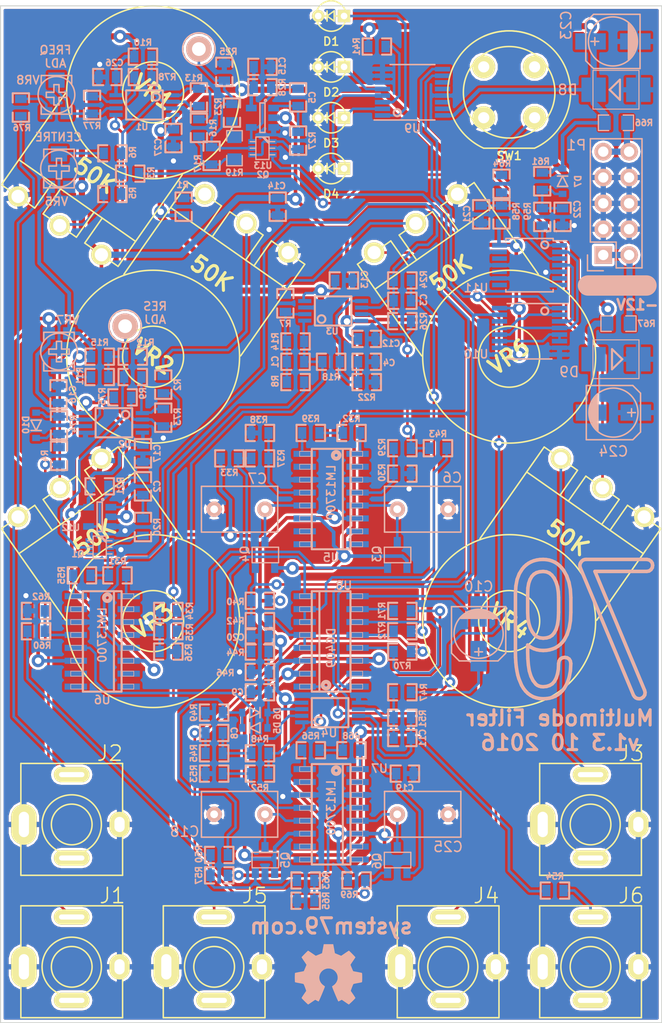
<source format=kicad_pcb>
(kicad_pcb (version 4) (host pcbnew 4.0.2-stable)
  (layers (0 F.Cu signal) (31 B.Cu signal) (34 B.Paste user) (35 F.Paste user) (36 B.SilkS user) (37 F.SilkS user) (38 B.Mask user) (39 F.Mask user) (44 Edge.Cuts user))
  (net 0 "")
  (net 1 "Net-(C1-Pad1)")
  (net 2 "Net-(C1-Pad2)")
  (net 3 "Net-(C2-Pad1)")
  (net 4 "Net-(C2-Pad2)")
  (net 5 "Net-(C3-Pad1)")
  (net 6 "Net-(C3-Pad2)")
  (net 7 "Net-(C4-Pad1)")
  (net 8 GND)
  (net 9 "Net-(C5-Pad1)")
  (net 10 "Net-(C5-Pad2)")
  (net 11 "Net-(C6-Pad1)")
  (net 12 "Net-(C7-Pad1)")
  (net 13 "Net-(C8-Pad1)")
  (net 14 "Net-(C8-Pad2)")
  (net 15 "Net-(C9-Pad1)")
  (net 16 "Net-(C10-Pad1)")
  (net 17 SWY2)
  (net 18 "Net-(C11-Pad1)")
  (net 19 "Net-(C11-Pad2)")
  (net 20 +12V)
  (net 21 -12V)
  (net 22 "Net-(C18-Pad1)")
  (net 23 "Net-(C21-Pad1)")
  (net 24 "Net-(C22-Pad1)")
  (net 25 "Net-(C25-Pad1)")
  (net 26 "Net-(D1-Pad2)")
  (net 27 "Net-(D2-Pad2)")
  (net 28 "Net-(D3-Pad2)")
  (net 29 "Net-(D4-Pad2)")
  (net 30 "Net-(D5-Pad2)")
  (net 31 "Net-(J1-Pad3)")
  (net 32 "Net-(J2-Pad3)")
  (net 33 "Net-(J3-Pad3)")
  (net 34 "Net-(J4-Pad3)")
  (net 35 "Net-(J5-Pad3)")
  (net 36 "Net-(J6-Pad3)")
  (net 37 "Net-(P1-Pad1)")
  (net 38 "Net-(P1-Pad10)")
  (net 39 "Net-(Q1-Pad1)")
  (net 40 RES_CTRL)
  (net 41 "Net-(Q1-Pad5)")
  (net 42 "Net-(Q2-Pad1)")
  (net 43 FREQ_CTRL)
  (net 44 "Net-(Q2-Pad5)")
  (net 45 "Net-(Q3-Pad1)")
  (net 46 "Net-(Q5-Pad1)")
  (net 47 "Net-(R10-Pad1)")
  (net 48 "Net-(R3-Pad2)")
  (net 49 "Net-(R5-Pad2)")
  (net 50 "Net-(R6-Pad2)")
  (net 51 "Net-(R7-Pad2)")
  (net 52 "Net-(R11-Pad2)")
  (net 53 "Net-(R13-Pad1)")
  (net 54 "Net-(R16-Pad1)")
  (net 55 "Net-(R19-Pad1)")
  (net 56 "Net-(R26-Pad1)")
  (net 57 "Net-(R29-Pad1)")
  (net 58 "Net-(R31-Pad1)")
  (net 59 "Net-(R32-Pad1)")
  (net 60 "Net-(R34-Pad1)")
  (net 61 "Net-(R37-Pad1)")
  (net 62 "Net-(R39-Pad1)")
  (net 63 "Net-(R41-Pad2)")
  (net 64 OUT2A)
  (net 65 SUM1)
  (net 66 SWX1)
  (net 67 "Net-(R48-Pad1)")
  (net 68 "Net-(R52-Pad1)")
  (net 69 "Net-(R55-Pad1)")
  (net 70 "Net-(R56-Pad1)")
  (net 71 "Net-(R59-Pad1)")
  (net 72 "Net-(R60-Pad1)")
  (net 73 "Net-(R63-Pad1)")
  (net 74 "Net-(R64-Pad2)")
  (net 75 "Net-(R68-Pad1)")
  (net 76 OUT4)
  (net 77 SUM2)
  (net 78 OUT2B)
  (net 79 "Net-(U10-Pad1)")
  (net 80 "Net-(U10-Pad15)")
  (net 81 "Net-(U10-Pad13)")
  (net 82 "Net-(U10-Pad3)")
  (net 83 "Net-(U10-Pad12)")
  (net 84 "Net-(D10-Pad2)")
  (net 85 "Net-(D10-Pad1)")
  (net 86 "Net-(R2-Pad1)")
  (net 87 "Net-(R2-Pad2)")
  (net 88 "Net-(R73-Pad1)")
  (net 89 "Net-(R76-Pad1)")
  (net 90 "Net-(R77-Pad1)")
  (net 91 "Net-(R77-Pad2)")
  (net 92 "Net-(U1-Pad5)")
  (net 93 "Net-(J1-Pad2)")
  (net 94 "Net-(J2-Pad2)")
  (net 95 "Net-(J3-Pad2)")
  (net 96 "Net-(J4-Pad2)")
  (net 97 "Net-(J5-Pad2)")
  (net 98 "Net-(J6-Pad2)")
  (net 99 "Net-(U5-Pad2)")
  (net 100 "Net-(U5-Pad15)")
  (net 101 "Net-(U6-Pad2)")
  (net 102 "Net-(U6-Pad15)")
  (net 103 "Net-(U7-Pad2)")
  (net 104 "Net-(U7-Pad15)")
  (net 105 "Net-(U9-Pad11)")
  (net 106 "Net-(U9-Pad12)")
  (net 107 "Net-(U9-Pad14)")
  (net 108 "Net-(U9-Pad15)")
  (net 109 "Net-(U10-Pad14)")
  (net 110 "Net-(U11-Pad6)")
  (net 111 "Net-(U11-Pad8)")
  (net 112 "Net-(U11-Pad10)")
  (net 113 "Net-(U11-Pad12)")
  (net 114 "Net-(R1-Pad1)")
  (module "SMD TRAN:sot323-6" (layer B.Cu) (at 37.75 26 270)
    (fp_text reference Q2 (at 2.6 -0.05 360) (layer B.SilkS) (effects (font (size 0.6096 0.6096) (thickness 0.1524)) (justify mirror)))
    (fp_text value BCM857BS hide)
    (pad 1 smd rect (at -0.65 -1 270) (size 0.5 0.8) (layers B.Cu B.Paste B.Mask) (net 42 "Net-(Q2-Pad1)") (clearance 0.14))
    (pad 5 smd rect (at 0 1 270) (size 0.5 0.8) (layers B.Cu B.Paste B.Mask) (net 44 "Net-(Q2-Pad5)") (clearance 0.14))
    (pad 3 smd rect (at 0.65 -1 270) (size 0.5 0.8) (layers B.Cu B.Paste B.Mask) (net 43 FREQ_CTRL) (clearance 0.14))
    (pad 2 smd rect (at 0 -1 270) (size 0.5 0.8) (layers B.Cu B.Paste B.Mask) (net 8 GND) (clearance 0.14))
    (pad 4 smd rect (at 0.65 1 270) (size 0.5 0.8) (layers B.Cu B.Paste B.Mask) (net 42 "Net-(Q2-Pad1)") (clearance 0.14))
    (pad 6 smd rect (at -0.65 1 270) (size 0.5 0.8) (layers B.Cu B.Paste B.Mask) (net 10 "Net-(C5-Pad2)") (clearance 0.14))
  )
  (module "SMD TRAN:sot323-6" (layer B.Cu) (at 21.75 65.25 270)
    (fp_text reference Q1 (at 0.65 2.15 360) (layer B.SilkS) (effects (font (size 0.6096 0.6096) (thickness 0.1524)) (justify mirror)))
    (fp_text value BCM857BS hide)
    (pad 1 smd rect (at -0.65 -1 270) (size 0.5 0.8) (layers B.Cu B.Paste B.Mask) (net 39 "Net-(Q1-Pad1)") (clearance 0.14))
    (pad 5 smd rect (at 0 1 270) (size 0.5 0.8) (layers B.Cu B.Paste B.Mask) (net 41 "Net-(Q1-Pad5)") (clearance 0.14))
    (pad 3 smd rect (at 0.65 -1 270) (size 0.5 0.8) (layers B.Cu B.Paste B.Mask) (net 40 RES_CTRL) (clearance 0.14))
    (pad 2 smd rect (at 0 -1 270) (size 0.5 0.8) (layers B.Cu B.Paste B.Mask) (net 8 GND) (clearance 0.14))
    (pad 4 smd rect (at 0.65 1 270) (size 0.5 0.8) (layers B.Cu B.Paste B.Mask) (net 39 "Net-(Q1-Pad1)") (clearance 0.14))
    (pad 6 smd rect (at -0.65 1 270) (size 0.5 0.8) (layers B.Cu B.Paste B.Mask) (net 4 "Net-(C2-Pad2)") (clearance 0.14))
  )
  (module MyModules:RV16A-41-JRL (layer F.Cu) (at 27 20.5 325)
    (fp_text reference VR1 (at 0 0 325) (layer F.SilkS) (effects (font (thickness 0.3048))))
    (fp_text value 50K (at 0 9.99998 325) (layer F.SilkS) (effects (font (thickness 0.3048))))
    (pad 2 thru_hole circle (at 0 16 325) (size 1.99898 1.99898) (drill 1.30048) (layers *.Cu *.Mask F.SilkS) (net 49 "Net-(R5-Pad2)"))
    (pad 3 thru_hole circle (at 5 16 325) (size 1.99898 1.99898) (drill 1.30048) (layers *.Cu *.Mask F.SilkS) (net 20 +12V))
    (pad 1 thru_hole circle (at -5 16 325) (size 1.99898 1.99898) (drill 1.30048) (layers *.Cu *.Mask F.SilkS) (net 8 GND))
  )
  (module MyModules:TC33X-2 (layer B.Cu) (at 17.5 20.75 180)
    (fp_text reference VR8 (at 2.8 1.45 180) (layer B.SilkS) (effects (font (size 0.8128 0.8128) (thickness 0.1524)) (justify mirror)))
    (fp_text value 100K hide)
    (pad 2 smd rect (at 0 1.45 180) (size 1.6 1.5) (layers B.Cu B.Paste B.Mask) (net 91 "Net-(R77-Pad2)"))
    (pad 1 smd rect (at -1 -1.8 180) (size 1.2 1.2) (layers B.Cu B.Paste B.Mask) (net 91 "Net-(R77-Pad2)"))
    (pad 3 smd rect (at 1 -1.8 180) (size 1.2 1.2) (layers B.Cu B.Paste B.Mask) (net 89 "Net-(R76-Pad1)"))
  )
  (module synth:KS-01Q-02-JRL (layer F.Cu) (at 62 20.5 180)
    (fp_text reference SW1 (at 0 -6.25 180) (layer F.SilkS) (effects (font (size 0.8128 0.8128) (thickness 0.1524))))
    (fp_text value KS-01Q hide)
    (pad 4 thru_hole circle (at 2.5 2.5 180) (size 2.25 2.25) (drill 1.1) (layers *.Cu *.Mask F.SilkS))
    (pad 3 thru_hole circle (at -2.5 2.5 180) (size 2.25 2.25) (drill 1.1) (layers *.Cu *.Mask F.SilkS))
    (pad 1 thru_hole circle (at -2.5 -2.5 180) (size 2.25 2.25) (drill 1.1) (layers *.Cu *.Mask F.SilkS) (net 74 "Net-(R64-Pad2)"))
    (pad 2 thru_hole circle (at 2.5 -2.5 180) (size 2.25 2.25) (drill 1.1) (layers *.Cu *.Mask F.SilkS) (net 8 GND))
  )
  (module "MyModules:TEST POINT" (layer B.Cu) (at 24.25 43.5)
    (fp_text reference TP1 hide)
    (fp_text value TEST_POINT hide)
    (pad 1 thru_hole circle (at 0 0) (size 2.5 2.5) (drill 1.35) (layers *.Cu *.Mask B.SilkS) (net 41 "Net-(Q1-Pad5)"))
  )
  (module "MyModules:TEST POINT" (layer B.Cu) (at 31.5 16.25)
    (fp_text reference TP2 hide)
    (fp_text value TEST_POINT hide)
    (pad 1 thru_hole circle (at 0 0) (size 2.5 2.5) (drill 1.35) (layers *.Cu *.Mask B.SilkS) (net 44 "Net-(Q2-Pad5)"))
  )
  (module Housings_SSOP:TSSOP-16_4.4x5mm_Pitch0.65mm (layer B.Cu) (at 52.5 20.5)
    (fp_text reference U9 (at 0 3.55) (layer B.SilkS) (effects (font (size 0.8128 0.8128) (thickness 0.1524)) (justify mirror)))
    (fp_text value CD4052 hide)
    (pad 1 smd rect (at -2.95 2.275) (size 1.5 0.45) (layers B.Cu B.Paste B.Mask) (net 26 "Net-(D1-Pad2)"))
    (pad 2 smd rect (at -2.95 1.625) (size 1.5 0.45) (layers B.Cu B.Paste B.Mask) (net 28 "Net-(D3-Pad2)"))
    (pad 3 smd rect (at -2.95 0.975) (size 1.5 0.45) (layers B.Cu B.Paste B.Mask) (net 63 "Net-(R41-Pad2)"))
    (pad 4 smd rect (at -2.95 0.325) (size 1.5 0.45) (layers B.Cu B.Paste B.Mask) (net 29 "Net-(D4-Pad2)"))
    (pad 5 smd rect (at -2.95 -0.325) (size 1.5 0.45) (layers B.Cu B.Paste B.Mask) (net 27 "Net-(D2-Pad2)"))
    (pad 6 smd rect (at -2.95 -0.975) (size 1.5 0.45) (layers B.Cu B.Paste B.Mask) (net 8 GND))
    (pad 7 smd rect (at -2.95 -1.625) (size 1.5 0.45) (layers B.Cu B.Paste B.Mask) (net 8 GND))
    (pad 8 smd rect (at -2.95 -2.275) (size 1.5 0.45) (layers B.Cu B.Paste B.Mask) (net 8 GND))
    (pad 9 smd rect (at 2.95 -2.275) (size 1.5 0.45) (layers B.Cu B.Paste B.Mask) (net 80 "Net-(U10-Pad15)"))
    (pad 10 smd rect (at 2.95 -1.625) (size 1.5 0.45) (layers B.Cu B.Paste B.Mask) (net 79 "Net-(U10-Pad1)"))
    (pad 11 smd rect (at 2.95 -0.975) (size 1.5 0.45) (layers B.Cu B.Paste B.Mask) (net 105 "Net-(U9-Pad11)"))
    (pad 12 smd rect (at 2.95 -0.325) (size 1.5 0.45) (layers B.Cu B.Paste B.Mask) (net 106 "Net-(U9-Pad12)"))
    (pad 13 smd rect (at 2.95 0.325) (size 1.5 0.45) (layers B.Cu B.Paste B.Mask) (net 8 GND))
    (pad 14 smd rect (at 2.95 0.975) (size 1.5 0.45) (layers B.Cu B.Paste B.Mask) (net 107 "Net-(U9-Pad14)"))
    (pad 15 smd rect (at 2.95 1.625) (size 1.5 0.45) (layers B.Cu B.Paste B.Mask) (net 108 "Net-(U9-Pad15)"))
    (pad 16 smd rect (at 2.95 2.275) (size 1.5 0.45) (layers B.Cu B.Paste B.Mask) (net 20 +12V))
  )
  (module Housings_SSOP:TSSOP-16_4.4x5mm_Pitch0.65mm (layer B.Cu) (at 64 44 180)
    (fp_text reference U10 (at 5.25 -2.25 180) (layer B.SilkS) (effects (font (size 0.8128 0.8128) (thickness 0.1524)) (justify mirror)))
    (fp_text value CD4027 hide)
    (pad 1 smd rect (at -2.95 2.275 180) (size 1.5 0.45) (layers B.Cu B.Paste B.Mask) (net 79 "Net-(U10-Pad1)"))
    (pad 2 smd rect (at -2.95 1.625 180) (size 1.5 0.45) (layers B.Cu B.Paste B.Mask) (net 81 "Net-(U10-Pad13)"))
    (pad 3 smd rect (at -2.95 0.975 180) (size 1.5 0.45) (layers B.Cu B.Paste B.Mask) (net 82 "Net-(U10-Pad3)"))
    (pad 4 smd rect (at -2.95 0.325 180) (size 1.5 0.45) (layers B.Cu B.Paste B.Mask) (net 83 "Net-(U10-Pad12)"))
    (pad 5 smd rect (at -2.95 -0.325 180) (size 1.5 0.45) (layers B.Cu B.Paste B.Mask) (net 20 +12V))
    (pad 6 smd rect (at -2.95 -0.975 180) (size 1.5 0.45) (layers B.Cu B.Paste B.Mask) (net 20 +12V))
    (pad 7 smd rect (at -2.95 -1.625 180) (size 1.5 0.45) (layers B.Cu B.Paste B.Mask) (net 8 GND))
    (pad 8 smd rect (at -2.95 -2.275 180) (size 1.5 0.45) (layers B.Cu B.Paste B.Mask) (net 8 GND))
    (pad 9 smd rect (at 2.95 -2.275 180) (size 1.5 0.45) (layers B.Cu B.Paste B.Mask) (net 8 GND))
    (pad 10 smd rect (at 2.95 -1.625 180) (size 1.5 0.45) (layers B.Cu B.Paste B.Mask) (net 20 +12V))
    (pad 11 smd rect (at 2.95 -0.975 180) (size 1.5 0.45) (layers B.Cu B.Paste B.Mask) (net 20 +12V))
    (pad 12 smd rect (at 2.95 -0.325 180) (size 1.5 0.45) (layers B.Cu B.Paste B.Mask) (net 83 "Net-(U10-Pad12)"))
    (pad 13 smd rect (at 2.95 0.325 180) (size 1.5 0.45) (layers B.Cu B.Paste B.Mask) (net 81 "Net-(U10-Pad13)"))
    (pad 14 smd rect (at 2.95 0.975 180) (size 1.5 0.45) (layers B.Cu B.Paste B.Mask) (net 109 "Net-(U10-Pad14)"))
    (pad 15 smd rect (at 2.95 1.625 180) (size 1.5 0.45) (layers B.Cu B.Paste B.Mask) (net 80 "Net-(U10-Pad15)"))
    (pad 16 smd rect (at 2.95 2.275 180) (size 1.5 0.45) (layers B.Cu B.Paste B.Mask) (net 20 +12V))
  )
  (module Housings_SSOP:TSSOP-14_4.4x5mm_Pitch0.65mm (layer B.Cu) (at 64 37.5 180)
    (fp_text reference U11 (at 5.25 -2.25 180) (layer B.SilkS) (effects (font (size 0.8128 0.8128) (thickness 0.1524)) (justify mirror)))
    (fp_text value CD40106 hide)
    (pad 1 smd rect (at -2.95 1.95 180) (size 1.45 0.45) (layers B.Cu B.Paste B.Mask) (net 71 "Net-(R59-Pad1)"))
    (pad 2 smd rect (at -2.95 1.3 180) (size 1.45 0.45) (layers B.Cu B.Paste B.Mask) (net 83 "Net-(U10-Pad12)"))
    (pad 3 smd rect (at -2.95 0.65 180) (size 1.45 0.45) (layers B.Cu B.Paste B.Mask) (net 23 "Net-(C21-Pad1)"))
    (pad 4 smd rect (at -2.95 0 180) (size 1.45 0.45) (layers B.Cu B.Paste B.Mask) (net 82 "Net-(U10-Pad3)"))
    (pad 5 smd rect (at -2.95 -0.65 180) (size 1.45 0.45) (layers B.Cu B.Paste B.Mask) (net 8 GND))
    (pad 6 smd rect (at -2.95 -1.3 180) (size 1.45 0.45) (layers B.Cu B.Paste B.Mask) (net 110 "Net-(U11-Pad6)"))
    (pad 7 smd rect (at -2.95 -1.95 180) (size 1.45 0.45) (layers B.Cu B.Paste B.Mask) (net 8 GND))
    (pad 8 smd rect (at 2.95 -1.95 180) (size 1.45 0.45) (layers B.Cu B.Paste B.Mask) (net 111 "Net-(U11-Pad8)"))
    (pad 9 smd rect (at 2.95 -1.3 180) (size 1.45 0.45) (layers B.Cu B.Paste B.Mask) (net 8 GND))
    (pad 10 smd rect (at 2.95 -0.65 180) (size 1.45 0.45) (layers B.Cu B.Paste B.Mask) (net 112 "Net-(U11-Pad10)"))
    (pad 11 smd rect (at 2.95 0 180) (size 1.45 0.45) (layers B.Cu B.Paste B.Mask) (net 8 GND))
    (pad 12 smd rect (at 2.95 0.65 180) (size 1.45 0.45) (layers B.Cu B.Paste B.Mask) (net 113 "Net-(U11-Pad12)"))
    (pad 13 smd rect (at 2.95 1.3 180) (size 1.45 0.45) (layers B.Cu B.Paste B.Mask) (net 8 GND))
    (pad 14 smd rect (at 2.95 1.95 180) (size 1.45 0.45) (layers B.Cu B.Paste B.Mask) (net 20 +12V))
  )
  (module MyModules:SO16-JRL (layer B.Cu) (at 44.5 60.5 270)
    (fp_text reference U5 (at 5.75 0 360) (layer B.SilkS) (effects (font (size 0.8128 0.8128) (thickness 0.1524)) (justify mirror)))
    (fp_text value LM13700 (at -0.635 0 270) (layer B.SilkS) (effects (font (size 0.8128 0.8128) (thickness 0.1524)) (justify mirror)))
    (pad 1 smd rect (at -4.445 -2.59842 270) (size 0.59944 2.19964) (layers B.Cu B.Paste B.Mask) (net 59 "Net-(R32-Pad1)"))
    (pad 2 smd rect (at -3.175 -2.59842 270) (size 0.59944 2.19964) (layers B.Cu B.Paste B.Mask) (net 99 "Net-(U5-Pad2)"))
    (pad 3 smd rect (at -1.905 -2.59842 270) (size 0.59944 2.19964) (layers B.Cu B.Paste B.Mask) (net 8 GND))
    (pad 4 smd rect (at -0.635 -2.59842 270) (size 0.59944 2.19964) (layers B.Cu B.Paste B.Mask) (net 57 "Net-(R29-Pad1)"))
    (pad 5 smd rect (at 0.635 -2.59842 270) (size 0.59944 2.19964) (layers B.Cu B.Paste B.Mask) (net 11 "Net-(C6-Pad1)"))
    (pad 6 smd rect (at 1.905 -2.59842 270) (size 0.59944 2.19964) (layers B.Cu B.Paste B.Mask) (net 21 -12V))
    (pad 7 smd rect (at 3.175 -2.59842 270) (size 0.59944 2.19964) (layers B.Cu B.Paste B.Mask))
    (pad 8 smd rect (at 4.445 -2.59842 270) (size 0.59944 2.19964) (layers B.Cu B.Paste B.Mask))
    (pad 9 smd rect (at 4.445 2.59842 270) (size 0.59944 2.19964) (layers B.Cu B.Paste B.Mask))
    (pad 10 smd rect (at 3.175 2.59842 270) (size 0.59944 2.19964) (layers B.Cu B.Paste B.Mask))
    (pad 11 smd rect (at 1.905 2.59842 270) (size 0.59944 2.19964) (layers B.Cu B.Paste B.Mask) (net 20 +12V))
    (pad 12 smd rect (at 0.635 2.59842 270) (size 0.59944 2.19964) (layers B.Cu B.Paste B.Mask) (net 12 "Net-(C7-Pad1)"))
    (pad 13 smd rect (at -0.635 2.59842 270) (size 0.59944 2.19964) (layers B.Cu B.Paste B.Mask) (net 61 "Net-(R37-Pad1)"))
    (pad 14 smd rect (at -1.905 2.59842 270) (size 0.59944 2.19964) (layers B.Cu B.Paste B.Mask) (net 8 GND))
    (pad 15 smd rect (at -3.175 2.59842 270) (size 0.59944 2.19964) (layers B.Cu B.Paste B.Mask) (net 100 "Net-(U5-Pad15)"))
    (pad 16 smd rect (at -4.445 2.59842 270) (size 0.59944 2.19964) (layers B.Cu B.Paste B.Mask) (net 62 "Net-(R39-Pad1)"))
  )
  (module MyModules:SO16-JRL (layer B.Cu) (at 22 74.5 270)
    (fp_text reference U6 (at 5.75 0 540) (layer B.SilkS) (effects (font (size 0.8128 0.8128) (thickness 0.1524)) (justify mirror)))
    (fp_text value LM13700 (at -0.635 0 270) (layer B.SilkS) (effects (font (size 0.8128 0.8128) (thickness 0.1524)) (justify mirror)))
    (pad 1 smd rect (at -4.445 -2.59842 270) (size 0.59944 2.19964) (layers B.Cu B.Paste B.Mask) (net 58 "Net-(R31-Pad1)"))
    (pad 2 smd rect (at -3.175 -2.59842 270) (size 0.59944 2.19964) (layers B.Cu B.Paste B.Mask) (net 101 "Net-(U6-Pad2)"))
    (pad 3 smd rect (at -1.905 -2.59842 270) (size 0.59944 2.19964) (layers B.Cu B.Paste B.Mask) (net 8 GND))
    (pad 4 smd rect (at -0.635 -2.59842 270) (size 0.59944 2.19964) (layers B.Cu B.Paste B.Mask) (net 60 "Net-(R34-Pad1)"))
    (pad 5 smd rect (at 0.635 -2.59842 270) (size 0.59944 2.19964) (layers B.Cu B.Paste B.Mask) (net 6 "Net-(C3-Pad2)"))
    (pad 6 smd rect (at 1.905 -2.59842 270) (size 0.59944 2.19964) (layers B.Cu B.Paste B.Mask) (net 21 -12V))
    (pad 7 smd rect (at 3.175 -2.59842 270) (size 0.59944 2.19964) (layers B.Cu B.Paste B.Mask))
    (pad 8 smd rect (at 4.445 -2.59842 270) (size 0.59944 2.19964) (layers B.Cu B.Paste B.Mask))
    (pad 9 smd rect (at 4.445 2.59842 270) (size 0.59944 2.19964) (layers B.Cu B.Paste B.Mask))
    (pad 10 smd rect (at 3.175 2.59842 270) (size 0.59944 2.19964) (layers B.Cu B.Paste B.Mask))
    (pad 11 smd rect (at 1.905 2.59842 270) (size 0.59944 2.19964) (layers B.Cu B.Paste B.Mask) (net 20 +12V))
    (pad 12 smd rect (at 0.635 2.59842 270) (size 0.59944 2.19964) (layers B.Cu B.Paste B.Mask) (net 14 "Net-(C8-Pad2)"))
    (pad 13 smd rect (at -0.635 2.59842 270) (size 0.59944 2.19964) (layers B.Cu B.Paste B.Mask) (net 72 "Net-(R60-Pad1)"))
    (pad 14 smd rect (at -1.905 2.59842 270) (size 0.59944 2.19964) (layers B.Cu B.Paste B.Mask) (net 8 GND))
    (pad 15 smd rect (at -3.175 2.59842 270) (size 0.59944 2.19964) (layers B.Cu B.Paste B.Mask) (net 102 "Net-(U6-Pad15)"))
    (pad 16 smd rect (at -4.445 2.59842 270) (size 0.59944 2.19964) (layers B.Cu B.Paste B.Mask) (net 69 "Net-(R55-Pad1)"))
  )
  (module MyModules:SO16-JRL (layer B.Cu) (at 44.5 91.5 270)
    (fp_text reference U7 (at -4.5 -4.75 360) (layer B.SilkS) (effects (font (size 0.8128 0.8128) (thickness 0.1524)) (justify mirror)))
    (fp_text value LM13700 (at -0.635 0 270) (layer B.SilkS) (effects (font (size 0.8128 0.8128) (thickness 0.1524)) (justify mirror)))
    (pad 1 smd rect (at -4.445 -2.59842 270) (size 0.59944 2.19964) (layers B.Cu B.Paste B.Mask) (net 75 "Net-(R68-Pad1)"))
    (pad 2 smd rect (at -3.175 -2.59842 270) (size 0.59944 2.19964) (layers B.Cu B.Paste B.Mask) (net 103 "Net-(U7-Pad2)"))
    (pad 3 smd rect (at -1.905 -2.59842 270) (size 0.59944 2.19964) (layers B.Cu B.Paste B.Mask) (net 8 GND))
    (pad 4 smd rect (at -0.635 -2.59842 270) (size 0.59944 2.19964) (layers B.Cu B.Paste B.Mask) (net 73 "Net-(R63-Pad1)"))
    (pad 5 smd rect (at 0.635 -2.59842 270) (size 0.59944 2.19964) (layers B.Cu B.Paste B.Mask) (net 25 "Net-(C25-Pad1)"))
    (pad 6 smd rect (at 1.905 -2.59842 270) (size 0.59944 2.19964) (layers B.Cu B.Paste B.Mask) (net 21 -12V))
    (pad 7 smd rect (at 3.175 -2.59842 270) (size 0.59944 2.19964) (layers B.Cu B.Paste B.Mask))
    (pad 8 smd rect (at 4.445 -2.59842 270) (size 0.59944 2.19964) (layers B.Cu B.Paste B.Mask))
    (pad 9 smd rect (at 4.445 2.59842 270) (size 0.59944 2.19964) (layers B.Cu B.Paste B.Mask))
    (pad 10 smd rect (at 3.175 2.59842 270) (size 0.59944 2.19964) (layers B.Cu B.Paste B.Mask))
    (pad 11 smd rect (at 1.905 2.59842 270) (size 0.59944 2.19964) (layers B.Cu B.Paste B.Mask) (net 20 +12V))
    (pad 12 smd rect (at 0.635 2.59842 270) (size 0.59944 2.19964) (layers B.Cu B.Paste B.Mask) (net 22 "Net-(C18-Pad1)"))
    (pad 13 smd rect (at -0.635 2.59842 270) (size 0.59944 2.19964) (layers B.Cu B.Paste B.Mask) (net 68 "Net-(R52-Pad1)"))
    (pad 14 smd rect (at -1.905 2.59842 270) (size 0.59944 2.19964) (layers B.Cu B.Paste B.Mask) (net 8 GND))
    (pad 15 smd rect (at -3.175 2.59842 270) (size 0.59944 2.19964) (layers B.Cu B.Paste B.Mask) (net 104 "Net-(U7-Pad15)"))
    (pad 16 smd rect (at -4.445 2.59842 270) (size 0.59944 2.19964) (layers B.Cu B.Paste B.Mask) (net 70 "Net-(R56-Pad1)"))
  )
  (module MyModules:SO16-JRL (layer B.Cu) (at 44.5 74.5 90)
    (fp_text reference U8 (at 5.5 1.25 360) (layer B.SilkS) (effects (font (size 0.8128 0.8128) (thickness 0.1524)) (justify mirror)))
    (fp_text value DG409 (at -0.635 0 90) (layer B.SilkS) (effects (font (size 0.8128 0.8128) (thickness 0.1524)) (justify mirror)))
    (pad 1 smd rect (at -4.445 -2.59842 90) (size 0.59944 2.19964) (layers B.Cu B.Paste B.Mask) (net 79 "Net-(U10-Pad1)"))
    (pad 2 smd rect (at -3.175 -2.59842 90) (size 0.59944 2.19964) (layers B.Cu B.Paste B.Mask) (net 20 +12V))
    (pad 3 smd rect (at -1.905 -2.59842 90) (size 0.59944 2.19964) (layers B.Cu B.Paste B.Mask) (net 21 -12V))
    (pad 4 smd rect (at -0.635 -2.59842 90) (size 0.59944 2.19964) (layers B.Cu B.Paste B.Mask) (net 64 OUT2A))
    (pad 5 smd rect (at 0.635 -2.59842 90) (size 0.59944 2.19964) (layers B.Cu B.Paste B.Mask) (net 64 OUT2A))
    (pad 6 smd rect (at 1.905 -2.59842 90) (size 0.59944 2.19964) (layers B.Cu B.Paste B.Mask) (net 65 SUM1))
    (pad 7 smd rect (at 3.175 -2.59842 90) (size 0.59944 2.19964) (layers B.Cu B.Paste B.Mask) (net 65 SUM1))
    (pad 8 smd rect (at 4.445 -2.59842 90) (size 0.59944 2.19964) (layers B.Cu B.Paste B.Mask) (net 66 SWX1))
    (pad 9 smd rect (at 4.445 2.59842 90) (size 0.59944 2.19964) (layers B.Cu B.Paste B.Mask) (net 17 SWY2))
    (pad 10 smd rect (at 3.175 2.59842 90) (size 0.59944 2.19964) (layers B.Cu B.Paste B.Mask) (net 77 SUM2))
    (pad 11 smd rect (at 1.905 2.59842 90) (size 0.59944 2.19964) (layers B.Cu B.Paste B.Mask) (net 76 OUT4))
    (pad 12 smd rect (at 0.635 2.59842 90) (size 0.59944 2.19964) (layers B.Cu B.Paste B.Mask) (net 78 OUT2B))
    (pad 13 smd rect (at -0.635 2.59842 90) (size 0.59944 2.19964) (layers B.Cu B.Paste B.Mask) (net 76 OUT4))
    (pad 14 smd rect (at -1.905 2.59842 90) (size 0.59944 2.19964) (layers B.Cu B.Paste B.Mask) (net 20 +12V))
    (pad 15 smd rect (at -3.175 2.59842 90) (size 0.59944 2.19964) (layers B.Cu B.Paste B.Mask) (net 8 GND))
    (pad 16 smd rect (at -4.445 2.59842 90) (size 0.59944 2.19964) (layers B.Cu B.Paste B.Mask) (net 80 "Net-(U10-Pad15)"))
  )
  (module MyModules:SM0805-HAND (layer B.Cu) (at 35 26 270)
    (fp_text reference R19 (at 2.4 0 360) (layer B.SilkS) (effects (font (size 0.6096 0.6096) (thickness 0.1524)) (justify mirror)))
    (fp_text value "10K NTC" hide)
    (pad 1 smd rect (at -1.0795 0 270) (size 1.143 1.397) (layers B.Cu B.Paste B.Mask) (net 55 "Net-(R19-Pad1)"))
    (pad 2 smd rect (at 1.0795 0 270) (size 1.143 1.397) (layers B.Cu B.Paste B.Mask) (net 54 "Net-(R16-Pad1)"))
  )
  (module MyModules:SM0805-HAND (layer B.Cu) (at 72.75 43.25)
    (fp_text reference R67 (at 2.75 0) (layer B.SilkS) (effects (font (size 0.6096 0.6096) (thickness 0.1524)) (justify mirror)))
    (fp_text value 10 hide)
    (pad 1 smd rect (at -1.0795 0) (size 1.143 1.397) (layers B.Cu B.Paste B.Mask) (net 21 -12V))
    (pad 2 smd rect (at 1.0795 0) (size 1.143 1.397) (layers B.Cu B.Paste B.Mask) (net 37 "Net-(P1-Pad1)"))
  )
  (module MyModules:SM0805-HAND (layer B.Cu) (at 72.5 23.5)
    (fp_text reference R66 (at 2.75 0) (layer B.SilkS) (effects (font (size 0.6096 0.6096) (thickness 0.1524)) (justify mirror)))
    (fp_text value 10 hide)
    (pad 1 smd rect (at -1.0795 0) (size 1.143 1.397) (layers B.Cu B.Paste B.Mask) (net 20 +12V))
    (pad 2 smd rect (at 1.0795 0) (size 1.143 1.397) (layers B.Cu B.Paste B.Mask) (net 38 "Net-(P1-Pad10)"))
  )
  (module MyModules:SMB-1C2A (layer B.Cu) (at 72.5 20.25)
    (fp_text reference D8 (at -4.75 0) (layer B.SilkS) (effects (justify mirror)))
    (fp_text value S1BB hide)
    (pad 2 smd rect (at 2.19964 0) (size 2.39776 2.39776) (layers B.Cu B.Paste B.Mask) (net 8 GND))
    (pad 1 smd rect (at -2.19964 0) (size 2.39776 2.39776) (layers B.Cu B.Paste B.Mask) (net 20 +12V))
  )
  (module MyModules:SMB-1C2A (layer B.Cu) (at 72.5 46.75 180)
    (fp_text reference D9 (at 4.6 -1.25 360) (layer B.SilkS) (effects (justify mirror)))
    (fp_text value S1BB hide)
    (pad 2 smd rect (at 2.19964 0 180) (size 2.39776 2.39776) (layers B.Cu B.Paste B.Mask) (net 21 -12V))
    (pad 1 smd rect (at -2.19964 0 180) (size 2.39776 2.39776) (layers B.Cu B.Paste B.Mask) (net 8 GND))
  )
  (module MyModules:3MM-LED-C1A2 (layer F.Cu) (at 44.5 28 180)
    (fp_text reference D4 (at 0 -2.5 180) (layer F.SilkS) (effects (font (size 0.8128 0.8128))))
    (fp_text value LED hide)
    (pad 2 thru_hole rect (at -1.27 0 180) (size 1.2 1.2) (drill 0.65) (layers *.Cu *.Mask F.SilkS) (net 29 "Net-(D4-Pad2)"))
    (pad 1 thru_hole circle (at 1.27 0 180) (size 1.2 1.2) (drill 0.65) (layers *.Cu *.Mask F.SilkS) (net 8 GND))
  )
  (module MyModules:3MM-LED-C1A2 (layer F.Cu) (at 44.5 23 180)
    (fp_text reference D3 (at 0 -2.5 180) (layer F.SilkS) (effects (font (size 0.8128 0.8128))))
    (fp_text value LED hide)
    (pad 2 thru_hole rect (at -1.27 0 180) (size 1.2 1.2) (drill 0.65) (layers *.Cu *.Mask F.SilkS) (net 28 "Net-(D3-Pad2)"))
    (pad 1 thru_hole circle (at 1.27 0 180) (size 1.2 1.2) (drill 0.65) (layers *.Cu *.Mask F.SilkS) (net 8 GND))
  )
  (module MyModules:3MM-LED-C1A2 (layer F.Cu) (at 44.5 18 180)
    (fp_text reference D2 (at 0 -2.5 180) (layer F.SilkS) (effects (font (size 0.8128 0.8128))))
    (fp_text value LED hide)
    (pad 2 thru_hole rect (at -1.27 0 180) (size 1.2 1.2) (drill 0.65) (layers *.Cu *.Mask F.SilkS) (net 27 "Net-(D2-Pad2)"))
    (pad 1 thru_hole circle (at 1.27 0 180) (size 1.2 1.2) (drill 0.65) (layers *.Cu *.Mask F.SilkS) (net 8 GND))
  )
  (module MyModules:3MM-LED-C1A2 (layer F.Cu) (at 44.5 13 180)
    (fp_text reference D1 (at 0 -2.5 180) (layer F.SilkS) (effects (font (size 0.8128 0.8128))))
    (fp_text value LED hide)
    (pad 2 thru_hole rect (at -1.27 0 180) (size 1.2 1.2) (drill 0.65) (layers *.Cu *.Mask F.SilkS) (net 26 "Net-(D1-Pad2)"))
    (pad 1 thru_hole circle (at 1.27 0 180) (size 1.2 1.2) (drill 0.65) (layers *.Cu *.Mask F.SilkS) (net 8 GND))
  )
  (module Capacitors_SMD:c_elec_5x5.3 (layer B.Cu) (at 59 73.75 270)
    (fp_text reference C10 (at -4.65 0 360) (layer B.SilkS) (effects (justify mirror)))
    (fp_text value 10μF hide)
    (pad 1 smd rect (at 2.19964 0 270) (size 2.99974 1.6002) (layers B.Cu B.Paste B.Mask) (net 16 "Net-(C10-Pad1)"))
    (pad 2 smd rect (at -2.19964 0 270) (size 2.99974 1.6002) (layers B.Cu B.Paste B.Mask) (net 17 SWY2))
  )
  (module Capacitors_SMD:c_elec_5x5.3 (layer B.Cu) (at 72.2 15.5 180)
    (fp_text reference C23 (at 4.6 1.6 270) (layer B.SilkS) (effects (justify mirror)))
    (fp_text value 10μF hide)
    (pad 1 smd rect (at 2.19964 0 180) (size 2.99974 1.6002) (layers B.Cu B.Paste B.Mask) (net 20 +12V))
    (pad 2 smd rect (at -2.19964 0 180) (size 2.99974 1.6002) (layers B.Cu B.Paste B.Mask) (net 8 GND))
  )
  (module Capacitors_SMD:c_elec_5x5.3 (layer B.Cu) (at 72.25 52)
    (fp_text reference C24 (at 0 3.81) (layer B.SilkS) (effects (justify mirror)))
    (fp_text value 10μF)
    (pad 1 smd rect (at 2.19964 0) (size 2.99974 1.6002) (layers B.Cu B.Paste B.Mask) (net 8 GND))
    (pad 2 smd rect (at -2.19964 0) (size 2.99974 1.6002) (layers B.Cu B.Paste B.Mask) (net 21 -12V))
  )
  (module MyModules:TSSOP8-JRL (layer B.Cu) (at 26.25 21.75 270)
    (fp_text reference U1 (at 2.15 0.35 360) (layer B.SilkS) (effects (font (size 0.6096 0.6096) (thickness 0.1524)) (justify mirror)))
    (fp_text value TL072- hide)
    (pad 1 smd rect (at -0.9554 -2.694 270) (size 0.4 1.30048) (layers B.Cu B.Paste B.Mask) (net 53 "Net-(R13-Pad1)"))
    (pad 2 smd rect (at -0.3204 -2.694 270) (size 0.4 1.30048) (layers B.Cu B.Paste B.Mask) (net 47 "Net-(R10-Pad1)"))
    (pad 3 smd rect (at 0.34 -2.694 270) (size 0.4 1.30048) (layers B.Cu B.Paste B.Mask) (net 8 GND))
    (pad 4 smd rect (at 0.975 -2.694 270) (size 0.4 1.30048) (layers B.Cu B.Paste B.Mask) (net 21 -12V))
    (pad 5 smd rect (at 0.975 2.894 270) (size 0.4 1.30048) (layers B.Cu B.Paste B.Mask) (net 92 "Net-(U1-Pad5)"))
    (pad 6 smd rect (at 0.3273 2.894 270) (size 0.4 1.30048) (layers B.Cu B.Paste B.Mask) (net 91 "Net-(R77-Pad2)"))
    (pad 7 smd rect (at -0.3204 2.894 270) (size 0.4 1.30048) (layers B.Cu B.Paste B.Mask) (net 90 "Net-(R77-Pad1)"))
    (pad 8 smd rect (at -0.9681 2.894 270) (size 0.4 1.30048) (layers B.Cu B.Paste B.Mask) (net 20 +12V))
  )
  (module MyModules:TSSOP8-JRL (layer B.Cu) (at 23.25 53 270)
    (fp_text reference U2 (at 2.1 -0.95 360) (layer B.SilkS) (effects (font (size 0.6096 0.6096) (thickness 0.1524)) (justify mirror)))
    (fp_text value TL072- hide)
    (pad 1 smd rect (at -0.9554 -2.694 270) (size 0.4 1.30048) (layers B.Cu B.Paste B.Mask) (net 88 "Net-(R73-Pad1)"))
    (pad 2 smd rect (at -0.3204 -2.694 270) (size 0.4 1.30048) (layers B.Cu B.Paste B.Mask) (net 86 "Net-(R2-Pad1)"))
    (pad 3 smd rect (at 0.34 -2.694 270) (size 0.4 1.30048) (layers B.Cu B.Paste B.Mask) (net 8 GND))
    (pad 4 smd rect (at 0.975 -2.694 270) (size 0.4 1.30048) (layers B.Cu B.Paste B.Mask) (net 21 -12V))
    (pad 5 smd rect (at 0.975 2.894 270) (size 0.4 1.30048) (layers B.Cu B.Paste B.Mask) (net 8 GND))
    (pad 6 smd rect (at 0.3273 2.894 270) (size 0.4 1.30048) (layers B.Cu B.Paste B.Mask) (net 85 "Net-(D10-Pad1)"))
    (pad 7 smd rect (at -0.3204 2.894 270) (size 0.4 1.30048) (layers B.Cu B.Paste B.Mask) (net 84 "Net-(D10-Pad2)"))
    (pad 8 smd rect (at -0.9681 2.894 270) (size 0.4 1.30048) (layers B.Cu B.Paste B.Mask) (net 20 +12V))
  )
  (module MyModules:TSSOP8-JRL (layer B.Cu) (at 44.6 42 90)
    (fp_text reference U3 (at -2 0 180) (layer B.SilkS) (effects (font (size 0.6096 0.6096) (thickness 0.1524)) (justify mirror)))
    (fp_text value TL072- hide)
    (pad 1 smd rect (at -0.9554 -2.694 90) (size 0.4 1.30048) (layers B.Cu B.Paste B.Mask) (net 1 "Net-(C1-Pad1)"))
    (pad 2 smd rect (at -0.3204 -2.694 90) (size 0.4 1.30048) (layers B.Cu B.Paste B.Mask) (net 2 "Net-(C1-Pad2)"))
    (pad 3 smd rect (at 0.34 -2.694 90) (size 0.4 1.30048) (layers B.Cu B.Paste B.Mask) (net 8 GND))
    (pad 4 smd rect (at 0.975 -2.694 90) (size 0.4 1.30048) (layers B.Cu B.Paste B.Mask) (net 21 -12V))
    (pad 5 smd rect (at 0.975 2.894 90) (size 0.4 1.30048) (layers B.Cu B.Paste B.Mask) (net 7 "Net-(C4-Pad1)"))
    (pad 6 smd rect (at 0.3273 2.894 90) (size 0.4 1.30048) (layers B.Cu B.Paste B.Mask) (net 6 "Net-(C3-Pad2)"))
    (pad 7 smd rect (at -0.3204 2.894 90) (size 0.4 1.30048) (layers B.Cu B.Paste B.Mask) (net 56 "Net-(R26-Pad1)"))
    (pad 8 smd rect (at -0.9681 2.894 90) (size 0.4 1.30048) (layers B.Cu B.Paste B.Mask) (net 20 +12V))
  )
  (module MyModules:TSSOP8-JRL (layer B.Cu) (at 44.3 81.5 90)
    (fp_text reference U4 (at -2 0 360) (layer B.SilkS) (effects (font (size 0.8 0.8)) (justify mirror)))
    (fp_text value TL072- hide)
    (pad 1 smd rect (at -0.9554 -2.694 90) (size 0.4 1.30048) (layers B.Cu B.Paste B.Mask) (net 67 "Net-(R48-Pad1)"))
    (pad 2 smd rect (at -0.3204 -2.694 90) (size 0.4 1.30048) (layers B.Cu B.Paste B.Mask) (net 14 "Net-(C8-Pad2)"))
    (pad 3 smd rect (at 0.34 -2.694 90) (size 0.4 1.30048) (layers B.Cu B.Paste B.Mask) (net 15 "Net-(C9-Pad1)"))
    (pad 4 smd rect (at 0.975 -2.694 90) (size 0.4 1.30048) (layers B.Cu B.Paste B.Mask) (net 21 -12V))
    (pad 5 smd rect (at 0.975 2.894 90) (size 0.4 1.30048) (layers B.Cu B.Paste B.Mask) (net 8 GND))
    (pad 6 smd rect (at 0.3273 2.894 90) (size 0.4 1.30048) (layers B.Cu B.Paste B.Mask) (net 19 "Net-(C11-Pad2)"))
    (pad 7 smd rect (at -0.3204 2.894 90) (size 0.4 1.30048) (layers B.Cu B.Paste B.Mask) (net 18 "Net-(C11-Pad1)"))
    (pad 8 smd rect (at -0.9681 2.894 90) (size 0.4 1.30048) (layers B.Cu B.Paste B.Mask) (net 20 +12V))
  )
  (module TO_SOT_Packages_SMD:SOT-23-5 (layer B.Cu) (at 21.75 62.25 180)
    (fp_text reference U12 (at 2.85 -1.05 180) (layer B.SilkS) (effects (font (size 0.6096 0.6096) (thickness 0.1524)) (justify mirror)))
    (fp_text value TS321 hide)
    (pad 1 smd rect (at -1.1 0.95 180) (size 1.06 0.65) (layers B.Cu B.Paste B.Mask) (net 3 "Net-(C2-Pad1)"))
    (pad 2 smd rect (at -1.1 0 180) (size 1.06 0.65) (layers B.Cu B.Paste B.Mask) (net 20 +12V))
    (pad 3 smd rect (at -1.1 -0.95 180) (size 1.06 0.65) (layers B.Cu B.Paste B.Mask) (net 8 GND))
    (pad 4 smd rect (at 1.1 -0.95 180) (size 1.06 0.65) (layers B.Cu B.Paste B.Mask) (net 4 "Net-(C2-Pad2)"))
    (pad 5 smd rect (at 1.1 0.95 180) (size 1.06 0.65) (layers B.Cu B.Paste B.Mask) (net 21 -12V))
  )
  (module TO_SOT_Packages_SMD:SOT-23-5 (layer B.Cu) (at 37.75 23 180)
    (fp_text reference U13 (at -0.05 -4.7 180) (layer B.SilkS) (effects (font (size 0.6096 0.6096) (thickness 0.1524)) (justify mirror)))
    (fp_text value TS321 hide)
    (pad 1 smd rect (at -1.1 0.95 180) (size 1.06 0.65) (layers B.Cu B.Paste B.Mask) (net 9 "Net-(C5-Pad1)"))
    (pad 2 smd rect (at -1.1 0 180) (size 1.06 0.65) (layers B.Cu B.Paste B.Mask) (net 20 +12V))
    (pad 3 smd rect (at -1.1 -0.95 180) (size 1.06 0.65) (layers B.Cu B.Paste B.Mask) (net 8 GND))
    (pad 4 smd rect (at 1.1 -0.95 180) (size 1.06 0.65) (layers B.Cu B.Paste B.Mask) (net 10 "Net-(C5-Pad2)"))
    (pad 5 smd rect (at 1.1 0.95 180) (size 1.06 0.65) (layers B.Cu B.Paste B.Mask) (net 21 -12V))
  )
  (module MyModules:TC33X-2 (layer B.Cu) (at 17.75 28 180)
    (fp_text reference VR5 (at 0.25 -3.25 180) (layer B.SilkS) (effects (font (size 0.8128 0.8128) (thickness 0.1524)) (justify mirror)))
    (fp_text value 100K hide)
    (pad 2 smd rect (at 0 1.45 180) (size 1.6 1.5) (layers B.Cu B.Paste B.Mask) (net 50 "Net-(R6-Pad2)"))
    (pad 1 smd rect (at -1 -1.8 180) (size 1.2 1.2) (layers B.Cu B.Paste B.Mask) (net 20 +12V))
    (pad 3 smd rect (at 1 -1.8 180) (size 1.2 1.2) (layers B.Cu B.Paste B.Mask) (net 21 -12V))
  )
  (module MyModules:TC33X-2 (layer B.Cu) (at 17.75 46)
    (fp_text reference VR7 (at 0.85 -3.1) (layer B.SilkS) (effects (font (size 0.8128 0.8128) (thickness 0.1524)) (justify mirror)))
    (fp_text value 100K hide)
    (pad 2 smd rect (at 0 1.45) (size 1.6 1.5) (layers B.Cu B.Paste B.Mask) (net 52 "Net-(R11-Pad2)"))
    (pad 1 smd rect (at -1 -1.8) (size 1.2 1.2) (layers B.Cu B.Paste B.Mask) (net 20 +12V))
    (pad 3 smd rect (at 1 -1.8) (size 1.2 1.2) (layers B.Cu B.Paste B.Mask) (net 21 -12V))
  )
  (module MyModules:RV16A-41-JRL (layer F.Cu) (at 27 46.5 145)
    (fp_text reference VR2 (at 0 0 145) (layer F.SilkS) (effects (font (thickness 0.3048))))
    (fp_text value 50K (at 0 9.99998 145) (layer F.SilkS) (effects (font (thickness 0.3048))))
    (pad 2 thru_hole circle (at 0 16 145) (size 1.99898 1.99898) (drill 1.30048) (layers *.Cu *.Mask F.SilkS) (net 87 "Net-(R2-Pad2)"))
    (pad 3 thru_hole circle (at 5 16 145) (size 1.99898 1.99898) (drill 1.30048) (layers *.Cu *.Mask F.SilkS) (net 114 "Net-(R1-Pad1)"))
    (pad 1 thru_hole circle (at -5 16 145) (size 1.99898 1.99898) (drill 1.30048) (layers *.Cu *.Mask F.SilkS) (net 8 GND))
  )
  (module MyModules:RV16A-41-JRL (layer F.Cu) (at 27 72.5 215)
    (fp_text reference VR3 (at 0 0 215) (layer F.SilkS) (effects (font (thickness 0.3048))))
    (fp_text value 50K (at 0 9.99998 215) (layer F.SilkS) (effects (font (thickness 0.3048))))
    (pad 2 thru_hole circle (at 0 16 215) (size 1.99898 1.99898) (drill 1.30048) (layers *.Cu *.Mask F.SilkS) (net 92 "Net-(U1-Pad5)"))
    (pad 3 thru_hole circle (at 5 16 215) (size 1.99898 1.99898) (drill 1.30048) (layers *.Cu *.Mask F.SilkS) (net 32 "Net-(J2-Pad3)"))
    (pad 1 thru_hole circle (at -5 16 215) (size 1.99898 1.99898) (drill 1.30048) (layers *.Cu *.Mask F.SilkS) (net 8 GND))
  )
  (module MyModules:RV16A-41-JRL (layer F.Cu) (at 62 72.5 145)
    (fp_text reference VR4 (at 0 0 145) (layer F.SilkS) (effects (font (thickness 0.3048))))
    (fp_text value 50K (at 0 9.99998 145) (layer F.SilkS) (effects (font (thickness 0.3048))))
    (pad 2 thru_hole circle (at 0 16 145) (size 1.99898 1.99898) (drill 1.30048) (layers *.Cu *.Mask F.SilkS) (net 48 "Net-(R3-Pad2)"))
    (pad 3 thru_hole circle (at 5 16 145) (size 1.99898 1.99898) (drill 1.30048) (layers *.Cu *.Mask F.SilkS) (net 33 "Net-(J3-Pad3)"))
    (pad 1 thru_hole circle (at -5 16 145) (size 1.99898 1.99898) (drill 1.30048) (layers *.Cu *.Mask F.SilkS) (net 8 GND))
  )
  (module MyModules:RV16A-41-JRL (layer F.Cu) (at 62 46.5 215)
    (fp_text reference VR6 (at 0 0 215) (layer F.SilkS) (effects (font (thickness 0.3048))))
    (fp_text value 50K (at 0 9.99998 215) (layer F.SilkS) (effects (font (thickness 0.3048))))
    (pad 2 thru_hole circle (at 0 16 215) (size 1.99898 1.99898) (drill 1.30048) (layers *.Cu *.Mask F.SilkS) (net 51 "Net-(R7-Pad2)"))
    (pad 3 thru_hole circle (at 5 16 215) (size 1.99898 1.99898) (drill 1.30048) (layers *.Cu *.Mask F.SilkS) (net 34 "Net-(J4-Pad3)"))
    (pad 1 thru_hole circle (at -5 16 215) (size 1.99898 1.99898) (drill 1.30048) (layers *.Cu *.Mask F.SilkS) (net 8 GND))
  )
  (module MyModules:PJ-301B-JACK-SLOTS (layer F.Cu) (at 19 106.5)
    (fp_text reference J1 (at 4 -7) (layer F.SilkS) (effects (font (size 1.5 1.5))))
    (fp_text value JACK_MONO_SW hide)
    (pad 1 thru_hole oval (at -4.7 0) (size 2.5 4) (drill oval 1 2.5) (layers *.Cu *.Mask F.SilkS) (net 8 GND))
    (pad 1 thru_hole oval (at 4.7 0) (size 2 2.5) (drill oval 1 1.5) (layers *.Cu *.Mask F.SilkS) (net 8 GND))
    (pad 3 thru_hole oval (at 0 -4.9) (size 3.5 1.5) (drill oval 2.5 0.5) (layers *.Cu *.Mask F.SilkS) (net 31 "Net-(J1-Pad3)"))
    (pad 2 thru_hole oval (at 0 3.3) (size 3.5 1.5) (drill oval 2.5 0.5) (layers *.Cu *.Mask F.SilkS) (net 93 "Net-(J1-Pad2)"))
  )
  (module MyModules:PJ-301B-JACK-SLOTS (layer F.Cu) (at 19 92.5)
    (fp_text reference J2 (at 3.75 -7) (layer F.SilkS) (effects (font (size 1.5 1.5))))
    (fp_text value JACK_MONO_SW hide)
    (pad 1 thru_hole oval (at -4.7 0) (size 2.5 4) (drill oval 1 2.5) (layers *.Cu *.Mask F.SilkS) (net 8 GND))
    (pad 1 thru_hole oval (at 4.7 0) (size 2 2.5) (drill oval 1 1.5) (layers *.Cu *.Mask F.SilkS) (net 8 GND))
    (pad 3 thru_hole oval (at 0 -4.9) (size 3.5 1.5) (drill oval 2.5 0.5) (layers *.Cu *.Mask F.SilkS) (net 32 "Net-(J2-Pad3)"))
    (pad 2 thru_hole oval (at 0 3.3) (size 3.5 1.5) (drill oval 2.5 0.5) (layers *.Cu *.Mask F.SilkS) (net 94 "Net-(J2-Pad2)"))
  )
  (module MyModules:PJ-301B-JACK-SLOTS (layer F.Cu) (at 70 92.5)
    (fp_text reference J3 (at 4 -7) (layer F.SilkS) (effects (font (size 1.5 1.5))))
    (fp_text value JACK_MONO_SW hide)
    (pad 1 thru_hole oval (at -4.7 0) (size 2.5 4) (drill oval 1 2.5) (layers *.Cu *.Mask F.SilkS) (net 8 GND))
    (pad 1 thru_hole oval (at 4.7 0) (size 2 2.5) (drill oval 1 1.5) (layers *.Cu *.Mask F.SilkS) (net 8 GND))
    (pad 3 thru_hole oval (at 0 -4.9) (size 3.5 1.5) (drill oval 2.5 0.5) (layers *.Cu *.Mask F.SilkS) (net 33 "Net-(J3-Pad3)"))
    (pad 2 thru_hole oval (at 0 3.3) (size 3.5 1.5) (drill oval 2.5 0.5) (layers *.Cu *.Mask F.SilkS) (net 95 "Net-(J3-Pad2)"))
  )
  (module MyModules:PJ-301B-JACK-SLOTS (layer F.Cu) (at 56 106.5)
    (fp_text reference J4 (at 3.75 -7) (layer F.SilkS) (effects (font (size 1.5 1.5))))
    (fp_text value JACK_MONO_SW hide)
    (pad 1 thru_hole oval (at -4.7 0) (size 2.5 4) (drill oval 1 2.5) (layers *.Cu *.Mask F.SilkS) (net 8 GND))
    (pad 1 thru_hole oval (at 4.7 0) (size 2 2.5) (drill oval 1 1.5) (layers *.Cu *.Mask F.SilkS) (net 8 GND))
    (pad 3 thru_hole oval (at 0 -4.9) (size 3.5 1.5) (drill oval 2.5 0.5) (layers *.Cu *.Mask F.SilkS) (net 34 "Net-(J4-Pad3)"))
    (pad 2 thru_hole oval (at 0 3.3) (size 3.5 1.5) (drill oval 2.5 0.5) (layers *.Cu *.Mask F.SilkS) (net 96 "Net-(J4-Pad2)"))
  )
  (module MyModules:PJ-301B-JACK-SLOTS (layer F.Cu) (at 33 106.5)
    (fp_text reference J5 (at 4 -7) (layer F.SilkS) (effects (font (size 1.5 1.5))))
    (fp_text value JACK_MONO_SW hide)
    (pad 1 thru_hole oval (at -4.7 0) (size 2.5 4) (drill oval 1 2.5) (layers *.Cu *.Mask F.SilkS) (net 8 GND))
    (pad 1 thru_hole oval (at 4.7 0) (size 2 2.5) (drill oval 1 1.5) (layers *.Cu *.Mask F.SilkS) (net 8 GND))
    (pad 3 thru_hole oval (at 0 -4.9) (size 3.5 1.5) (drill oval 2.5 0.5) (layers *.Cu *.Mask F.SilkS) (net 35 "Net-(J5-Pad3)"))
    (pad 2 thru_hole oval (at 0 3.3) (size 3.5 1.5) (drill oval 2.5 0.5) (layers *.Cu *.Mask F.SilkS) (net 97 "Net-(J5-Pad2)"))
  )
  (module MyModules:PJ-301B-JACK-SLOTS (layer F.Cu) (at 70 106.5)
    (fp_text reference J6 (at 4 -7) (layer F.SilkS) (effects (font (size 1.5 1.5))))
    (fp_text value JACK_MONO_SW hide)
    (pad 1 thru_hole oval (at -4.7 0) (size 2.5 4) (drill oval 1 2.5) (layers *.Cu *.Mask F.SilkS) (net 8 GND))
    (pad 1 thru_hole oval (at 4.7 0) (size 2 2.5) (drill oval 1 1.5) (layers *.Cu *.Mask F.SilkS) (net 8 GND))
    (pad 3 thru_hole oval (at 0 -4.9) (size 3.5 1.5) (drill oval 2.5 0.5) (layers *.Cu *.Mask F.SilkS) (net 36 "Net-(J6-Pad3)"))
    (pad 2 thru_hole oval (at 0 3.3) (size 3.5 1.5) (drill oval 2.5 0.5) (layers *.Cu *.Mask F.SilkS) (net 98 "Net-(J6-Pad2)"))
  )
  (module MyModules:SM0603-R-JRL (layer B.Cu) (at 30 31.75 270)
    (fp_text reference R1 (at -2.15 0.1 360) (layer B.SilkS) (effects (font (size 0.6096 0.6096) (thickness 0.1524)) (justify mirror)))
    (fp_text value 10K hide)
    (pad 1 smd rect (at -0.8509 0 270) (size 0.8128 1.143) (layers B.Cu B.Paste B.Mask) (net 114 "Net-(R1-Pad1)"))
    (pad 2 smd rect (at 0.8509 0 270) (size 0.8128 1.143) (layers B.Cu B.Paste B.Mask) (net 21 -12V))
  )
  (module MyModules:SM0603-R-JRL (layer B.Cu) (at 28 49.25 90)
    (fp_text reference R2 (at 0 1.4 90) (layer B.SilkS) (effects (font (size 0.6096 0.6096) (thickness 0.1524)) (justify mirror)))
    (fp_text value 100K hide)
    (pad 1 smd rect (at -0.8509 0 90) (size 0.8128 1.143) (layers B.Cu B.Paste B.Mask) (net 86 "Net-(R2-Pad1)"))
    (pad 2 smd rect (at 0.8509 0 90) (size 0.8128 1.143) (layers B.Cu B.Paste B.Mask) (net 87 "Net-(R2-Pad2)"))
  )
  (module MyModules:SM0603-R-JRL (layer B.Cu) (at 24.75 28.5)
    (fp_text reference R3 (at 2.05 -0.1 90) (layer B.SilkS) (effects (font (size 0.6096 0.6096) (thickness 0.1524)) (justify mirror)))
    (fp_text value 100K hide)
    (pad 1 smd rect (at -0.8509 0) (size 0.8128 1.143) (layers B.Cu B.Paste B.Mask) (net 47 "Net-(R10-Pad1)"))
    (pad 2 smd rect (at 0.8509 0) (size 0.8128 1.143) (layers B.Cu B.Paste B.Mask) (net 48 "Net-(R3-Pad2)"))
  )
  (module MyModules:SM0603-R-JRL (layer B.Cu) (at 17.75 56.25 270)
    (fp_text reference R4 (at 0 1.4 270) (layer B.SilkS) (effects (font (size 0.6096 0.6096) (thickness 0.1524)) (justify mirror)))
    (fp_text value 100K hide)
    (pad 1 smd rect (at -0.8509 0 270) (size 0.8128 1.143) (layers B.Cu B.Paste B.Mask) (net 85 "Net-(D10-Pad1)"))
    (pad 2 smd rect (at 0.8509 0 270) (size 0.8128 1.143) (layers B.Cu B.Paste B.Mask) (net 31 "Net-(J1-Pad3)"))
  )
  (module MyModules:SM0603-R-JRL (layer B.Cu) (at 23 30.5 180)
    (fp_text reference R5 (at -2 0.1 270) (layer B.SilkS) (effects (font (size 0.6096 0.6096) (thickness 0.1524)) (justify mirror)))
    (fp_text value 200K hide)
    (pad 1 smd rect (at -0.8509 0 180) (size 0.8128 1.143) (layers B.Cu B.Paste B.Mask) (net 47 "Net-(R10-Pad1)"))
    (pad 2 smd rect (at 0.8509 0 180) (size 0.8128 1.143) (layers B.Cu B.Paste B.Mask) (net 49 "Net-(R5-Pad2)"))
  )
  (module MyModules:SM0603-R-JRL (layer B.Cu) (at 23 26.5 180)
    (fp_text reference R6 (at -2 0.1 270) (layer B.SilkS) (effects (font (size 0.6096 0.6096) (thickness 0.1524)) (justify mirror)))
    (fp_text value 200K hide)
    (pad 1 smd rect (at -0.8509 0 180) (size 0.8128 1.143) (layers B.Cu B.Paste B.Mask) (net 47 "Net-(R10-Pad1)"))
    (pad 2 smd rect (at 0.8509 0 180) (size 0.8128 1.143) (layers B.Cu B.Paste B.Mask) (net 50 "Net-(R6-Pad2)"))
  )
  (module MyModules:SM0603-R-JRL (layer B.Cu) (at 40 41.25 90)
    (fp_text reference R7 (at -2 0 180) (layer B.SilkS) (effects (font (size 0.6096 0.6096) (thickness 0.1524)) (justify mirror)))
    (fp_text value 100K hide)
    (pad 1 smd rect (at -0.8509 0 90) (size 0.8128 1.143) (layers B.Cu B.Paste B.Mask) (net 2 "Net-(C1-Pad2)"))
    (pad 2 smd rect (at 0.8509 0 90) (size 0.8128 1.143) (layers B.Cu B.Paste B.Mask) (net 51 "Net-(R7-Pad2)"))
  )
  (module MyModules:SM0603-R-JRL (layer B.Cu) (at 41 49)
    (fp_text reference R8 (at -2 -0.1 90) (layer B.SilkS) (effects (font (size 0.6096 0.6096) (thickness 0.1524)) (justify mirror)))
    (fp_text value 100K hide)
    (pad 1 smd rect (at -0.8509 0) (size 0.8128 1.143) (layers B.Cu B.Paste B.Mask) (net 2 "Net-(C1-Pad2)"))
    (pad 2 smd rect (at 0.8509 0) (size 0.8128 1.143) (layers B.Cu B.Paste B.Mask) (net 35 "Net-(J5-Pad3)"))
  )
  (module MyModules:SM0603-R-JRL (layer B.Cu) (at 25 48.5)
    (fp_text reference R9 (at 1 1.6 90) (layer B.SilkS) (effects (font (size 0.6096 0.6096) (thickness 0.1524)) (justify mirror)))
    (fp_text value 110K hide)
    (pad 1 smd rect (at -0.8509 0) (size 0.8128 1.143) (layers B.Cu B.Paste B.Mask) (net 41 "Net-(Q1-Pad5)"))
    (pad 2 smd rect (at 0.8509 0) (size 0.8128 1.143) (layers B.Cu B.Paste B.Mask) (net 88 "Net-(R73-Pad1)"))
  )
  (module MyModules:SM0603-R-JRL (layer B.Cu) (at 26 17 180)
    (fp_text reference R10 (at 0 1.4 180) (layer B.SilkS) (effects (font (size 0.6096 0.6096) (thickness 0.1524)) (justify mirror)))
    (fp_text value 680K hide)
    (pad 1 smd rect (at -0.8509 0 180) (size 0.8128 1.143) (layers B.Cu B.Paste B.Mask) (net 47 "Net-(R10-Pad1)"))
    (pad 2 smd rect (at 0.8509 0 180) (size 0.8128 1.143) (layers B.Cu B.Paste B.Mask) (net 20 +12V))
  )
  (module MyModules:SM0603-R-JRL (layer B.Cu) (at 21.75 48.5 180)
    (fp_text reference R11 (at 1.95 0.1 270) (layer B.SilkS) (effects (font (size 0.6096 0.6096) (thickness 0.1524)) (justify mirror)))
    (fp_text value 1M hide)
    (pad 1 smd rect (at -0.8509 0 180) (size 0.8128 1.143) (layers B.Cu B.Paste B.Mask) (net 41 "Net-(Q1-Pad5)"))
    (pad 2 smd rect (at 0.8509 0 180) (size 0.8128 1.143) (layers B.Cu B.Paste B.Mask) (net 52 "Net-(R11-Pad2)"))
  )
  (module MyModules:SM0603-R-JRL (layer B.Cu) (at 25 46.5)
    (fp_text reference R12 (at 1.25 -1.4) (layer B.SilkS) (effects (font (size 0.6096 0.6096) (thickness 0.1524)) (justify mirror)))
    (fp_text value 1K hide)
    (pad 1 smd rect (at -0.8509 0) (size 0.8128 1.143) (layers B.Cu B.Paste B.Mask) (net 41 "Net-(Q1-Pad5)"))
    (pad 2 smd rect (at 0.8509 0) (size 0.8128 1.143) (layers B.Cu B.Paste B.Mask) (net 8 GND))
  )
  (module MyModules:SM0603-R-JRL (layer B.Cu) (at 31.5 21 270)
    (fp_text reference R13 (at -1.9 0.5 360) (layer B.SilkS) (effects (font (size 0.6096 0.6096) (thickness 0.1524)) (justify mirror)))
    (fp_text value 47K hide)
    (pad 1 smd rect (at -0.8509 0 270) (size 0.8128 1.143) (layers B.Cu B.Paste B.Mask) (net 53 "Net-(R13-Pad1)"))
    (pad 2 smd rect (at 0.8509 0 270) (size 0.8128 1.143) (layers B.Cu B.Paste B.Mask) (net 47 "Net-(R10-Pad1)"))
  )
  (module MyModules:SM0603-R-JRL (layer B.Cu) (at 41 45 180)
    (fp_text reference R14 (at 2 0 270) (layer B.SilkS) (effects (font (size 0.6096 0.6096) (thickness 0.1524)) (justify mirror)))
    (fp_text value 47K hide)
    (pad 1 smd rect (at -0.8509 0 180) (size 0.8128 1.143) (layers B.Cu B.Paste B.Mask) (net 1 "Net-(C1-Pad1)"))
    (pad 2 smd rect (at 0.8509 0 180) (size 0.8128 1.143) (layers B.Cu B.Paste B.Mask) (net 2 "Net-(C1-Pad2)"))
  )
  (module MyModules:SM0603-R-JRL (layer B.Cu) (at 21.75 46.5 180)
    (fp_text reference R15 (at 0 1.4 180) (layer B.SilkS) (effects (font (size 0.6096 0.6096) (thickness 0.1524)) (justify mirror)))
    (fp_text value 150K hide)
    (pad 1 smd rect (at -0.8509 0 180) (size 0.8128 1.143) (layers B.Cu B.Paste B.Mask) (net 41 "Net-(Q1-Pad5)"))
    (pad 2 smd rect (at 0.8509 0 180) (size 0.8128 1.143) (layers B.Cu B.Paste B.Mask) (net 21 -12V))
  )
  (module MyModules:SM0603-R-JRL (layer B.Cu) (at 31.5 24 90)
    (fp_text reference R16 (at 0 1.4 90) (layer B.SilkS) (effects (font (size 0.6096 0.6096) (thickness 0.1524)) (justify mirror)))
    (fp_text value 4.7K hide)
    (pad 1 smd rect (at -0.8509 0 90) (size 0.8128 1.143) (layers B.Cu B.Paste B.Mask) (net 54 "Net-(R16-Pad1)"))
    (pad 2 smd rect (at 0.8509 0 90) (size 0.8128 1.143) (layers B.Cu B.Paste B.Mask) (net 53 "Net-(R13-Pad1)"))
  )
  (module MyModules:SM0603-R-JRL (layer B.Cu) (at 32.75 26.75 90)
    (fp_text reference R17 (at -0.75 -1.35 90) (layer B.SilkS) (effects (font (size 0.6096 0.6096) (thickness 0.1524)) (justify mirror)))
    (fp_text value 5.6K hide)
    (pad 1 smd rect (at -0.8509 0 90) (size 0.8128 1.143) (layers B.Cu B.Paste B.Mask) (net 54 "Net-(R16-Pad1)"))
    (pad 2 smd rect (at 0.8509 0 90) (size 0.8128 1.143) (layers B.Cu B.Paste B.Mask) (net 44 "Net-(Q2-Pad5)"))
  )
  (module MyModules:SM0603-R-JRL (layer B.Cu) (at 44.5 47 180)
    (fp_text reference R18 (at 0 -1.5 180) (layer B.SilkS) (effects (font (size 0.6096 0.6096) (thickness 0.1524)) (justify mirror)))
    (fp_text value 47K hide)
    (pad 1 smd rect (at -0.8509 0 180) (size 0.8128 1.143) (layers B.Cu B.Paste B.Mask) (net 7 "Net-(C4-Pad1)"))
    (pad 2 smd rect (at 0.8509 0 180) (size 0.8128 1.143) (layers B.Cu B.Paste B.Mask) (net 1 "Net-(C1-Pad1)"))
  )
  (module MyModules:SM0603-R-JRL (layer B.Cu) (at 26 63.25 90)
    (fp_text reference R20 (at 0 1.4 90) (layer B.SilkS) (effects (font (size 0.6096 0.6096) (thickness 0.1524)) (justify mirror)))
    (fp_text value 1.5K hide)
    (pad 1 smd rect (at -0.8509 0 90) (size 0.8128 1.143) (layers B.Cu B.Paste B.Mask) (net 39 "Net-(Q1-Pad1)"))
    (pad 2 smd rect (at 0.8509 0 90) (size 0.8128 1.143) (layers B.Cu B.Paste B.Mask) (net 3 "Net-(C2-Pad1)"))
  )
  (module MyModules:SM0603-R-JRL (layer B.Cu) (at 21.75 59.25 180)
    (fp_text reference R21 (at -2.05 0.05 270) (layer B.SilkS) (effects (font (size 0.6096 0.6096) (thickness 0.1524)) (justify mirror)))
    (fp_text value 1.5M hide)
    (pad 1 smd rect (at -0.8509 0 180) (size 0.8128 1.143) (layers B.Cu B.Paste B.Mask) (net 4 "Net-(C2-Pad2)"))
    (pad 2 smd rect (at 0.8509 0 180) (size 0.8128 1.143) (layers B.Cu B.Paste B.Mask) (net 21 -12V))
  )
  (module MyModules:SM0603-R-JRL (layer B.Cu) (at 48 49 180)
    (fp_text reference R22 (at 0 -1.5 180) (layer B.SilkS) (effects (font (size 0.6096 0.6096) (thickness 0.1524)) (justify mirror)))
    (fp_text value 8.2K hide)
    (pad 1 smd rect (at -0.8509 0 180) (size 0.8128 1.143) (layers B.Cu B.Paste B.Mask) (net 8 GND))
    (pad 2 smd rect (at 0.8509 0 180) (size 0.8128 1.143) (layers B.Cu B.Paste B.Mask) (net 7 "Net-(C4-Pad1)"))
  )
  (module MyModules:SM0603-R-JRL (layer B.Cu) (at 34.75 22.5 90)
    (fp_text reference R23 (at 0.6 -1.35 90) (layer B.SilkS) (effects (font (size 0.6096 0.6096) (thickness 0.1524)) (justify mirror)))
    (fp_text value 1.8K hide)
    (pad 1 smd rect (at -0.8509 0 90) (size 0.8128 1.143) (layers B.Cu B.Paste B.Mask) (net 55 "Net-(R19-Pad1)"))
    (pad 2 smd rect (at 0.8509 0 90) (size 0.8128 1.143) (layers B.Cu B.Paste B.Mask) (net 44 "Net-(Q2-Pad5)"))
  )
  (module MyModules:SM0603-R-JRL (layer B.Cu) (at 51.5 39)
    (fp_text reference R24 (at 2.1 -0.1 90) (layer B.SilkS) (effects (font (size 0.6096 0.6096) (thickness 0.1524)) (justify mirror)))
    (fp_text value 100K hide)
    (pad 1 smd rect (at -0.8509 0) (size 0.8128 1.143) (layers B.Cu B.Paste B.Mask) (net 6 "Net-(C3-Pad2)"))
    (pad 2 smd rect (at 0.8509 0) (size 0.8128 1.143) (layers B.Cu B.Paste B.Mask) (net 5 "Net-(C3-Pad1)"))
  )
  (module MyModules:SM0603-R-JRL (layer B.Cu) (at 34 18.5 270)
    (fp_text reference R25 (at -2 -0.4 360) (layer B.SilkS) (effects (font (size 0.6096 0.6096) (thickness 0.1524)) (justify mirror)))
    (fp_text value 820 hide)
    (pad 1 smd rect (at -0.8509 0 270) (size 0.8128 1.143) (layers B.Cu B.Paste B.Mask) (net 8 GND))
    (pad 2 smd rect (at 0.8509 0 270) (size 0.8128 1.143) (layers B.Cu B.Paste B.Mask) (net 44 "Net-(Q2-Pad5)"))
  )
  (module MyModules:SM0603-R-JRL (layer B.Cu) (at 51.5 43 180)
    (fp_text reference R26 (at -2.1 0 270) (layer B.SilkS) (effects (font (size 0.6096 0.6096) (thickness 0.1524)) (justify mirror)))
    (fp_text value 100K hide)
    (pad 1 smd rect (at -0.8509 0 180) (size 0.8128 1.143) (layers B.Cu B.Paste B.Mask) (net 56 "Net-(R26-Pad1)"))
    (pad 2 smd rect (at 0.8509 0 180) (size 0.8128 1.143) (layers B.Cu B.Paste B.Mask) (net 6 "Net-(C3-Pad2)"))
  )
  (module MyModules:SM0603-R-JRL (layer B.Cu) (at 41.25 25.25 90)
    (fp_text reference R27 (at 0 1.4 90) (layer B.SilkS) (effects (font (size 0.6096 0.6096) (thickness 0.1524)) (justify mirror)))
    (fp_text value 1.5K hide)
    (pad 1 smd rect (at -0.8509 0 90) (size 0.8128 1.143) (layers B.Cu B.Paste B.Mask) (net 42 "Net-(Q2-Pad1)"))
    (pad 2 smd rect (at 0.8509 0 90) (size 0.8128 1.143) (layers B.Cu B.Paste B.Mask) (net 9 "Net-(C5-Pad1)"))
  )
  (module MyModules:SM0603-R-JRL (layer B.Cu) (at 37.75 20 180)
    (fp_text reference R28 (at -1.95 0 270) (layer B.SilkS) (effects (font (size 0.6096 0.6096) (thickness 0.1524)) (justify mirror)))
    (fp_text value 1.5M hide)
    (pad 1 smd rect (at -0.8509 0 180) (size 0.8128 1.143) (layers B.Cu B.Paste B.Mask) (net 10 "Net-(C5-Pad2)"))
    (pad 2 smd rect (at 0.8509 0 180) (size 0.8128 1.143) (layers B.Cu B.Paste B.Mask) (net 21 -12V))
  )
  (module MyModules:SM0603-R-JRL (layer B.Cu) (at 51.5 55.5)
    (fp_text reference R29 (at -2 -0.1 90) (layer B.SilkS) (effects (font (size 0.6096 0.6096) (thickness 0.1524)) (justify mirror)))
    (fp_text value 68K hide)
    (pad 1 smd rect (at -0.8509 0) (size 0.8128 1.143) (layers B.Cu B.Paste B.Mask) (net 57 "Net-(R29-Pad1)"))
    (pad 2 smd rect (at 0.8509 0) (size 0.8128 1.143) (layers B.Cu B.Paste B.Mask) (net 56 "Net-(R26-Pad1)"))
  )
  (module MyModules:SM0603-R-JRL (layer B.Cu) (at 51.5 58 180)
    (fp_text reference R30 (at 2 0.1 270) (layer B.SilkS) (effects (font (size 0.6096 0.6096) (thickness 0.1524)) (justify mirror)))
    (fp_text value 560 hide)
    (pad 1 smd rect (at -0.8509 0 180) (size 0.8128 1.143) (layers B.Cu B.Paste B.Mask) (net 8 GND))
    (pad 2 smd rect (at 0.8509 0 180) (size 0.8128 1.143) (layers B.Cu B.Paste B.Mask) (net 57 "Net-(R29-Pad1)"))
  )
  (module MyModules:SM0603-R-JRL (layer B.Cu) (at 23.5 68 180)
    (fp_text reference R31 (at 0 1.4 180) (layer B.SilkS) (effects (font (size 0.6096 0.6096) (thickness 0.1524)) (justify mirror)))
    (fp_text value 18K hide)
    (pad 1 smd rect (at -0.8509 0 180) (size 0.8128 1.143) (layers B.Cu B.Paste B.Mask) (net 58 "Net-(R31-Pad1)"))
    (pad 2 smd rect (at 0.8509 0 180) (size 0.8128 1.143) (layers B.Cu B.Paste B.Mask) (net 40 RES_CTRL))
  )
  (module MyModules:SM0603-R-JRL (layer B.Cu) (at 46.5 54 180)
    (fp_text reference R32 (at 0 1.4 180) (layer B.SilkS) (effects (font (size 0.6096 0.6096) (thickness 0.1524)) (justify mirror)))
    (fp_text value 18K hide)
    (pad 1 smd rect (at -0.8509 0 180) (size 0.8128 1.143) (layers B.Cu B.Paste B.Mask) (net 59 "Net-(R32-Pad1)"))
    (pad 2 smd rect (at 0.8509 0 180) (size 0.8128 1.143) (layers B.Cu B.Paste B.Mask) (net 43 FREQ_CTRL))
  )
  (module MyModules:SM0603-R-JRL (layer B.Cu) (at 34.5 56.5)
    (fp_text reference R33 (at 0 1.4) (layer B.SilkS) (effects (font (size 0.6096 0.6096) (thickness 0.1524)) (justify mirror)))
    (fp_text value 33K hide)
    (pad 1 smd rect (at -0.8509 0) (size 0.8128 1.143) (layers B.Cu B.Paste B.Mask) (net 21 -12V))
    (pad 2 smd rect (at 0.8509 0) (size 0.8128 1.143) (layers B.Cu B.Paste B.Mask) (net 45 "Net-(Q3-Pad1)"))
  )
  (module MyModules:SM0603-R-JRL (layer B.Cu) (at 28.5 71.5)
    (fp_text reference R34 (at 2.1 0 90) (layer B.SilkS) (effects (font (size 0.6096 0.6096) (thickness 0.1524)) (justify mirror)))
    (fp_text value 33K hide)
    (pad 1 smd rect (at -0.8509 0) (size 0.8128 1.143) (layers B.Cu B.Paste B.Mask) (net 60 "Net-(R34-Pad1)"))
    (pad 2 smd rect (at 0.8509 0) (size 0.8128 1.143) (layers B.Cu B.Paste B.Mask) (net 1 "Net-(C1-Pad1)"))
  )
  (module MyModules:SM0603-R-JRL (layer B.Cu) (at 28.5 73.5)
    (fp_text reference R35 (at 2.1 0.1 90) (layer B.SilkS) (effects (font (size 0.6096 0.6096) (thickness 0.1524)) (justify mirror)))
    (fp_text value 68K hide)
    (pad 1 smd rect (at -0.8509 0) (size 0.8128 1.143) (layers B.Cu B.Paste B.Mask) (net 60 "Net-(R34-Pad1)"))
    (pad 2 smd rect (at 0.8509 0) (size 0.8128 1.143) (layers B.Cu B.Paste B.Mask) (net 45 "Net-(Q3-Pad1)"))
  )
  (module MyModules:SM0603-R-JRL (layer B.Cu) (at 28.5 75.5 180)
    (fp_text reference R36 (at -2 -0.1 270) (layer B.SilkS) (effects (font (size 0.6096 0.6096) (thickness 0.1524)) (justify mirror)))
    (fp_text value 560 hide)
    (pad 1 smd rect (at -0.8509 0 180) (size 0.8128 1.143) (layers B.Cu B.Paste B.Mask) (net 8 GND))
    (pad 2 smd rect (at 0.8509 0 180) (size 0.8128 1.143) (layers B.Cu B.Paste B.Mask) (net 60 "Net-(R34-Pad1)"))
  )
  (module MyModules:SM0603-R-JRL (layer B.Cu) (at 37.5 56.5 180)
    (fp_text reference R37 (at -2.1 0 270) (layer B.SilkS) (effects (font (size 0.6096 0.6096) (thickness 0.1524)) (justify mirror)))
    (fp_text value 68K hide)
    (pad 1 smd rect (at -0.8509 0 180) (size 0.8128 1.143) (layers B.Cu B.Paste B.Mask) (net 61 "Net-(R37-Pad1)"))
    (pad 2 smd rect (at 0.8509 0 180) (size 0.8128 1.143) (layers B.Cu B.Paste B.Mask) (net 45 "Net-(Q3-Pad1)"))
  )
  (module MyModules:SM0603-R-JRL (layer B.Cu) (at 37.5 54)
    (fp_text reference R38 (at -0.1 -1.3) (layer B.SilkS) (effects (font (size 0.6096 0.6096) (thickness 0.1524)) (justify mirror)))
    (fp_text value 560 hide)
    (pad 1 smd rect (at -0.8509 0) (size 0.8128 1.143) (layers B.Cu B.Paste B.Mask) (net 8 GND))
    (pad 2 smd rect (at 0.8509 0) (size 0.8128 1.143) (layers B.Cu B.Paste B.Mask) (net 61 "Net-(R37-Pad1)"))
  )
  (module MyModules:SM0603-R-JRL (layer B.Cu) (at 42.5 54)
    (fp_text reference R39 (at 0 -1.4) (layer B.SilkS) (effects (font (size 0.6096 0.6096) (thickness 0.1524)) (justify mirror)))
    (fp_text value 18K hide)
    (pad 1 smd rect (at -0.8509 0) (size 0.8128 1.143) (layers B.Cu B.Paste B.Mask) (net 62 "Net-(R39-Pad1)"))
    (pad 2 smd rect (at 0.8509 0) (size 0.8128 1.143) (layers B.Cu B.Paste B.Mask) (net 43 FREQ_CTRL))
  )
  (module MyModules:SM0603-R-JRL (layer B.Cu) (at 37.5 70.5 180)
    (fp_text reference R40 (at 2.4 -0.1 360) (layer B.SilkS) (effects (font (size 0.6096 0.6096) (thickness 0.1524)) (justify mirror)))
    (fp_text value 33K hide)
    (pad 1 smd rect (at -0.8509 0 180) (size 0.8128 1.143) (layers B.Cu B.Paste B.Mask) (net 21 -12V))
    (pad 2 smd rect (at 0.8509 0 180) (size 0.8128 1.143) (layers B.Cu B.Paste B.Mask) (net 5 "Net-(C3-Pad1)"))
  )
  (module MyModules:SM0603-R-JRL (layer B.Cu) (at 49 16)
    (fp_text reference R41 (at -2 0 90) (layer B.SilkS) (effects (font (size 0.6096 0.6096) (thickness 0.1524)) (justify mirror)))
    (fp_text value 10K hide)
    (pad 1 smd rect (at -0.8509 0) (size 0.8128 1.143) (layers B.Cu B.Paste B.Mask) (net 20 +12V))
    (pad 2 smd rect (at 0.8509 0) (size 0.8128 1.143) (layers B.Cu B.Paste B.Mask) (net 63 "Net-(R41-Pad2)"))
  )
  (module MyModules:SM0603-R-JRL (layer B.Cu) (at 37.5 72.5 180)
    (fp_text reference R42 (at 2.4 0 360) (layer B.SilkS) (effects (font (size 0.6096 0.6096) (thickness 0.1524)) (justify mirror)))
    (fp_text value 56K hide)
    (pad 1 smd rect (at -0.8509 0 180) (size 0.8128 1.143) (layers B.Cu B.Paste B.Mask) (net 64 OUT2A))
    (pad 2 smd rect (at 0.8509 0 180) (size 0.8128 1.143) (layers B.Cu B.Paste B.Mask) (net 5 "Net-(C3-Pad1)"))
  )
  (module MyModules:SM0603-R-JRL (layer B.Cu) (at 55 55.5 180)
    (fp_text reference R43 (at 0 1.4 180) (layer B.SilkS) (effects (font (size 0.6096 0.6096) (thickness 0.1524)) (justify mirror)))
    (fp_text value 56K hide)
    (pad 1 smd rect (at -0.8509 0 180) (size 0.8128 1.143) (layers B.Cu B.Paste B.Mask) (net 65 SUM1))
    (pad 2 smd rect (at 0.8509 0 180) (size 0.8128 1.143) (layers B.Cu B.Paste B.Mask) (net 56 "Net-(R26-Pad1)"))
  )
  (module MyModules:SM0603-R-JRL (layer B.Cu) (at 37.5 75.5 180)
    (fp_text reference R44 (at 2.4 -0.1 360) (layer B.SilkS) (effects (font (size 0.6096 0.6096) (thickness 0.1524)) (justify mirror)))
    (fp_text value 100K hide)
    (pad 1 smd rect (at -0.8509 0 180) (size 0.8128 1.143) (layers B.Cu B.Paste B.Mask) (net 15 "Net-(C9-Pad1)"))
    (pad 2 smd rect (at 0.8509 0 180) (size 0.8128 1.143) (layers B.Cu B.Paste B.Mask) (net 66 SWX1))
  )
  (module MyModules:SM0603-R-JRL (layer B.Cu) (at 33 85.5 180)
    (fp_text reference R45 (at 2 0 270) (layer B.SilkS) (effects (font (size 0.6096 0.6096) (thickness 0.1524)) (justify mirror)))
    (fp_text value 100K hide)
    (pad 1 smd rect (at -0.8509 0 180) (size 0.8128 1.143) (layers B.Cu B.Paste B.Mask) (net 14 "Net-(C8-Pad2)"))
    (pad 2 smd rect (at 0.8509 0 180) (size 0.8128 1.143) (layers B.Cu B.Paste B.Mask) (net 13 "Net-(C8-Pad1)"))
  )
  (module MyModules:SM0603-R-JRL (layer B.Cu) (at 37.5 77.5)
    (fp_text reference R46 (at -3.4 0.1) (layer B.SilkS) (effects (font (size 0.6096 0.6096) (thickness 0.1524)) (justify mirror)))
    (fp_text value 33K hide)
    (pad 1 smd rect (at -0.8509 0) (size 0.8128 1.143) (layers B.Cu B.Paste B.Mask) (net 8 GND))
    (pad 2 smd rect (at 0.8509 0) (size 0.8128 1.143) (layers B.Cu B.Paste B.Mask) (net 15 "Net-(C9-Pad1)"))
  )
  (module MyModules:SM0603-R-JRL (layer B.Cu) (at 51.5 79.5)
    (fp_text reference R47 (at 2.1 0 90) (layer B.SilkS) (effects (font (size 0.6096 0.6096) (thickness 0.1524)) (justify mirror)))
    (fp_text value 100K hide)
    (pad 1 smd rect (at -0.8509 0) (size 0.8128 1.143) (layers B.Cu B.Paste B.Mask) (net 19 "Net-(C11-Pad2)"))
    (pad 2 smd rect (at 0.8509 0) (size 0.8128 1.143) (layers B.Cu B.Paste B.Mask) (net 16 "Net-(C10-Pad1)"))
  )
  (module MyModules:SM0603-R-JRL (layer B.Cu) (at 37.5 85.5 180)
    (fp_text reference R48 (at 0 1.4 180) (layer B.SilkS) (effects (font (size 0.6096 0.6096) (thickness 0.1524)) (justify mirror)))
    (fp_text value 100K hide)
    (pad 1 smd rect (at -0.8509 0 180) (size 0.8128 1.143) (layers B.Cu B.Paste B.Mask) (net 67 "Net-(R48-Pad1)"))
    (pad 2 smd rect (at 0.8509 0 180) (size 0.8128 1.143) (layers B.Cu B.Paste B.Mask) (net 14 "Net-(C8-Pad2)"))
  )
  (module MyModules:SM0603-R-JRL (layer B.Cu) (at 33 81.5)
    (fp_text reference R49 (at -2 0 90) (layer B.SilkS) (effects (font (size 0.6096 0.6096) (thickness 0.1524)) (justify mirror)))
    (fp_text value 10K hide)
    (pad 1 smd rect (at -0.8509 0) (size 0.8128 1.143) (layers B.Cu B.Paste B.Mask) (net 8 GND))
    (pad 2 smd rect (at 0.8509 0) (size 0.8128 1.143) (layers B.Cu B.Paste B.Mask) (net 30 "Net-(D5-Pad2)"))
  )
  (module MyModules:SM0603-R-JRL (layer B.Cu) (at 33.5 95.5)
    (fp_text reference R50 (at -2 -0.1 90) (layer B.SilkS) (effects (font (size 0.6096 0.6096) (thickness 0.1524)) (justify mirror)))
    (fp_text value 47K hide)
    (pad 1 smd rect (at -0.8509 0) (size 0.8128 1.143) (layers B.Cu B.Paste B.Mask) (net 46 "Net-(Q5-Pad1)"))
    (pad 2 smd rect (at 0.8509 0) (size 0.8128 1.143) (layers B.Cu B.Paste B.Mask) (net 30 "Net-(D5-Pad2)"))
  )
  (module MyModules:SM0603-R-JRL (layer B.Cu) (at 51.5 82 180)
    (fp_text reference R51 (at -2 -0.1 270) (layer B.SilkS) (effects (font (size 0.6096 0.6096) (thickness 0.1524)) (justify mirror)))
    (fp_text value 100K hide)
    (pad 1 smd rect (at -0.8509 0 180) (size 0.8128 1.143) (layers B.Cu B.Paste B.Mask) (net 18 "Net-(C11-Pad1)"))
    (pad 2 smd rect (at 0.8509 0 180) (size 0.8128 1.143) (layers B.Cu B.Paste B.Mask) (net 19 "Net-(C11-Pad2)"))
  )
  (module MyModules:SM0603-R-JRL (layer B.Cu) (at 37.5 87.5)
    (fp_text reference R52 (at 0 1.4) (layer B.SilkS) (effects (font (size 0.6096 0.6096) (thickness 0.1524)) (justify mirror)))
    (fp_text value 68K hide)
    (pad 1 smd rect (at -0.8509 0) (size 0.8128 1.143) (layers B.Cu B.Paste B.Mask) (net 68 "Net-(R52-Pad1)"))
    (pad 2 smd rect (at 0.8509 0) (size 0.8128 1.143) (layers B.Cu B.Paste B.Mask) (net 67 "Net-(R48-Pad1)"))
  )
  (module MyModules:SM0603-R-JRL (layer B.Cu) (at 33 87.5)
    (fp_text reference R53 (at -2 0 90) (layer B.SilkS) (effects (font (size 0.6096 0.6096) (thickness 0.1524)) (justify mirror)))
    (fp_text value 560 hide)
    (pad 1 smd rect (at -0.8509 0) (size 0.8128 1.143) (layers B.Cu B.Paste B.Mask) (net 8 GND))
    (pad 2 smd rect (at 0.8509 0) (size 0.8128 1.143) (layers B.Cu B.Paste B.Mask) (net 68 "Net-(R52-Pad1)"))
  )
  (module MyModules:SM0603-R-JRL (layer B.Cu) (at 66.5 99 180)
    (fp_text reference R54 (at 0 1.4 180) (layer B.SilkS) (effects (font (size 0.6096 0.6096) (thickness 0.1524)) (justify mirror)))
    (fp_text value 1K hide)
    (pad 1 smd rect (at -0.8509 0 180) (size 0.8128 1.143) (layers B.Cu B.Paste B.Mask) (net 36 "Net-(J6-Pad3)"))
    (pad 2 smd rect (at 0.8509 0 180) (size 0.8128 1.143) (layers B.Cu B.Paste B.Mask) (net 18 "Net-(C11-Pad1)"))
  )
  (module MyModules:SM0603-R-JRL (layer B.Cu) (at 20 68)
    (fp_text reference R55 (at -2 0 90) (layer B.SilkS) (effects (font (size 0.6096 0.6096) (thickness 0.1524)) (justify mirror)))
    (fp_text value 18K hide)
    (pad 1 smd rect (at -0.8509 0) (size 0.8128 1.143) (layers B.Cu B.Paste B.Mask) (net 69 "Net-(R55-Pad1)"))
    (pad 2 smd rect (at 0.8509 0) (size 0.8128 1.143) (layers B.Cu B.Paste B.Mask) (net 40 RES_CTRL))
  )
  (module MyModules:SM0603-R-JRL (layer B.Cu) (at 42.5 85.2)
    (fp_text reference R56 (at 0 -1.4) (layer B.SilkS) (effects (font (size 0.6096 0.6096) (thickness 0.1524)) (justify mirror)))
    (fp_text value 18K hide)
    (pad 1 smd rect (at -0.8509 0) (size 0.8128 1.143) (layers B.Cu B.Paste B.Mask) (net 70 "Net-(R56-Pad1)"))
    (pad 2 smd rect (at 0.8509 0) (size 0.8128 1.143) (layers B.Cu B.Paste B.Mask) (net 43 FREQ_CTRL))
  )
  (module MyModules:SM0603-R-JRL (layer B.Cu) (at 33.5 97.5 180)
    (fp_text reference R57 (at 2 0 270) (layer B.SilkS) (effects (font (size 0.6096 0.6096) (thickness 0.1524)) (justify mirror)))
    (fp_text value 33K hide)
    (pad 1 smd rect (at -0.8509 0 180) (size 0.8128 1.143) (layers B.Cu B.Paste B.Mask) (net 21 -12V))
    (pad 2 smd rect (at 0.8509 0 180) (size 0.8128 1.143) (layers B.Cu B.Paste B.Mask) (net 46 "Net-(Q5-Pad1)"))
  )
  (module MyModules:SM0603-R-JRL (layer B.Cu) (at 61.25 32.5 270)
    (fp_text reference R58 (at -0.3 -1.45 270) (layer B.SilkS) (effects (font (size 0.6096 0.6096) (thickness 0.1524)) (justify mirror)))
    (fp_text value 33K hide)
    (pad 1 smd rect (at -0.8509 0 270) (size 0.8128 1.143) (layers B.Cu B.Paste B.Mask) (net 23 "Net-(C21-Pad1)"))
    (pad 2 smd rect (at 0.8509 0 270) (size 0.8128 1.143) (layers B.Cu B.Paste B.Mask) (net 20 +12V))
  )
  (module MyModules:SM0603-R-JRL (layer B.Cu) (at 65.25 32.75 90)
    (fp_text reference R59 (at 0.55 -1.45 90) (layer B.SilkS) (effects (font (size 0.6096 0.6096) (thickness 0.1524)) (justify mirror)))
    (fp_text value 330 hide)
    (pad 1 smd rect (at -0.8509 0 90) (size 0.8128 1.143) (layers B.Cu B.Paste B.Mask) (net 71 "Net-(R59-Pad1)"))
    (pad 2 smd rect (at 0.8509 0 90) (size 0.8128 1.143) (layers B.Cu B.Paste B.Mask) (net 24 "Net-(C22-Pad1)"))
  )
  (module MyModules:SM0603-R-JRL (layer B.Cu) (at 15.5 73.5 180)
    (fp_text reference R60 (at -0.6 -1.4 180) (layer B.SilkS) (effects (font (size 0.6096 0.6096) (thickness 0.1524)) (justify mirror)))
    (fp_text value 68K hide)
    (pad 1 smd rect (at -0.8509 0 180) (size 0.8128 1.143) (layers B.Cu B.Paste B.Mask) (net 72 "Net-(R60-Pad1)"))
    (pad 2 smd rect (at 0.8509 0 180) (size 0.8128 1.143) (layers B.Cu B.Paste B.Mask) (net 46 "Net-(Q5-Pad1)"))
  )
  (module MyModules:SM0603-R-JRL (layer B.Cu) (at 65.25 29.25 90)
    (fp_text reference R61 (at 1.95 -0.15 180) (layer B.SilkS) (effects (font (size 0.6096 0.6096) (thickness 0.1524)) (justify mirror)))
    (fp_text value 100K hide)
    (pad 1 smd rect (at -0.8509 0 90) (size 0.8128 1.143) (layers B.Cu B.Paste B.Mask) (net 24 "Net-(C22-Pad1)"))
    (pad 2 smd rect (at 0.8509 0 90) (size 0.8128 1.143) (layers B.Cu B.Paste B.Mask) (net 20 +12V))
  )
  (module MyModules:SM0603-R-JRL (layer B.Cu) (at 15.5 71.5)
    (fp_text reference R62 (at 0.5 -1.4) (layer B.SilkS) (effects (font (size 0.6096 0.6096) (thickness 0.1524)) (justify mirror)))
    (fp_text value 560 hide)
    (pad 1 smd rect (at -0.8509 0) (size 0.8128 1.143) (layers B.Cu B.Paste B.Mask) (net 8 GND))
    (pad 2 smd rect (at 0.8509 0) (size 0.8128 1.143) (layers B.Cu B.Paste B.Mask) (net 72 "Net-(R60-Pad1)"))
  )
  (module MyModules:SM0603-R-JRL (layer B.Cu) (at 42 98 180)
    (fp_text reference R63 (at -2 0 270) (layer B.SilkS) (effects (font (size 0.6096 0.6096) (thickness 0.1524)) (justify mirror)))
    (fp_text value 68K hide)
    (pad 1 smd rect (at -0.8509 0 180) (size 0.8128 1.143) (layers B.Cu B.Paste B.Mask) (net 73 "Net-(R63-Pad1)"))
    (pad 2 smd rect (at 0.8509 0 180) (size 0.8128 1.143) (layers B.Cu B.Paste B.Mask) (net 46 "Net-(Q5-Pad1)"))
  )
  (module MyModules:SM0603-R-JRL (layer B.Cu) (at 61.25 29.5 90)
    (fp_text reference R64 (at 2 0.05 180) (layer B.SilkS) (effects (font (size 0.6096 0.6096) (thickness 0.1524)) (justify mirror)))
    (fp_text value 330 hide)
    (pad 1 smd rect (at -0.8509 0 90) (size 0.8128 1.143) (layers B.Cu B.Paste B.Mask) (net 23 "Net-(C21-Pad1)"))
    (pad 2 smd rect (at 0.8509 0 90) (size 0.8128 1.143) (layers B.Cu B.Paste B.Mask) (net 74 "Net-(R64-Pad2)"))
  )
  (module MyModules:SM0603-R-JRL (layer B.Cu) (at 42 100)
    (fp_text reference R65 (at 2 0 90) (layer B.SilkS) (effects (font (size 0.6096 0.6096) (thickness 0.1524)) (justify mirror)))
    (fp_text value 560 hide)
    (pad 1 smd rect (at -0.8509 0) (size 0.8128 1.143) (layers B.Cu B.Paste B.Mask) (net 8 GND))
    (pad 2 smd rect (at 0.8509 0) (size 0.8128 1.143) (layers B.Cu B.Paste B.Mask) (net 73 "Net-(R63-Pad1)"))
  )
  (module MyModules:SM0603-R-JRL (layer B.Cu) (at 46.5 85.2 180)
    (fp_text reference R68 (at 0 1.4 180) (layer B.SilkS) (effects (font (size 0.6096 0.6096) (thickness 0.1524)) (justify mirror)))
    (fp_text value 18K hide)
    (pad 1 smd rect (at -0.8509 0 180) (size 0.8128 1.143) (layers B.Cu B.Paste B.Mask) (net 75 "Net-(R68-Pad1)"))
    (pad 2 smd rect (at 0.8509 0 180) (size 0.8128 1.143) (layers B.Cu B.Paste B.Mask) (net 43 FREQ_CTRL))
  )
  (module MyModules:SM0603-R-JRL (layer B.Cu) (at 47 98)
    (fp_text reference R69 (at -0.7 1.4) (layer B.SilkS) (effects (font (size 0.6096 0.6096) (thickness 0.1524)) (justify mirror)))
    (fp_text value 33K hide)
    (pad 1 smd rect (at -0.8509 0) (size 0.8128 1.143) (layers B.Cu B.Paste B.Mask) (net 21 -12V))
    (pad 2 smd rect (at 0.8509 0) (size 0.8128 1.143) (layers B.Cu B.Paste B.Mask) (net 13 "Net-(C8-Pad1)"))
  )
  (module MyModules:SM0603-R-JRL (layer B.Cu) (at 51.5 75.5)
    (fp_text reference R70 (at 0 1.4) (layer B.SilkS) (effects (font (size 0.6096 0.6096) (thickness 0.1524)) (justify mirror)))
    (fp_text value 10K hide)
    (pad 1 smd rect (at -0.8509 0) (size 0.8128 1.143) (layers B.Cu B.Paste B.Mask) (net 76 OUT4))
    (pad 2 smd rect (at 0.8509 0) (size 0.8128 1.143) (layers B.Cu B.Paste B.Mask) (net 13 "Net-(C8-Pad1)"))
  )
  (module MyModules:SM0603-R-JRL (layer B.Cu) (at 51.5 71.5)
    (fp_text reference R71 (at -2 0 90) (layer B.SilkS) (effects (font (size 0.6096 0.6096) (thickness 0.1524)) (justify mirror)))
    (fp_text value 10K hide)
    (pad 1 smd rect (at -0.8509 0) (size 0.8128 1.143) (layers B.Cu B.Paste B.Mask) (net 77 SUM2))
    (pad 2 smd rect (at 0.8509 0) (size 0.8128 1.143) (layers B.Cu B.Paste B.Mask) (net 67 "Net-(R48-Pad1)"))
  )
  (module MyModules:SM0603-R-JRL (layer B.Cu) (at 51.5 73.5)
    (fp_text reference R72 (at -2 -0.1 90) (layer B.SilkS) (effects (font (size 0.6096 0.6096) (thickness 0.1524)) (justify mirror)))
    (fp_text value 10K hide)
    (pad 1 smd rect (at -0.8509 0) (size 0.8128 1.143) (layers B.Cu B.Paste B.Mask) (net 78 OUT2B))
    (pad 2 smd rect (at 0.8509 0) (size 0.8128 1.143) (layers B.Cu B.Paste B.Mask) (net 5 "Net-(C3-Pad1)"))
  )
  (module MyModules:SM0603-R-JRL (layer B.Cu) (at 28 52.5 270)
    (fp_text reference R73 (at -0.1 -1.4 270) (layer B.SilkS) (effects (font (size 0.6096 0.6096) (thickness 0.1524)) (justify mirror)))
    (fp_text value 100K hide)
    (pad 1 smd rect (at -0.8509 0 270) (size 0.8128 1.143) (layers B.Cu B.Paste B.Mask) (net 88 "Net-(R73-Pad1)"))
    (pad 2 smd rect (at 0.8509 0 270) (size 0.8128 1.143) (layers B.Cu B.Paste B.Mask) (net 86 "Net-(R2-Pad1)"))
  )
  (module MyModules:SM0603-R-JRL (layer B.Cu) (at 17.75 53.25 270)
    (fp_text reference R74 (at -0.15 -1.45 270) (layer B.SilkS) (effects (font (size 0.6096 0.6096) (thickness 0.1524)) (justify mirror)))
    (fp_text value 100K hide)
    (pad 1 smd rect (at -0.8509 0 270) (size 0.8128 1.143) (layers B.Cu B.Paste B.Mask) (net 84 "Net-(D10-Pad2)"))
    (pad 2 smd rect (at 0.8509 0 270) (size 0.8128 1.143) (layers B.Cu B.Paste B.Mask) (net 85 "Net-(D10-Pad1)"))
  )
  (module MyModules:SM0603-R-JRL (layer B.Cu) (at 24 50.5)
    (fp_text reference R75 (at -2 -0.1 90) (layer B.SilkS) (effects (font (size 0.6096 0.6096) (thickness 0.1524)) (justify mirror)))
    (fp_text value 100K hide)
    (pad 1 smd rect (at -0.8509 0) (size 0.8128 1.143) (layers B.Cu B.Paste B.Mask) (net 84 "Net-(D10-Pad2)"))
    (pad 2 smd rect (at 0.8509 0) (size 0.8128 1.143) (layers B.Cu B.Paste B.Mask) (net 86 "Net-(R2-Pad1)"))
  )
  (module MyModules:SM0603-R-JRL (layer B.Cu) (at 14 22 270)
    (fp_text reference R76 (at 2 -0.1 360) (layer B.SilkS) (effects (font (size 0.6096 0.6096) (thickness 0.1524)) (justify mirror)))
    (fp_text value 47K hide)
    (pad 1 smd rect (at -0.8509 0 270) (size 0.8128 1.143) (layers B.Cu B.Paste B.Mask) (net 89 "Net-(R76-Pad1)"))
    (pad 2 smd rect (at 0.8509 0 270) (size 0.8128 1.143) (layers B.Cu B.Paste B.Mask) (net 32 "Net-(J2-Pad3)"))
  )
  (module MyModules:SM0603-R-JRL (layer B.Cu) (at 21 21.75 270)
    (fp_text reference R77 (at 2.05 0 360) (layer B.SilkS) (effects (font (size 0.6096 0.6096) (thickness 0.1524)) (justify mirror)))
    (fp_text value 100K hide)
    (pad 1 smd rect (at -0.8509 0 270) (size 0.8128 1.143) (layers B.Cu B.Paste B.Mask) (net 90 "Net-(R77-Pad1)"))
    (pad 2 smd rect (at 0.8509 0 270) (size 0.8128 1.143) (layers B.Cu B.Paste B.Mask) (net 91 "Net-(R77-Pad2)"))
  )
  (module MyModules:SM0603-R-JRL (layer B.Cu) (at 26 19 180)
    (fp_text reference R78 (at -2.4 0 180) (layer B.SilkS) (effects (font (size 0.6096 0.6096) (thickness 0.1524)) (justify mirror)))
    (fp_text value 100K hide)
    (pad 1 smd rect (at -0.8509 0 180) (size 0.8128 1.143) (layers B.Cu B.Paste B.Mask) (net 47 "Net-(R10-Pad1)"))
    (pad 2 smd rect (at 0.8509 0 180) (size 0.8128 1.143) (layers B.Cu B.Paste B.Mask) (net 90 "Net-(R77-Pad1)"))
  )
  (module MyModules:SM0603-C-JRL (layer B.Cu) (at 29 25 90)
    (fp_text reference C27 (at -0.9 -1.5 90) (layer B.SilkS) (effects (font (size 0.6096 0.6096) (thickness 0.1524)) (justify mirror)))
    (fp_text value 100n hide)
    (pad 1 smd rect (at -0.8509 0 90) (size 0.8128 1.143) (layers B.Cu B.Paste B.Mask) (net 8 GND))
    (pad 2 smd rect (at 0.8509 0 90) (size 0.8128 1.143) (layers B.Cu B.Paste B.Mask) (net 21 -12V))
  )
  (module MyModules:SM0603-C-JRL (layer B.Cu) (at 67.25 32.75 270)
    (fp_text reference C22 (at -0.75 -1.45 270) (layer B.SilkS) (effects (font (size 0.6096 0.6096) (thickness 0.1524)) (justify mirror)))
    (fp_text value 0.47μ hide)
    (pad 1 smd rect (at -0.8509 0 270) (size 0.8128 1.143) (layers B.Cu B.Paste B.Mask) (net 24 "Net-(C22-Pad1)"))
    (pad 2 smd rect (at 0.8509 0 270) (size 0.8128 1.143) (layers B.Cu B.Paste B.Mask) (net 8 GND))
  )
  (module MyModules:SM0603-C-JRL (layer B.Cu) (at 59.25 32.5 270)
    (fp_text reference C21 (at 0 1.4 270) (layer B.SilkS) (effects (font (size 0.6096 0.6096) (thickness 0.1524)) (justify mirror)))
    (fp_text value 0.47μ hide)
    (pad 1 smd rect (at -0.8509 0 270) (size 0.8128 1.143) (layers B.Cu B.Paste B.Mask) (net 23 "Net-(C21-Pad1)"))
    (pad 2 smd rect (at 0.8509 0 270) (size 0.8128 1.143) (layers B.Cu B.Paste B.Mask) (net 8 GND))
  )
  (module MyModules:SM0603-C-JRL (layer B.Cu) (at 37.5 74)
    (fp_text reference C20 (at -2.4 0.1 180) (layer B.SilkS) (effects (font (size 0.6096 0.6096) (thickness 0.1524)) (justify mirror)))
    (fp_text value 100n hide)
    (pad 1 smd rect (at -0.8509 0) (size 0.8128 1.143) (layers B.Cu B.Paste B.Mask) (net 8 GND))
    (pad 2 smd rect (at 0.8509 0) (size 0.8128 1.143) (layers B.Cu B.Paste B.Mask) (net 21 -12V))
  )
  (module MyModules:SM0603-C-JRL (layer B.Cu) (at 51.75 87.5)
    (fp_text reference C19 (at 0 1.4) (layer B.SilkS) (effects (font (size 0.6096 0.6096) (thickness 0.1524)) (justify mirror)))
    (fp_text value 100n hide)
    (pad 1 smd rect (at -0.8509 0) (size 0.8128 1.143) (layers B.Cu B.Paste B.Mask) (net 20 +12V))
    (pad 2 smd rect (at 0.8509 0) (size 0.8128 1.143) (layers B.Cu B.Paste B.Mask) (net 8 GND))
  )
  (module MyModules:SM0603-C-JRL (layer B.Cu) (at 26 56 90)
    (fp_text reference C17 (at 0 1.4 90) (layer B.SilkS) (effects (font (size 0.6096 0.6096) (thickness 0.1524)) (justify mirror)))
    (fp_text value 100n hide)
    (pad 1 smd rect (at -0.8509 0 90) (size 0.8128 1.143) (layers B.Cu B.Paste B.Mask) (net 8 GND))
    (pad 2 smd rect (at 0.8509 0 90) (size 0.8128 1.143) (layers B.Cu B.Paste B.Mask) (net 21 -12V))
  )
  (module MyModules:SM0603-C-JRL (layer B.Cu) (at 17.7 50.2 90)
    (fp_text reference C16 (at 0 1.4 90) (layer B.SilkS) (effects (font (size 0.6096 0.6096) (thickness 0.1524)) (justify mirror)))
    (fp_text value 100n hide)
    (pad 1 smd rect (at -0.8509 0 90) (size 0.8128 1.143) (layers B.Cu B.Paste B.Mask) (net 20 +12V))
    (pad 2 smd rect (at 0.8509 0 90) (size 0.8128 1.143) (layers B.Cu B.Paste B.Mask) (net 8 GND))
  )
  (module MyModules:SM0603-C-JRL (layer B.Cu) (at 37.75 18 180)
    (fp_text reference C15 (at -1.95 0.1 270) (layer B.SilkS) (effects (font (size 0.6096 0.6096) (thickness 0.1524)) (justify mirror)))
    (fp_text value 100n hide)
    (pad 1 smd rect (at -0.8509 0 180) (size 0.8128 1.143) (layers B.Cu B.Paste B.Mask) (net 8 GND))
    (pad 2 smd rect (at 0.8509 0 180) (size 0.8128 1.143) (layers B.Cu B.Paste B.Mask) (net 21 -12V))
  )
  (module MyModules:SM0603-C-JRL (layer B.Cu) (at 39.25 31.75 270)
    (fp_text reference C14 (at -2.05 0.1 360) (layer B.SilkS) (effects (font (size 0.6096 0.6096) (thickness 0.1524)) (justify mirror)))
    (fp_text value 100n hide)
    (pad 1 smd rect (at -0.8509 0 270) (size 0.8128 1.143) (layers B.Cu B.Paste B.Mask) (net 20 +12V))
    (pad 2 smd rect (at 0.8509 0 270) (size 0.8128 1.143) (layers B.Cu B.Paste B.Mask) (net 8 GND))
  )
  (module MyModules:SM0603-C-JRL (layer B.Cu) (at 45.75 39 180)
    (fp_text reference C13 (at -2.05 0.1 270) (layer B.SilkS) (effects (font (size 0.6096 0.6096) (thickness 0.1524)) (justify mirror)))
    (fp_text value 100n hide)
    (pad 1 smd rect (at -0.8509 0 180) (size 0.8128 1.143) (layers B.Cu B.Paste B.Mask) (net 8 GND))
    (pad 2 smd rect (at 0.8509 0 180) (size 0.8128 1.143) (layers B.Cu B.Paste B.Mask) (net 21 -12V))
  )
  (module MyModules:SM0603-C-JRL (layer B.Cu) (at 48 44.75)
    (fp_text reference C12 (at 2.4 0.45 180) (layer B.SilkS) (effects (font (size 0.6096 0.6096) (thickness 0.1524)) (justify mirror)))
    (fp_text value 100n hide)
    (pad 1 smd rect (at -0.8509 0) (size 0.8128 1.143) (layers B.Cu B.Paste B.Mask) (net 20 +12V))
    (pad 2 smd rect (at 0.8509 0) (size 0.8128 1.143) (layers B.Cu B.Paste B.Mask) (net 8 GND))
  )
  (module MyModules:SM0603-C-JRL (layer B.Cu) (at 51.5 84 180)
    (fp_text reference C11 (at -2 0 270) (layer B.SilkS) (effects (font (size 0.6096 0.6096) (thickness 0.1524)) (justify mirror)))
    (fp_text value 22pF hide)
    (pad 1 smd rect (at -0.8509 0 180) (size 0.8128 1.143) (layers B.Cu B.Paste B.Mask) (net 18 "Net-(C11-Pad1)"))
    (pad 2 smd rect (at 0.8509 0 180) (size 0.8128 1.143) (layers B.Cu B.Paste B.Mask) (net 19 "Net-(C11-Pad2)"))
  )
  (module MyModules:SM0603-C-JRL (layer B.Cu) (at 37.5 79.5 180)
    (fp_text reference C9 (at 2.2 0 360) (layer B.SilkS) (effects (font (size 0.6096 0.6096) (thickness 0.1524)) (justify mirror)))
    (fp_text value 33pF hide)
    (pad 1 smd rect (at -0.8509 0 180) (size 0.8128 1.143) (layers B.Cu B.Paste B.Mask) (net 15 "Net-(C9-Pad1)"))
    (pad 2 smd rect (at 0.8509 0 180) (size 0.8128 1.143) (layers B.Cu B.Paste B.Mask) (net 8 GND))
  )
  (module MyModules:SM0603-C-JRL (layer B.Cu) (at 33 83.5)
    (fp_text reference C8 (at 2 0 90) (layer B.SilkS) (effects (font (size 0.6096 0.6096) (thickness 0.1524)) (justify mirror)))
    (fp_text value 4.7pF hide)
    (pad 1 smd rect (at -0.8509 0) (size 0.8128 1.143) (layers B.Cu B.Paste B.Mask) (net 13 "Net-(C8-Pad1)"))
    (pad 2 smd rect (at 0.8509 0) (size 0.8128 1.143) (layers B.Cu B.Paste B.Mask) (net 14 "Net-(C8-Pad2)"))
  )
  (module MyModules:SM0603-C-JRL (layer B.Cu) (at 41.25 21 90)
    (fp_text reference C5 (at 0 1.4 90) (layer B.SilkS) (effects (font (size 0.6096 0.6096) (thickness 0.1524)) (justify mirror)))
    (fp_text value 47pF hide)
    (pad 1 smd rect (at -0.8509 0 90) (size 0.8128 1.143) (layers B.Cu B.Paste B.Mask) (net 9 "Net-(C5-Pad1)"))
    (pad 2 smd rect (at 0.8509 0 90) (size 0.8128 1.143) (layers B.Cu B.Paste B.Mask) (net 10 "Net-(C5-Pad2)"))
  )
  (module MyModules:SM0603-C-JRL (layer B.Cu) (at 48 47)
    (fp_text reference C4 (at 2.2 0.1) (layer B.SilkS) (effects (font (size 0.6096 0.6096) (thickness 0.1524)) (justify mirror)))
    (fp_text value 33pF hide)
    (pad 1 smd rect (at -0.8509 0) (size 0.8128 1.143) (layers B.Cu B.Paste B.Mask) (net 7 "Net-(C4-Pad1)"))
    (pad 2 smd rect (at 0.8509 0) (size 0.8128 1.143) (layers B.Cu B.Paste B.Mask) (net 8 GND))
  )
  (module MyModules:SM0603-C-JRL (layer B.Cu) (at 51.5 41 180)
    (fp_text reference C3 (at -2.1 0.1 270) (layer B.SilkS) (effects (font (size 0.6096 0.6096) (thickness 0.1524)) (justify mirror)))
    (fp_text value 4.7pF hide)
    (pad 1 smd rect (at -0.8509 0 180) (size 0.8128 1.143) (layers B.Cu B.Paste B.Mask) (net 5 "Net-(C3-Pad1)"))
    (pad 2 smd rect (at 0.8509 0 180) (size 0.8128 1.143) (layers B.Cu B.Paste B.Mask) (net 6 "Net-(C3-Pad2)"))
  )
  (module MyModules:SM0603-C-JRL (layer B.Cu) (at 26 59.25 90)
    (fp_text reference C2 (at 0 1.4 90) (layer B.SilkS) (effects (font (size 0.6096 0.6096) (thickness 0.1524)) (justify mirror)))
    (fp_text value 47pF hide)
    (pad 1 smd rect (at -0.8509 0 90) (size 0.8128 1.143) (layers B.Cu B.Paste B.Mask) (net 3 "Net-(C2-Pad1)"))
    (pad 2 smd rect (at 0.8509 0 90) (size 0.8128 1.143) (layers B.Cu B.Paste B.Mask) (net 4 "Net-(C2-Pad2)"))
  )
  (module MyModules:SM0603-C-JRL (layer B.Cu) (at 41 47 180)
    (fp_text reference C1 (at 2 0 270) (layer B.SilkS) (effects (font (size 0.6096 0.6096) (thickness 0.1524)) (justify mirror)))
    (fp_text value 22pF hide)
    (pad 1 smd rect (at -0.8509 0 180) (size 0.8128 1.143) (layers B.Cu B.Paste B.Mask) (net 1 "Net-(C1-Pad1)"))
    (pad 2 smd rect (at 0.8509 0 180) (size 0.8128 1.143) (layers B.Cu B.Paste B.Mask) (net 2 "Net-(C1-Pad2)"))
  )
  (module MyModules:SM0603-C-JRL (layer B.Cu) (at 22.5 19 180)
    (fp_text reference C26 (at -0.7 1.4 180) (layer B.SilkS) (effects (font (size 0.6096 0.6096) (thickness 0.1524)) (justify mirror)))
    (fp_text value 100n hide)
    (pad 1 smd rect (at -0.8509 0 180) (size 0.8128 1.143) (layers B.Cu B.Paste B.Mask) (net 20 +12V))
    (pad 2 smd rect (at 0.8509 0 180) (size 0.8128 1.143) (layers B.Cu B.Paste B.Mask) (net 8 GND))
  )
  (module Pin_Headers:Pin_Header_Straight_2x05 (layer B.Cu) (at 71.25 36.5)
    (fp_text reference P1 (at -2.65 -10.8) (layer B.SilkS) (effects (justify mirror)))
    (fp_text value CONN_02X05)
    (pad 1 thru_hole rect (at 0 0) (size 1.7272 1.7272) (drill 1.016) (layers *.Cu *.Mask B.SilkS) (net 37 "Net-(P1-Pad1)"))
    (pad 2 thru_hole oval (at 2.54 0) (size 1.7272 1.7272) (drill 1.016) (layers *.Cu *.Mask B.SilkS) (net 37 "Net-(P1-Pad1)"))
    (pad 3 thru_hole oval (at 0 -2.54) (size 1.7272 1.7272) (drill 1.016) (layers *.Cu *.Mask B.SilkS) (net 8 GND))
    (pad 4 thru_hole oval (at 2.54 -2.54) (size 1.7272 1.7272) (drill 1.016) (layers *.Cu *.Mask B.SilkS) (net 8 GND))
    (pad 5 thru_hole oval (at 0 -5.08) (size 1.7272 1.7272) (drill 1.016) (layers *.Cu *.Mask B.SilkS) (net 8 GND))
    (pad 6 thru_hole oval (at 2.54 -5.08) (size 1.7272 1.7272) (drill 1.016) (layers *.Cu *.Mask B.SilkS) (net 8 GND))
    (pad 7 thru_hole oval (at 0 -7.62) (size 1.7272 1.7272) (drill 1.016) (layers *.Cu *.Mask B.SilkS) (net 8 GND))
    (pad 8 thru_hole oval (at 2.54 -7.62) (size 1.7272 1.7272) (drill 1.016) (layers *.Cu *.Mask B.SilkS) (net 8 GND))
    (pad 9 thru_hole oval (at 0 -10.16) (size 1.7272 1.7272) (drill 1.016) (layers *.Cu *.Mask B.SilkS) (net 38 "Net-(P1-Pad10)"))
    (pad 10 thru_hole oval (at 2.54 -10.16) (size 1.7272 1.7272) (drill 1.016) (layers *.Cu *.Mask B.SilkS) (net 38 "Net-(P1-Pad10)"))
  )
  (module MyModules:CAP-BOX-PFR-5MM (layer B.Cu) (at 53.5 61.5)
    (fp_text reference C6 (at 2.9 -3.1) (layer B.SilkS) (effects (justify mirror)))
    (fp_text value 330pF hide)
    (pad 1 thru_hole circle (at -2.5 0) (size 1.524 1.524) (drill 0.762) (layers *.Cu *.Mask B.SilkS) (net 11 "Net-(C6-Pad1)"))
    (pad 2 thru_hole circle (at 2.5 0) (size 1.524 1.524) (drill 0.762) (layers *.Cu *.Mask B.SilkS) (net 8 GND))
  )
  (module MyModules:CAP-BOX-PFR-5MM (layer B.Cu) (at 35.5 61.5 180)
    (fp_text reference C7 (at -1.75 3 180) (layer B.SilkS) (effects (justify mirror)))
    (fp_text value 330pF hide)
    (pad 1 thru_hole circle (at -2.5 0 180) (size 1.524 1.524) (drill 0.762) (layers *.Cu *.Mask B.SilkS) (net 12 "Net-(C7-Pad1)"))
    (pad 2 thru_hole circle (at 2.5 0 180) (size 1.524 1.524) (drill 0.762) (layers *.Cu *.Mask B.SilkS) (net 8 GND))
  )
  (module MyModules:CAP-BOX-PFR-5MM (layer B.Cu) (at 35.5 91.5 180)
    (fp_text reference C18 (at 5.4 -1.7 180) (layer B.SilkS) (effects (justify mirror)))
    (fp_text value 330pF hide)
    (pad 1 thru_hole circle (at -2.5 0 180) (size 1.524 1.524) (drill 0.762) (layers *.Cu *.Mask B.SilkS) (net 22 "Net-(C18-Pad1)"))
    (pad 2 thru_hole circle (at 2.5 0 180) (size 1.524 1.524) (drill 0.762) (layers *.Cu *.Mask B.SilkS) (net 8 GND))
  )
  (module MyModules:CAP-BOX-PFR-5MM (layer B.Cu) (at 53.5 91.5)
    (fp_text reference C25 (at 2.5 3.2) (layer B.SilkS) (effects (justify mirror)))
    (fp_text value 330pF hide)
    (pad 1 thru_hole circle (at -2.5 0) (size 1.524 1.524) (drill 0.762) (layers *.Cu *.Mask B.SilkS) (net 25 "Net-(C25-Pad1)"))
    (pad 2 thru_hole circle (at 2.5 0) (size 1.524 1.524) (drill 0.762) (layers *.Cu *.Mask B.SilkS) (net 8 GND))
  )
  (module MyModules:SOT23-JRL (layer B.Cu) (at 51 96 180)
    (fp_text reference Q6 (at 2 -0.1 450) (layer B.SilkS) (effects (font (size 0.8128 0.8128) (thickness 0.1524)) (justify mirror)))
    (fp_text value J112 hide)
    (pad 3 smd rect (at 0 1.27 180) (size 0.70104 1.00076) (layers B.Cu B.Paste B.Mask) (net 25 "Net-(C25-Pad1)"))
    (pad 1 smd rect (at 0.9525 -1.27 180) (size 0.70104 1.00076) (layers B.Cu B.Paste B.Mask) (net 13 "Net-(C8-Pad1)"))
    (pad 2 smd rect (at -0.9525 -1.27 180) (size 0.70104 1.00076) (layers B.Cu B.Paste B.Mask) (net 20 +12V))
  )
  (module MyModules:SOT23-JRL (layer B.Cu) (at 38 96 180)
    (fp_text reference Q5 (at -2 0 270) (layer B.SilkS) (effects (font (size 0.8128 0.8128) (thickness 0.1524)) (justify mirror)))
    (fp_text value J112 hide)
    (pad 3 smd rect (at 0 1.27 180) (size 0.70104 1.00076) (layers B.Cu B.Paste B.Mask) (net 22 "Net-(C18-Pad1)"))
    (pad 1 smd rect (at 0.9525 -1.27 180) (size 0.70104 1.00076) (layers B.Cu B.Paste B.Mask) (net 46 "Net-(Q5-Pad1)"))
    (pad 2 smd rect (at -0.9525 -1.27 180) (size 0.70104 1.00076) (layers B.Cu B.Paste B.Mask) (net 20 +12V))
  )
  (module MyModules:SOT23-JRL (layer B.Cu) (at 38 66 180)
    (fp_text reference Q4 (at 1.99898 0.09906 450) (layer B.SilkS) (effects (font (size 0.8128 0.8128) (thickness 0.1524)) (justify mirror)))
    (fp_text value J112 hide)
    (pad 3 smd rect (at 0 1.27 180) (size 0.70104 1.00076) (layers B.Cu B.Paste B.Mask) (net 12 "Net-(C7-Pad1)"))
    (pad 1 smd rect (at 0.9525 -1.27 180) (size 0.70104 1.00076) (layers B.Cu B.Paste B.Mask) (net 5 "Net-(C3-Pad1)"))
    (pad 2 smd rect (at -0.9525 -1.27 180) (size 0.70104 1.00076) (layers B.Cu B.Paste B.Mask) (net 20 +12V))
  )
  (module MyModules:SOT23-JRL (layer B.Cu) (at 51 66 180)
    (fp_text reference Q3 (at 1.99898 0.09906 450) (layer B.SilkS) (effects (font (size 0.8128 0.8128) (thickness 0.1524)) (justify mirror)))
    (fp_text value J112 hide)
    (pad 3 smd rect (at 0 1.27 180) (size 0.70104 1.00076) (layers B.Cu B.Paste B.Mask) (net 11 "Net-(C6-Pad1)"))
    (pad 1 smd rect (at 0.9525 -1.27 180) (size 0.70104 1.00076) (layers B.Cu B.Paste B.Mask) (net 45 "Net-(Q3-Pad1)"))
    (pad 2 smd rect (at -0.9525 -1.27 180) (size 0.70104 1.00076) (layers B.Cu B.Paste B.Mask) (net 20 +12V))
  )
  (module MyModules:SOD323-C1A2 (layer B.Cu) (at 15.5 53.25 270)
    (fp_text reference D10 (at -0.05 1 270) (layer B.SilkS) (effects (font (size 0.6096 0.6096) (thickness 0.1524)) (justify mirror)))
    (fp_text value 1N914 hide)
    (pad 2 smd rect (at -1.2446 0 270) (size 0.6096 0.762) (layers B.Cu B.Paste B.Mask) (net 84 "Net-(D10-Pad2)"))
    (pad 1 smd rect (at 1.2446 0 270) (size 0.6096 0.762) (layers B.Cu B.Paste B.Mask) (net 85 "Net-(D10-Pad1)"))
  )
  (module MyModules:SOD323-C1A2 (layer B.Cu) (at 67.25 29.25 90)
    (fp_text reference D7 (at 0 1.524 90) (layer B.SilkS) (effects (font (size 0.6096 0.6096) (thickness 0.1524)) (justify mirror)))
    (fp_text value 1N914 hide)
    (pad 2 smd rect (at -1.2446 0 90) (size 0.6096 0.762) (layers B.Cu B.Paste B.Mask) (net 24 "Net-(C22-Pad1)"))
    (pad 1 smd rect (at 1.2446 0 90) (size 0.6096 0.762) (layers B.Cu B.Paste B.Mask) (net 20 +12V))
  )
  (module MyModules:SOD323-C1A2 (layer B.Cu) (at 37 83 180)
    (fp_text reference D6 (at -2.2 1.4 270) (layer B.SilkS) (effects (font (size 0.6096 0.6096) (thickness 0.1524)) (justify mirror)))
    (fp_text value 1N914 hide)
    (pad 2 smd rect (at -1.2446 0 180) (size 0.6096 0.762) (layers B.Cu B.Paste B.Mask) (net 15 "Net-(C9-Pad1)"))
    (pad 1 smd rect (at 1.2446 0 180) (size 0.6096 0.762) (layers B.Cu B.Paste B.Mask) (net 30 "Net-(D5-Pad2)"))
  )
  (module MyModules:SOD323-C1A2 (layer B.Cu) (at 37 81.5)
    (fp_text reference D5 (at 2.2 1.5 90) (layer B.SilkS) (effects (font (size 0.6096 0.6096) (thickness 0.1524)) (justify mirror)))
    (fp_text value 1N914 hide)
    (pad 2 smd rect (at -1.2446 0) (size 0.6096 0.762) (layers B.Cu B.Paste B.Mask) (net 30 "Net-(D5-Pad2)"))
    (pad 1 smd rect (at 1.2446 0) (size 0.6096 0.762) (layers B.Cu B.Paste B.Mask) (net 15 "Net-(C9-Pad1)"))
  )
  (module Symbols:OSHW-Symbol_6.7x6mm_SilkScreen (layer B.Cu) (at 44.25 107.25 180)
    (fp_text reference REF*** hide)
    (fp_text value OSHW-Symbol_6.7x6mm_SilkScreen hide)
  )
  (gr_line (start 65.343549 67.620649) (end 65.343549 67.620649) (layer B.SilkS) (width 0.35))
  (gr_line (start 65.343549 67.620649) (end 65.343549 67.620649) (layer B.SilkS) (width 0.35))
  (gr_line (start 64.986794 67.649619) (end 65.343549 67.620649) (layer B.SilkS) (width 0.35))
  (gr_line (start 64.681422 67.739627) (end 64.986794 67.649619) (layer B.SilkS) (width 0.35))
  (gr_line (start 64.430892 67.893771) (end 64.681422 67.739627) (layer B.SilkS) (width 0.35))
  (gr_line (start 64.228282 68.106038) (end 64.430892 67.893771) (layer B.SilkS) (width 0.35))
  (gr_line (start 64.051544 68.414509) (end 64.228282 68.106038) (layer B.SilkS) (width 0.35))
  (gr_line (start 63.919811 68.796954) (end 64.051544 68.414509) (layer B.SilkS) (width 0.35))
  (gr_line (start 63.842739 69.243716) (end 63.919811 68.796954) (layer B.SilkS) (width 0.35))
  (gr_line (start 63.820146 69.764271) (end 63.842739 69.243716) (layer B.SilkS) (width 0.35))
  (gr_line (start 63.820146 71.650805) (end 63.820146 69.764271) (layer B.SilkS) (width 0.35))
  (gr_line (start 63.849117 72.229301) (end 63.820146 71.650805) (layer B.SilkS) (width 0.35))
  (gr_line (start 63.939125 72.740382) (end 63.849117 72.229301) (layer B.SilkS) (width 0.35))
  (gr_line (start 64.080515 73.177488) (end 63.939125 72.740382) (layer B.SilkS) (width 0.35))
  (gr_line (start 64.263629 73.543899) (end 64.080515 73.177488) (layer B.SilkS) (width 0.35))
  (gr_line (start 64.475714 73.829776) (end 64.263629 73.543899) (layer B.SilkS) (width 0.35))
  (gr_line (start 64.720049 74.032386) (end 64.475714 73.829776) (layer B.SilkS) (width 0.35))
  (gr_line (start 65.009388 74.148085) (end 64.720049 74.032386) (layer B.SilkS) (width 0.35))
  (gr_line (start 65.343549 74.18653) (end 65.009388 74.148085) (layer B.SilkS) (width 0.35))
  (gr_line (start 65.690646 74.151182) (end 65.343549 74.18653) (layer B.SilkS) (width 0.35))
  (gr_line (start 65.983083 74.061174) (end 65.690646 74.151182) (layer B.SilkS) (width 0.35))
  (gr_line (start 66.224138 73.900471) (end 65.983083 74.061174) (layer B.SilkS) (width 0.35))
  (gr_line (start 66.416909 73.675632) (end 66.224138 73.900471) (layer B.SilkS) (width 0.35))
  (gr_line (start 66.426566 73.659598) (end 66.416909 73.675632) (layer B.SilkS) (width 0.35))
  (gr_line (start 66.616239 73.309221) (end 66.426566 73.659598) (layer B.SilkS) (width 0.35))
  (gr_line (start 66.751252 72.849704) (end 66.616239 73.309221) (layer B.SilkS) (width 0.35))
  (gr_line (start 66.831604 72.290339) (end 66.751252 72.849704) (layer B.SilkS) (width 0.35))
  (gr_line (start 66.860574 71.631492) (end 66.831604 72.290339) (layer B.SilkS) (width 0.35))
  (gr_line (start 66.860574 70.188623) (end 66.860574 71.631492) (layer B.SilkS) (width 0.35))
  (gr_line (start 66.831604 69.619602) (end 66.860574 70.188623) (layer B.SilkS) (width 0.35))
  (gr_line (start 66.751252 69.108704) (end 66.831604 69.619602) (layer B.SilkS) (width 0.35))
  (gr_line (start 66.609862 68.655564) (end 66.751252 69.108704) (layer B.SilkS) (width 0.35))
  (gr_line (start 66.413811 68.260182) (end 66.609862 68.655564) (layer B.SilkS) (width 0.35))
  (gr_line (start 66.195167 67.977403) (end 66.413811 68.260182) (layer B.SilkS) (width 0.35))
  (gr_line (start 65.951015 67.778072) (end 66.195167 67.977403) (layer B.SilkS) (width 0.35))
  (gr_line (start 65.664956 67.659276) (end 65.951015 67.778072) (layer B.SilkS) (width 0.35))
  (gr_line (start 65.343549 67.620649) (end 65.664956 67.659276) (layer B.SilkS) (width 0.35))
  (gr_line (start 65.343549 80.13875) (end 65.343549 80.13875) (layer B.SilkS) (width 0.35))
  (gr_line (start 65.343549 80.13875) (end 65.343549 80.13875) (layer B.SilkS) (width 0.35))
  (gr_line (start 64.999731 80.119437) (end 65.343549 80.13875) (layer B.SilkS) (width 0.35))
  (gr_line (start 64.678324 80.051839) (end 64.999731 80.119437) (layer B.SilkS) (width 0.35))
  (gr_line (start 64.379328 79.952356) (end 64.678324 80.051839) (layer B.SilkS) (width 0.35))
  (gr_line (start 64.099828 79.801127) (end 64.379328 79.952356) (layer B.SilkS) (width 0.35))
  (gr_line (start 63.842739 79.614733) (end 64.099828 79.801127) (layer B.SilkS) (width 0.35))
  (gr_line (start 63.611341 79.383335) (end 63.842739 79.614733) (layer B.SilkS) (width 0.35))
  (gr_line (start 63.405633 79.113492) (end 63.611341 79.383335) (layer B.SilkS) (width 0.35))
  (gr_line (start 63.21596 78.798462) (end 63.405633 79.113492) (layer B.SilkS) (width 0.35))
  (gr_line (start 62.955591 78.168585) (end 63.21596 78.798462) (layer B.SilkS) (width 0.35))
  (gr_line (start 62.849549 77.811831) (end 62.955591 78.168585) (layer B.SilkS) (width 0.35))
  (gr_line (start 62.769197 77.426106) (end 62.849549 77.811831) (layer B.SilkS) (width 0.35))
  (gr_line (start 62.701782 77.005216) (end 62.769197 77.426106) (layer B.SilkS) (width 0.35))
  (gr_line (start 62.656778 76.561551) (end 62.701782 77.005216) (layer B.SilkS) (width 0.35))
  (gr_line (start 62.627807 76.079623) (end 62.656778 76.561551) (layer B.SilkS) (width 0.35))
  (gr_line (start 62.61815 75.568543) (end 62.627807 76.079623) (layer B.SilkS) (width 0.35))
  (gr_line (start 62.61815 69.764271) (end 62.61815 75.568543) (layer B.SilkS) (width 0.35))
  (gr_line (start 62.663155 69.041106) (end 62.61815 69.764271) (layer B.SilkS) (width 0.35))
  (gr_line (start 62.782133 68.404852) (end 62.663155 69.041106) (layer B.SilkS) (width 0.35))
  (gr_line (start 62.990939 67.855326) (end 62.782133 68.404852) (layer B.SilkS) (width 0.35))
  (gr_line (start 63.280278 67.38925) (end 62.990939 67.855326) (layer B.SilkS) (width 0.35))
  (gr_line (start 63.466672 67.167509) (end 63.280278 67.38925) (layer B.SilkS) (width 0.35))
  (gr_line (start 63.678756 66.974738) (end 63.466672 67.167509) (layer B.SilkS) (width 0.35))
  (gr_line (start 63.906875 66.810754) (end 63.678756 66.974738) (layer B.SilkS) (width 0.35))
  (gr_line (start 64.157587 66.675742) (end 63.906875 66.810754) (layer B.SilkS) (width 0.35))
  (gr_line (start 64.421235 66.569699) (end 64.157587 66.675742) (layer B.SilkS) (width 0.35))
  (gr_line (start 64.710392 66.495725) (end 64.421235 66.569699) (layer B.SilkS) (width 0.35))
  (gr_line (start 65.018862 66.447623) (end 64.710392 66.495725) (layer B.SilkS) (width 0.35))
  (gr_line (start 65.343549 66.434687) (end 65.018862 66.447623) (layer B.SilkS) (width 0.35))
  (gr_line (start 65.645642 66.454) (end 65.343549 66.434687) (layer B.SilkS) (width 0.35))
  (gr_line (start 65.934981 66.502284) (end 65.645642 66.454) (layer B.SilkS) (width 0.35))
  (gr_line (start 66.211201 66.589013) (end 65.934981 66.502284) (layer B.SilkS) (width 0.35))
  (gr_line (start 66.47157 66.704712) (end 66.211201 66.589013) (layer B.SilkS) (width 0.35))
  (gr_line (start 66.715905 66.852479) (end 66.47157 66.704712) (layer B.SilkS) (width 0.35))
  (gr_line (start 66.944023 67.042153) (end 66.715905 66.852479) (layer B.SilkS) (width 0.35))
  (gr_line (start 67.156108 67.257517) (end 66.944023 67.042153) (layer B.SilkS) (width 0.35))
  (gr_line (start 67.349061 67.508229) (end 67.156108 67.257517) (layer B.SilkS) (width 0.35))
  (gr_line (start 67.657532 68.057754) (end 67.349061 67.508229) (layer B.SilkS) (width 0.35))
  (gr_line (start 67.882553 68.694009) (end 67.657532 68.057754) (layer B.SilkS) (width 0.35))
  (gr_line (start 68.017566 69.40442) (end 67.882553 68.694009) (layer B.SilkS) (width 0.35))
  (gr_line (start 68.062388 70.188623) (end 68.017566 69.40442) (layer B.SilkS) (width 0.35))
  (gr_line (start 68.062388 71.631492) (end 68.062388 70.188623) (layer B.SilkS) (width 0.35))
  (gr_line (start 68.023943 72.463979) (end 68.062388 71.631492) (layer B.SilkS) (width 0.35))
  (gr_line (start 67.898587 73.196801) (end 68.023943 72.463979) (layer B.SilkS) (width 0.35))
  (gr_line (start 67.696159 73.823399) (end 67.898587 73.196801) (layer B.SilkS) (width 0.35))
  (gr_line (start 67.416477 74.350513) (end 67.696159 73.823399) (layer B.SilkS) (width 0.35))
  (gr_line (start 67.226803 74.591568) (end 67.416477 74.350513) (layer B.SilkS) (width 0.35))
  (gr_line (start 67.014718 74.803653) (end 67.226803 74.591568) (layer B.SilkS) (width 0.35))
  (gr_line (start 66.78332 74.98039) (end 67.014718 74.803653) (layer B.SilkS) (width 0.35))
  (gr_line (start 66.539167 75.131437) (end 66.78332 74.98039) (layer B.SilkS) (width 0.35))
  (gr_line (start 66.269142 75.240759) (end 66.539167 75.131437) (layer B.SilkS) (width 0.35))
  (gr_line (start 65.979803 75.32439) (end 66.269142 75.240759) (layer B.SilkS) (width 0.35))
  (gr_line (start 65.671333 75.375771) (end 65.979803 75.32439) (layer B.SilkS) (width 0.35))
  (gr_line (start 65.343549 75.391805) (end 65.671333 75.375771) (layer B.SilkS) (width 0.35))
  (gr_line (start 65.018862 75.372492) (end 65.343549 75.391805) (layer B.SilkS) (width 0.35))
  (gr_line (start 64.716769 75.314733) (end 65.018862 75.372492) (layer B.SilkS) (width 0.35))
  (gr_line (start 64.427612 75.221445) (end 64.716769 75.314733) (layer B.SilkS) (width 0.35))
  (gr_line (start 64.157587 75.086432) (end 64.427612 75.221445) (layer B.SilkS) (width 0.35))
  (gr_line (start 63.820146 74.855034) (end 64.157587 75.086432) (layer B.SilkS) (width 0.35))
  (gr_line (start 63.820146 75.568543) (end 63.820146 74.855034) (layer B.SilkS) (width 0.35))
  (gr_line (start 63.83946 76.214454) (end 63.820146 75.568543) (layer B.SilkS) (width 0.35))
  (gr_line (start 63.887744 76.812263) (end 63.83946 76.214454) (layer B.SilkS) (width 0.35))
  (gr_line (start 63.97757 77.397318) (end 63.887744 76.812263) (layer B.SilkS) (width 0.35))
  (gr_line (start 64.138273 77.921153) (end 63.97757 77.397318) (layer B.SilkS) (width 0.35))
  (gr_line (start 64.35054 78.351699) (end 64.138273 77.921153) (layer B.SilkS) (width 0.35))
  (gr_line (start 64.623663 78.698797) (end 64.35054 78.351699) (layer B.SilkS) (width 0.35))
  (gr_line (start 64.768333 78.814496) (end 64.623663 78.698797) (layer B.SilkS) (width 0.35))
  (gr_line (start 64.938511 78.89175) (end 64.768333 78.814496) (layer B.SilkS) (width 0.35))
  (gr_line (start 65.125087 78.943132) (end 64.938511 78.89175) (layer B.SilkS) (width 0.35))
  (gr_line (start 65.343549 78.959165) (end 65.125087 78.943132) (layer B.SilkS) (width 0.35))
  (gr_line (start 65.684269 78.923818) (end 65.343549 78.959165) (layer B.SilkS) (width 0.35))
  (gr_line (start 65.983083 78.827432) (end 65.684269 78.923818) (layer B.SilkS) (width 0.35))
  (gr_line (start 66.240172 78.670009) (end 65.983083 78.827432) (layer B.SilkS) (width 0.35))
  (gr_line (start 66.445879 78.43861) (end 66.240172 78.670009) (layer B.SilkS) (width 0.35))
  (gr_line (start 66.625896 78.104267) (end 66.445879 78.43861) (layer B.SilkS) (width 0.35))
  (gr_line (start 66.75435 77.699411) (end 66.625896 78.104267) (layer B.SilkS) (width 0.35))
  (gr_line (start 66.837981 77.226958) (end 66.75435 77.699411) (layer B.SilkS) (width 0.35))
  (gr_line (start 66.860574 76.67725) (end 66.837981 77.226958) (layer B.SilkS) (width 0.35))
  (gr_line (start 66.905396 76.426721) (end 66.860574 76.67725) (layer B.SilkS) (width 0.35))
  (gr_line (start 67.024375 76.233767) (end 66.905396 76.426721) (layer B.SilkS) (width 0.35))
  (gr_line (start 67.214049 76.114971) (end 67.024375 76.233767) (layer B.SilkS) (width 0.35))
  (gr_line (start 67.464761 76.069966) (end 67.214049 76.114971) (layer B.SilkS) (width 0.35))
  (gr_line (start 67.708913 76.114971) (end 67.464761 76.069966) (layer B.SilkS) (width 0.35))
  (gr_line (start 67.898587 76.233767) (end 67.708913 76.114971) (layer B.SilkS) (width 0.35))
  (gr_line (start 68.017566 76.426721) (end 67.898587 76.233767) (layer B.SilkS) (width 0.35))
  (gr_line (start 68.062388 76.67725) (end 68.017566 76.426721) (layer B.SilkS) (width 0.35))
  (gr_line (start 68.023943 77.400415) (end 68.062388 76.67725) (layer B.SilkS) (width 0.35))
  (gr_line (start 67.898587 78.046509) (end 68.023943 77.400415) (layer B.SilkS) (width 0.35))
  (gr_line (start 67.696159 78.625004) (end 67.898587 78.046509) (layer B.SilkS) (width 0.35))
  (gr_line (start 67.4101 79.123149) (end 67.696159 78.625004) (layer B.SilkS) (width 0.35))
  (gr_line (start 67.223706 79.357644) (end 67.4101 79.123149) (layer B.SilkS) (width 0.35))
  (gr_line (start 67.011621 79.566632) (end 67.223706 79.357644) (layer B.SilkS) (width 0.35))
  (gr_line (start 66.78332 79.740089) (end 67.011621 79.566632) (layer B.SilkS) (width 0.35))
  (gr_line (start 66.532608 79.884759) (end 66.78332 79.740089) (layer B.SilkS) (width 0.35))
  (gr_line (start 66.262765 79.994081) (end 66.532608 79.884759) (layer B.SilkS) (width 0.35))
  (gr_line (start 65.979803 80.07753) (end 66.262765 79.994081) (layer B.SilkS) (width 0.35))
  (gr_line (start 65.671333 80.125814) (end 65.979803 80.07753) (layer B.SilkS) (width 0.35))
  (gr_line (start 65.343549 80.13875) (end 65.671333 80.125814) (layer B.SilkS) (width 0.35))
  (gr_line (start 74.772939 80.13875) (end 74.772939 80.13875) (layer B.SilkS) (width 0.35))
  (gr_line (start 74.772939 80.13875) (end 74.772939 80.13875) (layer B.SilkS) (width 0.35))
  (gr_line (start 74.599481 80.116157) (end 74.772939 80.13875) (layer B.SilkS) (width 0.35))
  (gr_line (start 74.448434 80.048742) (end 74.599481 80.116157) (layer B.SilkS) (width 0.35))
  (gr_line (start 74.323078 79.93614) (end 74.448434 80.048742) (layer B.SilkS) (width 0.35))
  (gr_line (start 74.217036 79.778716) (end 74.323078 79.93614) (layer B.SilkS) (width 0.35))
  (gr_line (start 68.991261 67.257517) (end 74.217036 79.778716) (layer B.SilkS) (width 0.35))
  (gr_line (start 68.952633 67.112848) (end 68.991261 67.257517) (layer B.SilkS) (width 0.35))
  (gr_line (start 68.952633 66.968178) (end 68.952633 67.112848) (layer B.SilkS) (width 0.35))
  (gr_line (start 68.991261 66.830068) (end 68.952633 66.968178) (layer B.SilkS) (width 0.35))
  (gr_line (start 69.065235 66.698335) (end 68.991261 66.830068) (layer B.SilkS) (width 0.35))
  (gr_line (start 69.155244 66.589013) (end 69.065235 66.698335) (layer B.SilkS) (width 0.35))
  (gr_line (start 69.267663 66.502284) (end 69.155244 66.589013) (layer B.SilkS) (width 0.35))
  (gr_line (start 69.402676 66.454) (end 69.267663 66.502284) (layer B.SilkS) (width 0.35))
  (gr_line (start 69.550443 66.434687) (end 69.402676 66.454) (layer B.SilkS) (width 0.35))
  (gr_line (start 75.534731 66.434687) (end 69.550443 66.434687) (layer B.SilkS) (width 0.35))
  (gr_line (start 75.756472 66.482971) (end 75.534731 66.434687) (layer B.SilkS) (width 0.35))
  (gr_line (start 75.942867 66.611424) (end 75.756472 66.482971) (layer B.SilkS) (width 0.35))
  (gr_line (start 76.068222 66.801098) (end 75.942867 66.611424) (layer B.SilkS) (width 0.35))
  (gr_line (start 76.10685 67.016462) (end 76.068222 66.801098) (layer B.SilkS) (width 0.35))
  (gr_line (start 76.068222 67.24786) (end 76.10685 67.016462) (layer B.SilkS) (width 0.35))
  (gr_line (start 75.942867 67.440632) (end 76.068222 67.24786) (layer B.SilkS) (width 0.35))
  (gr_line (start 75.759752 67.572547) (end 75.942867 67.440632) (layer B.SilkS) (width 0.35))
  (gr_line (start 75.534731 67.614271) (end 75.759752 67.572547) (layer B.SilkS) (width 0.35))
  (gr_line (start 70.434311 67.614271) (end 75.534731 67.614271) (layer B.SilkS) (width 0.35))
  (gr_line (start 75.312989 79.306263) (end 70.434311 67.614271) (layer B.SilkS) (width 0.35))
  (gr_line (start 75.364371 79.521627) (end 75.312989 79.306263) (layer B.SilkS) (width 0.35))
  (gr_line (start 75.332303 79.753026) (end 75.364371 79.521627) (layer B.SilkS) (width 0.35))
  (gr_line (start 75.325744 79.76906) (end 75.332303 79.753026) (layer B.SilkS) (width 0.35))
  (gr_line (start 75.206947 79.952356) (end 75.325744 79.76906) (layer B.SilkS) (width 0.35))
  (gr_line (start 75.017273 80.087187) (end 75.206947 79.952356) (layer B.SilkS) (width 0.35))
  (gr_line (start 74.994862 80.100123) (end 75.017273 80.087187) (layer B.SilkS) (width 0.35))
  (gr_line (start 74.869506 80.135471) (end 74.994862 80.100123) (layer B.SilkS) (width 0.35))
  (gr_line (start 74.772939 80.13875) (end 74.869506 80.135471) (layer B.SilkS) (width 0.35))
  (gr_text "CENTRE\n" (at 17.7 24.9) (layer B.SilkS) (effects (font (size 0.8128 0.8128) (thickness 0.1524)) (justify mirror)))
  (gr_line (start 75.5 39.5) (end 69.75 39.5) (angle 90) (layer B.SilkS) (width 2))
  (gr_circle (center 51 22.5) (end 51.25 22.75) (layer B.SilkS) (width 0.2))
  (gr_text system79.com (at 44.5 102.5) (layer B.SilkS) (effects (font (size 1.5 1.5) (thickness 0.3)) (justify mirror)))
  (gr_text "Multimode Filter\nv1.3 10 2016\n" (at 67 83.25) (layer B.SilkS) (effects (font (size 1.5 1.5) (thickness 0.3)) (justify mirror)))
  (gr_text -12V (at 74.6 41.4) (layer B.SilkS) (effects (font (size 1.016 1.016) (thickness 0.254)) (justify mirror)))
  (gr_text "RES\nADJ" (at 27.2 42.2) (layer B.SilkS) (effects (font (size 0.8128 0.8128) (thickness 0.1524)) (justify mirror)))
  (gr_circle (center 65.5 35.5) (end 65.75 35.75) (layer B.SilkS) (width 0.2))
  (gr_circle (center 65.5 42) (end 65.75 42.25) (layer B.SilkS) (width 0.2))
  (gr_text "FREQ\nADJ" (at 17.4 17) (layer B.SilkS) (effects (font (size 0.8128 0.8128) (thickness 0.1524)) (justify mirror)))
  (gr_line (start 12 112) (end 12 12) (angle 90) (layer Edge.Cuts) (width 0.1))
  (gr_line (start 77 112) (end 12 112) (angle 90) (layer Edge.Cuts) (width 0.1))
  (gr_line (start 77 12) (end 77 112) (angle 90) (layer Edge.Cuts) (width 0.1))
  (gr_line (start 12 12) (end 77 12) (angle 90) (layer Edge.Cuts) (width 0.1))
  (segment (start 29.3509 71.5) (end 30 71.5) (width 0.254) (layer B.Cu) (net 1))
  (segment (start 30.75 57) (end 35.811798 51.938202) (width 0.254) (layer B.Cu) (net 1))
  (segment (start 30 71.5) (end 30.75 70.75) (width 0.254) (layer B.Cu) (net 1))
  (segment (start 30.75 70.75) (end 30.75 57) (width 0.254) (layer B.Cu) (net 1))
  (segment (start 35.811798 51.938202) (end 40.602338 51.938202) (width 0.254) (layer B.Cu) (net 1))
  (segment (start 40.602338 51.938202) (end 43.6491 48.89144) (width 0.254) (layer B.Cu) (net 1))
  (segment (start 43.6491 48.89144) (end 43.6491 47.8255) (width 0.254) (layer B.Cu) (net 1))
  (segment (start 43.6491 47.8255) (end 43.6491 47) (width 0.254) (layer B.Cu) (net 1))
  (segment (start 41.806 44.9551) (end 41.8509 45) (width 0.254) (layer B.Cu) (net 1))
  (segment (start 41.8509 45) (end 41.8509 47) (width 0.254) (layer B.Cu) (net 1))
  (segment (start 43.6491 47) (end 41.8509 47) (width 0.254) (layer B.Cu) (net 1))
  (segment (start 41.806 42.9554) (end 41.806 44.9551) (width 0.254) (layer B.Cu) (net 1))
  (segment (start 41.906 42.3204) (end 40.2195 42.3204) (width 0.254) (layer B.Cu) (net 2))
  (segment (start 40.2195 42.3204) (end 40 42.1009) (width 0.254) (layer B.Cu) (net 2))
  (segment (start 40 42.1009) (end 40 44.8509) (width 0.254) (layer B.Cu) (net 2))
  (segment (start 40 44.8509) (end 40.1491 45) (width 0.254) (layer B.Cu) (net 2))
  (segment (start 40.1491 45) (end 40.1491 47) (width 0.254) (layer B.Cu) (net 2))
  (segment (start 40.1491 47) (end 40.1491 49) (width 0.254) (layer B.Cu) (net 2))
  (segment (start 26 62.3991) (end 26 60.1009) (width 0.254) (layer B.Cu) (net 3))
  (segment (start 25.1491 60.1009) (end 26 60.1009) (width 0.254) (layer B.Cu) (net 3))
  (segment (start 22.85 61.3) (end 23.95 61.3) (width 0.254) (layer B.Cu) (net 3))
  (segment (start 23.95 61.3) (end 25.1491 60.1009) (width 0.254) (layer B.Cu) (net 3))
  (segment (start 22.85 61.3) (end 23.055 61.3) (width 0.254) (layer B.Cu) (net 3))
  (segment (start 24.8509 58.3991) (end 24 59.25) (width 0.254) (layer B.Cu) (net 4))
  (segment (start 24 59.25) (end 22.6009 59.25) (width 0.254) (layer B.Cu) (net 4))
  (segment (start 26 58.3991) (end 24.8509 58.3991) (width 0.254) (layer B.Cu) (net 4))
  (segment (start 22.6009 59.25) (end 22.6009 60.0755) (width 0.254) (layer B.Cu) (net 4))
  (segment (start 22.6009 60.0755) (end 21.75 60.9264) (width 0.254) (layer B.Cu) (net 4))
  (segment (start 21.75 60.9264) (end 21.75 62.884) (width 0.254) (layer B.Cu) (net 4))
  (segment (start 21.75 62.884) (end 21.434 63.2) (width 0.254) (layer B.Cu) (net 4))
  (segment (start 21.434 63.2) (end 20.65 63.2) (width 0.254) (layer B.Cu) (net 4))
  (segment (start 20.95244 64.6023) (end 20.95244 63.50244) (width 0.254) (layer B.Cu) (net 4))
  (segment (start 20.95244 63.50244) (end 20.65 63.2) (width 0.254) (layer B.Cu) (net 4))
  (segment (start 37.0475 68.8525) (end 37.095 68.9) (width 0.254) (layer B.Cu) (net 5))
  (segment (start 39.1 68.9) (end 39.13982 68.9) (width 0.254) (layer B.Cu) (net 5))
  (segment (start 53.5 68.93814) (end 53.5 68.9) (width 0.254) (layer F.Cu) (net 5))
  (segment (start 53.5 68.9) (end 54.6 67.8) (width 0.254) (layer F.Cu) (net 5))
  (segment (start 54.6 67.8) (end 54.6 51.11842) (width 0.254) (layer F.Cu) (net 5))
  (segment (start 54.6 51.11842) (end 54.6 50.4) (width 0.254) (layer F.Cu) (net 5))
  (segment (start 53.5 73.5) (end 53.5 68.93814) (width 0.254) (layer F.Cu) (net 5))
  (segment (start 39.13982 68.9) (end 53.46186 68.9) (width 0.254) (layer F.Cu) (net 5))
  (segment (start 53.46186 68.9) (end 53.5 68.93814) (width 0.254) (layer F.Cu) (net 5))
  (segment (start 36.6491 72.5) (end 36.6491 70.5) (width 0.254) (layer B.Cu) (net 5))
  (segment (start 36.6491 69.2509) (end 36.6491 70.5) (width 0.254) (layer B.Cu) (net 5))
  (segment (start 37.0475 68.8525) (end 36.6491 69.2509) (width 0.254) (layer B.Cu) (net 5))
  (segment (start 52.3509 41) (end 52.3509 39) (width 0.254) (layer B.Cu) (net 5))
  (via (at 39.13982 68.9) (size 1.016) (drill 0.508) (layers F.Cu B.Cu) (net 5))
  (segment (start 36.6491 72.5) (end 36.6491 70.6723) (width 0.254) (layer B.Cu) (net 5))
  (via (at 53.5 73.5) (size 1.016) (drill 0.508) (layers F.Cu B.Cu) (net 5))
  (segment (start 52.3509 73.5) (end 53.5 73.5) (width 0.254) (layer B.Cu) (net 5))
  (via (at 54.6 50.4) (size 1.016) (drill 0.508) (layers F.Cu B.Cu) (net 5))
  (segment (start 37.0475 68.70374) (end 37.24376 68.9) (width 0.254) (layer B.Cu) (net 5))
  (segment (start 37.0475 68.664561) (end 37.0475 68.70374) (width 0.254) (layer B.Cu) (net 5))
  (segment (start 37.24376 68.9) (end 39.1 68.9) (width 0.254) (layer B.Cu) (net 5))
  (segment (start 37.095 68.9) (end 37.24376 68.9) (width 0.254) (layer B.Cu) (net 5))
  (segment (start 37.0475 67.27) (end 37.0475 68.664561) (width 0.254) (layer B.Cu) (net 5))
  (segment (start 37.0475 68.664561) (end 37.0475 68.8525) (width 0.254) (layer B.Cu) (net 5))
  (segment (start 54.6 49.68158) (end 54.6 50.4) (width 0.254) (layer B.Cu) (net 5))
  (segment (start 54.6 42.4) (end 54.6 49.68158) (width 0.254) (layer B.Cu) (net 5))
  (segment (start 53.2 41) (end 54.6 42.4) (width 0.254) (layer B.Cu) (net 5))
  (segment (start 52.3509 41) (end 53.2 41) (width 0.254) (layer B.Cu) (net 5))
  (segment (start 50.6491 39) (end 50.6491 37.8509) (width 0.254) (layer B.Cu) (net 6))
  (segment (start 37.9 47.6) (end 27.961798 57.538202) (width 0.254) (layer B.Cu) (net 6))
  (segment (start 50.6491 37.8509) (end 53 35.5) (width 0.254) (layer B.Cu) (net 6))
  (segment (start 54.9 32.6) (end 53.8 31.5) (width 0.254) (layer B.Cu) (net 6))
  (segment (start 53 35.5) (end 54 35.5) (width 0.254) (layer B.Cu) (net 6))
  (segment (start 54 35.5) (end 54.9 34.6) (width 0.254) (layer B.Cu) (net 6))
  (segment (start 54.9 34.6) (end 54.9 32.6) (width 0.254) (layer B.Cu) (net 6))
  (segment (start 53.8 31.5) (end 48 31.5) (width 0.254) (layer B.Cu) (net 6))
  (segment (start 40.5 33.3) (end 37.9 35.9) (width 0.254) (layer B.Cu) (net 6))
  (segment (start 46.2 33.3) (end 40.5 33.3) (width 0.254) (layer B.Cu) (net 6))
  (segment (start 48 31.5) (end 46.2 33.3) (width 0.254) (layer B.Cu) (net 6))
  (segment (start 37.9 35.9) (end 37.9 47.6) (width 0.254) (layer B.Cu) (net 6))
  (segment (start 27.961798 57.538202) (end 27.961798 64.788202) (width 0.254) (layer B.Cu) (net 6))
  (segment (start 26.5 66.25) (end 24.528638 66.25) (width 0.254) (layer B.Cu) (net 6))
  (segment (start 27.961798 64.788202) (end 26.5 66.25) (width 0.254) (layer B.Cu) (net 6))
  (segment (start 23.5 68.9) (end 22.2 70.2) (width 0.254) (layer B.Cu) (net 6))
  (segment (start 24.528638 66.25) (end 23.5 67.278638) (width 0.254) (layer B.Cu) (net 6))
  (segment (start 23.5 67.278638) (end 23.5 68.9) (width 0.254) (layer B.Cu) (net 6))
  (segment (start 22.2 70.2) (end 22.2 73.53668) (width 0.254) (layer B.Cu) (net 6))
  (segment (start 22.2 73.53668) (end 23.79832 75.135) (width 0.254) (layer B.Cu) (net 6))
  (segment (start 23.79832 75.135) (end 24.59842 75.135) (width 0.254) (layer B.Cu) (net 6))
  (segment (start 48.29824 41.6727) (end 47.394 41.6727) (width 0.254) (layer B.Cu) (net 6))
  (segment (start 49.316 41.6727) (end 48.29824 41.6727) (width 0.254) (layer B.Cu) (net 6))
  (segment (start 49.9887 41) (end 49.316 41.6727) (width 0.254) (layer B.Cu) (net 6))
  (segment (start 50.6491 39) (end 50.6491 41) (width 0.254) (layer B.Cu) (net 6))
  (segment (start 50.6491 41) (end 49.9887 41) (width 0.254) (layer B.Cu) (net 6))
  (segment (start 50.6491 43) (end 50.6491 41) (width 0.254) (layer B.Cu) (net 6))
  (segment (start 45.3509 47) (end 45.3509 48.1009) (width 0.254) (layer B.Cu) (net 7))
  (segment (start 45.3509 48.1009) (end 46.25 49) (width 0.254) (layer B.Cu) (net 7))
  (segment (start 46.25 49) (end 47.1491 49) (width 0.254) (layer B.Cu) (net 7))
  (segment (start 47.394 41.025) (end 46.48976 41.025) (width 0.254) (layer B.Cu) (net 7))
  (segment (start 46.48976 41.025) (end 45.041294 42.473466) (width 0.254) (layer B.Cu) (net 7))
  (segment (start 45.041294 44.441294) (end 45.3509 44.7509) (width 0.254) (layer B.Cu) (net 7))
  (segment (start 45.041294 42.473466) (end 45.041294 44.441294) (width 0.254) (layer B.Cu) (net 7))
  (segment (start 47.1491 47) (end 47.1491 49) (width 0.254) (layer B.Cu) (net 7))
  (segment (start 45.3509 44.7509) (end 45.3509 47) (width 0.254) (layer B.Cu) (net 7))
  (segment (start 39.25 32.6009) (end 39.25 33.15) (width 0.254) (layer B.Cu) (net 8))
  (segment (start 39.25 33.15) (end 38.4 34) (width 0.254) (layer B.Cu) (net 8))
  (via (at 38.4 34) (size 1.016) (drill 0.508) (layers F.Cu B.Cu) (net 8))
  (segment (start 40 26.596) (end 40 26.9) (width 0.254) (layer B.Cu) (net 8))
  (segment (start 39.404 26) (end 40 26.596) (width 0.254) (layer B.Cu) (net 8))
  (segment (start 38.75 26) (end 39.404 26) (width 0.254) (layer B.Cu) (net 8))
  (via (at 40 26.9) (size 1.016) (drill 0.508) (layers F.Cu B.Cu) (net 8))
  (segment (start 22.75 65.25) (end 23.61246 65.25) (width 0.254) (layer B.Cu) (net 8))
  (segment (start 23.61246 65.25) (end 23.839968 65.477508) (width 0.254) (layer B.Cu) (net 8))
  (via (at 23.839968 65.477508) (size 1.016) (drill 0.508) (layers F.Cu B.Cu) (net 8))
  (segment (start 41.90158 89.595) (end 39.905 89.595) (width 0.254) (layer B.Cu) (net 8))
  (segment (start 39.905 89.595) (end 39.75 89.75) (width 0.254) (layer B.Cu) (net 8))
  (via (at 39.75 89.75) (size 1.016) (drill 0.508) (layers F.Cu B.Cu) (net 8))
  (segment (start 21.6491 19) (end 21.6491 17.8509) (width 0.254) (layer B.Cu) (net 8))
  (segment (start 21.6491 17.8509) (end 21.75 17.75) (width 0.254) (layer B.Cu) (net 8))
  (via (at 21.75 17.75) (size 1.016) (drill 0.508) (layers F.Cu B.Cu) (net 8))
  (segment (start 29 25.8509) (end 29 27.25) (width 0.254) (layer B.Cu) (net 8))
  (via (at 29 27.25) (size 1.016) (drill 0.508) (layers F.Cu B.Cu) (net 8))
  (segment (start 14.6491 71.5) (end 14.6491 70.1491) (width 0.254) (layer B.Cu) (net 8))
  (segment (start 14.6491 70.1491) (end 14.5 70) (width 0.254) (layer B.Cu) (net 8))
  (via (at 14.5 70) (size 1.016) (drill 0.508) (layers F.Cu B.Cu) (net 8))
  (segment (start 30.25 25.5) (end 29.8991 25.8509) (width 0.254) (layer B.Cu) (net 8))
  (segment (start 29.8991 25.8509) (end 29 25.8509) (width 0.254) (layer B.Cu) (net 8))
  (segment (start 30.25 22.49176) (end 30.25 25.5) (width 0.254) (layer B.Cu) (net 8))
  (segment (start 28.944 22.09) (end 29.84824 22.09) (width 0.254) (layer B.Cu) (net 8))
  (segment (start 29.84824 22.09) (end 30.25 22.49176) (width 0.254) (layer B.Cu) (net 8))
  (segment (start 26.84824 53.34) (end 27.098299 53.590059) (width 0.254) (layer B.Cu) (net 8))
  (segment (start 27.098299 53.590059) (end 27.098299 54.021461) (width 0.254) (layer B.Cu) (net 8))
  (segment (start 25.944 53.34) (end 26.84824 53.34) (width 0.254) (layer B.Cu) (net 8))
  (segment (start 27.098299 54.021461) (end 27.576838 54.5) (width 0.254) (layer B.Cu) (net 8))
  (segment (start 27.576838 54.5) (end 28 54.5) (width 0.254) (layer B.Cu) (net 8))
  (via (at 28 54.5) (size 1.016) (drill 0.508) (layers F.Cu B.Cu) (net 8))
  (segment (start 38.85 23.95) (end 39.417298 23.95) (width 0.254) (layer B.Cu) (net 8))
  (segment (start 39.417298 23.95) (end 39.967298 24.5) (width 0.254) (layer B.Cu) (net 8))
  (via (at 39.967298 24.5) (size 1.016) (drill 0.508) (layers F.Cu B.Cu) (net 8))
  (segment (start 23.825931 63.2) (end 24.238905 63.612974) (width 0.254) (layer B.Cu) (net 8))
  (segment (start 22.85 63.2) (end 23.825931 63.2) (width 0.254) (layer B.Cu) (net 8))
  (via (at 24.238905 63.612974) (size 1.016) (drill 0.508) (layers F.Cu B.Cu) (net 8))
  (segment (start 52.3509 58) (end 52.3509 59.309271) (width 0.254) (layer B.Cu) (net 8))
  (segment (start 52.3509 59.309271) (end 52.160171 59.5) (width 0.254) (layer B.Cu) (net 8))
  (via (at 52.160171 59.5) (size 1.016) (drill 0.508) (layers F.Cu B.Cu) (net 8))
  (segment (start 36.6491 77.5) (end 35.5 77.5) (width 0.254) (layer B.Cu) (net 8))
  (via (at 35.5 77.5) (size 1.016) (drill 0.508) (layers F.Cu B.Cu) (net 8))
  (via (at 26.4 72.6) (size 1.016) (drill 0.508) (layers F.Cu B.Cu) (net 8))
  (segment (start 26.395 72.595) (end 26.4 72.6) (width 0.254) (layer B.Cu) (net 8))
  (segment (start 24.59842 72.595) (end 26.395 72.595) (width 0.254) (layer B.Cu) (net 8))
  (via (at 65.6 38.2) (size 1.016) (drill 0.508) (layers F.Cu B.Cu) (net 8))
  (segment (start 65.65 38.15) (end 65.6 38.2) (width 0.254) (layer B.Cu) (net 8))
  (segment (start 66.95 38.15) (end 65.65 38.15) (width 0.254) (layer B.Cu) (net 8))
  (via (at 68.4 33.6) (size 1.016) (drill 0.508) (layers F.Cu B.Cu) (net 8))
  (segment (start 68.3991 33.6009) (end 68.4 33.6) (width 0.254) (layer B.Cu) (net 8))
  (segment (start 67.25 33.6009) (end 68.3991 33.6009) (width 0.254) (layer B.Cu) (net 8))
  (segment (start 73.7714 46.07176) (end 74.44964 46.75) (width 0.6096) (layer B.Cu) (net 8))
  (segment (start 40.933532 35.6009) (end 40.272983 36.261449) (width 0.254) (layer B.Cu) (net 8))
  (segment (start 39.0491 21.8509) (end 38.85 22.05) (width 0.254) (layer B.Cu) (net 9))
  (segment (start 41.25 21.8509) (end 39.0491 21.8509) (width 0.254) (layer B.Cu) (net 9))
  (segment (start 41.25 24.3991) (end 41.25 21.8509) (width 0.254) (layer B.Cu) (net 9))
  (segment (start 38.6009 20) (end 41.1009 20) (width 0.254) (layer B.Cu) (net 10))
  (segment (start 41.1009 20) (end 41.25 20.1491) (width 0.254) (layer B.Cu) (net 10))
  (segment (start 36.65 23.95) (end 37.3 23.95) (width 0.254) (layer B.Cu) (net 10))
  (segment (start 37.3 23.95) (end 37.75 23.5) (width 0.254) (layer B.Cu) (net 10))
  (segment (start 38.6009 20.849738) (end 38.6009 20) (width 0.254) (layer B.Cu) (net 10))
  (segment (start 37.75 23.5) (end 37.75 21.700638) (width 0.254) (layer B.Cu) (net 10))
  (segment (start 37.75 21.700638) (end 38.6009 20.849738) (width 0.254) (layer B.Cu) (net 10))
  (segment (start 36.65 23.95) (end 36.65 25.25) (width 0.254) (layer B.Cu) (net 10))
  (segment (start 36.65 25.25) (end 36.75 25.35) (width 0.254) (layer B.Cu) (net 10))
  (segment (start 50.635 61.135) (end 51 61.5) (width 0.254) (layer B.Cu) (net 11))
  (segment (start 47.09842 61.135) (end 50.635 61.135) (width 0.254) (layer B.Cu) (net 11))
  (segment (start 51 63.97562) (end 51 61.5) (width 0.254) (layer B.Cu) (net 11))
  (segment (start 51 64.73) (end 51 63.97562) (width 0.254) (layer B.Cu) (net 11))
  (segment (start 38.365 61.135) (end 38 61.5) (width 0.254) (layer B.Cu) (net 12))
  (segment (start 41.90158 61.135) (end 38.365 61.135) (width 0.254) (layer B.Cu) (net 12))
  (segment (start 38 63.97562) (end 38 61.5) (width 0.254) (layer B.Cu) (net 12))
  (segment (start 38 64.73) (end 38 63.97562) (width 0.254) (layer B.Cu) (net 12))
  (segment (start 53.5 75.5) (end 52.992001 74.992001) (width 0.254) (layer F.Cu) (net 13))
  (segment (start 40.543333 74.971912) (end 32.015245 83.5) (width 0.254) (layer F.Cu) (net 13))
  (segment (start 52.992001 74.992001) (end 51.992001 74.992001) (width 0.254) (layer F.Cu) (net 13))
  (segment (start 32.015245 83.5) (end 31.81842 83.5) (width 0.254) (layer F.Cu) (net 13))
  (segment (start 51.992001 74.992001) (end 51.2 74.2) (width 0.254) (layer F.Cu) (net 13))
  (segment (start 51.2 74.2) (end 41.3 74.2) (width 0.254) (layer F.Cu) (net 13))
  (segment (start 41.3 74.2) (end 40.543333 74.956667) (width 0.254) (layer F.Cu) (net 13))
  (segment (start 40.543333 74.956667) (end 40.543333 74.971912) (width 0.254) (layer F.Cu) (net 13))
  (segment (start 31.81842 83.5) (end 31.1 83.5) (width 0.254) (layer F.Cu) (net 13))
  (segment (start 32.1491 83.5) (end 32.1491 85.5) (width 0.254) (layer B.Cu) (net 13))
  (segment (start 49.44298 97.27) (end 48.71298 98) (width 0.254) (layer B.Cu) (net 13))
  (segment (start 50.0475 97.27) (end 49.44298 97.27) (width 0.254) (layer B.Cu) (net 13))
  (segment (start 48.71298 98) (end 47.8509 98) (width 0.254) (layer B.Cu) (net 13))
  (via (at 31.1 83.5) (size 1.016) (drill 0.508) (layers F.Cu B.Cu) (net 13))
  (segment (start 31.1 83.5) (end 32.1491 83.5) (width 0.254) (layer B.Cu) (net 13))
  (via (at 47.8 99.3) (size 1.016) (drill 0.508) (layers F.Cu B.Cu) (net 13))
  (segment (start 47.8 98.0509) (end 47.8509 98) (width 0.254) (layer B.Cu) (net 13))
  (segment (start 47.8 99.3) (end 47.8 98.0509) (width 0.254) (layer B.Cu) (net 13))
  (segment (start 35 99.3) (end 47.8 99.3) (width 0.254) (layer F.Cu) (net 13))
  (segment (start 31.1 95.4) (end 35 99.3) (width 0.254) (layer F.Cu) (net 13))
  (segment (start 31.1 83.5) (end 31.1 95.4) (width 0.254) (layer F.Cu) (net 13))
  (via (at 53.5 75.5) (size 1.016) (drill 0.508) (layers F.Cu B.Cu) (net 13))
  (segment (start 52.3509 75.5) (end 53.5 75.5) (width 0.254) (layer B.Cu) (net 13))
  (segment (start 41.806 81.8204) (end 40.3796 81.8204) (width 0.254) (layer B.Cu) (net 14))
  (segment (start 40.3796 81.8204) (end 39.5 82.7) (width 0.254) (layer B.Cu) (net 14))
  (segment (start 39.5 82.7) (end 39.5 83.5) (width 0.254) (layer B.Cu) (net 14))
  (segment (start 39.5 83.5) (end 38.94378 84.05622) (width 0.254) (layer B.Cu) (net 14))
  (segment (start 38.94378 84.05622) (end 36.879568 84.05622) (width 0.254) (layer B.Cu) (net 14))
  (segment (start 36.6491 85.5) (end 36.6491 85.3349) (width 0.254) (layer B.Cu) (net 14))
  (segment (start 21.336 78.486) (end 21.336 75.692) (width 0.254) (layer B.Cu) (net 14))
  (segment (start 21.336 75.692) (end 20.779 75.135) (width 0.254) (layer B.Cu) (net 14))
  (segment (start 20.779 75.135) (end 19.40158 75.135) (width 0.254) (layer B.Cu) (net 14))
  (segment (start 33.8509 83.5) (end 33.8509 85.5) (width 0.254) (layer B.Cu) (net 14))
  (segment (start 36.6491 85.5) (end 33.8509 85.5) (width 0.254) (layer B.Cu) (net 14))
  (segment (start 33.8509 85.5) (end 33.8509 85.6651) (width 0.254) (layer B.Cu) (net 14))
  (segment (start 36.6491 85.5) (end 36.6491 84.2765) (width 0.254) (layer B.Cu) (net 14))
  (segment (start 36.6491 81.113538) (end 35.110483 79.574921) (width 0.254) (layer B.Cu) (net 14))
  (segment (start 35.110483 79.574921) (end 22.424921 79.574921) (width 0.254) (layer B.Cu) (net 14))
  (segment (start 22.424921 79.574921) (end 21.336 78.486) (width 0.254) (layer B.Cu) (net 14))
  (segment (start 36.6491 83.825752) (end 36.879568 84.05622) (width 0.254) (layer B.Cu) (net 14))
  (segment (start 36.6491 83.820687) (end 36.6491 83.825752) (width 0.254) (layer B.Cu) (net 14))
  (segment (start 36.879568 84.05622) (end 36.6491 84.05622) (width 0.254) (layer B.Cu) (net 14))
  (segment (start 36.6491 84.05622) (end 36.6491 83.820687) (width 0.254) (layer B.Cu) (net 14))
  (segment (start 36.6491 83.820687) (end 36.6491 81.113538) (width 0.254) (layer B.Cu) (net 14))
  (segment (start 36.86938 84.05622) (end 36.6491 84.2765) (width 0.254) (layer B.Cu) (net 14))
  (segment (start 36.879568 84.05622) (end 36.86938 84.05622) (width 0.254) (layer B.Cu) (net 14))
  (segment (start 36.6491 84.2765) (end 36.6491 84.05622) (width 0.254) (layer B.Cu) (net 14))
  (segment (start 38.3509 77.5) (end 38.3509 79.5) (width 0.254) (layer B.Cu) (net 15))
  (segment (start 38.3509 75.5) (end 38.3509 77.5) (width 0.254) (layer B.Cu) (net 15))
  (segment (start 38.8034 81.5) (end 38.2446 81.5) (width 0.254) (layer B.Cu) (net 15))
  (segment (start 38.2446 83) (end 38.2446 81.5) (width 0.254) (layer B.Cu) (net 15))
  (segment (start 38.3509 81.3937) (end 38.2446 81.5) (width 0.254) (layer B.Cu) (net 15))
  (segment (start 38.3509 79.5) (end 38.3509 81.3937) (width 0.254) (layer B.Cu) (net 15))
  (segment (start 39.1434 81.16) (end 38.8034 81.5) (width 0.254) (layer B.Cu) (net 15))
  (segment (start 41.806 81.16) (end 39.1434 81.16) (width 0.254) (layer B.Cu) (net 15))
  (segment (start 52.3509 79.5) (end 58.1 79.5) (width 0.254) (layer B.Cu) (net 16))
  (segment (start 58.1 79.5) (end 59 78.6) (width 0.254) (layer B.Cu) (net 16))
  (segment (start 59 78.6) (end 59 75.94964) (width 0.254) (layer B.Cu) (net 16))
  (segment (start 59 71.55036) (end 57.9459 71.55036) (width 0.254) (layer B.Cu) (net 17))
  (segment (start 57.9459 71.55036) (end 56.45054 70.055) (width 0.254) (layer B.Cu) (net 17))
  (segment (start 56.45054 70.055) (end 48.45224 70.055) (width 0.254) (layer B.Cu) (net 17))
  (segment (start 48.45224 70.055) (end 47.09842 70.055) (width 0.254) (layer B.Cu) (net 17))
  (segment (start 47.394 81.8204) (end 48.338834 81.8204) (width 0.254) (layer B.Cu) (net 18))
  (segment (start 48.338834 81.8204) (end 49.10801 82.589576) (width 0.254) (layer B.Cu) (net 18))
  (segment (start 49.10801 82.589576) (end 49.10801 85.00801) (width 0.254) (layer B.Cu) (net 18))
  (segment (start 49.10801 85.00801) (end 49.8 85.7) (width 0.254) (layer B.Cu) (net 18))
  (segment (start 49.8 85.7) (end 51.9 85.7) (width 0.254) (layer B.Cu) (net 18))
  (segment (start 51.9 85.7) (end 52.3509 85.2491) (width 0.254) (layer B.Cu) (net 18))
  (segment (start 52.3509 85.2491) (end 52.3509 84) (width 0.254) (layer B.Cu) (net 18))
  (segment (start 65.6491 99) (end 65.5891 99.06) (width 0.254) (layer B.Cu) (net 18))
  (segment (start 65.5891 99.06) (end 64.008 99.06) (width 0.254) (layer B.Cu) (net 18))
  (segment (start 64.008 99.06) (end 61.976 97.028) (width 0.254) (layer B.Cu) (net 18))
  (segment (start 61.976 97.028) (end 61.976 92.9647) (width 0.254) (layer B.Cu) (net 18))
  (segment (start 61.976 92.9647) (end 53.0113 84) (width 0.254) (layer B.Cu) (net 18))
  (segment (start 53.0113 84) (end 52.3509 84) (width 0.254) (layer B.Cu) (net 18))
  (segment (start 52.3509 84) (end 52.3509 82) (width 0.254) (layer B.Cu) (net 18))
  (segment (start 47.394 81.1727) (end 48.7727 81.1727) (width 0.254) (layer B.Cu) (net 19))
  (segment (start 48.7727 81.1727) (end 49.6 82) (width 0.254) (layer B.Cu) (net 19))
  (segment (start 50.6491 84) (end 50.6491 82) (width 0.254) (layer B.Cu) (net 19))
  (segment (start 50.6491 79.5) (end 50.6491 82) (width 0.254) (layer B.Cu) (net 19))
  (segment (start 49.6 82) (end 50.6491 82) (width 0.254) (layer B.Cu) (net 19))
  (segment (start 40.899096 30.8991) (end 40.999996 31) (width 0.6096) (layer B.Cu) (net 20))
  (segment (start 39.25 30.8991) (end 40.899096 30.8991) (width 0.6096) (layer B.Cu) (net 20))
  (segment (start 40.999996 23.987698) (end 40.999996 30.101975) (width 0.3556) (layer F.Cu) (net 20))
  (segment (start 40.999996 30.101975) (end 40.999996 31) (width 0.3556) (layer F.Cu) (net 20))
  (segment (start 40.012257 22.999959) (end 40.999996 23.987698) (width 0.3556) (layer F.Cu) (net 20))
  (segment (start 41.634995 31.634999) (end 40.999996 31) (width 0.3556) (layer F.Cu) (net 20))
  (segment (start 43.799996 33.8) (end 41.634995 31.634999) (width 0.3556) (layer F.Cu) (net 20))
  (segment (start 46.2 33.8) (end 43.799996 33.8) (width 0.3556) (layer F.Cu) (net 20))
  (via (at 40.999996 31) (size 1.27) (drill 0.635) (layers F.Cu B.Cu) (net 20))
  (segment (start 39.25 30.8991) (end 35.3509 30.8991) (width 0.6096) (layer B.Cu) (net 20))
  (segment (start 29.775685 36.474315) (end 21.918537 36.474315) (width 0.6096) (layer B.Cu) (net 20))
  (segment (start 35.3509 30.8991) (end 29.775685 36.474315) (width 0.6096) (layer B.Cu) (net 20))
  (segment (start 54.8509 42.8509) (end 53.070597 42.8509) (width 0.3556) (layer F.Cu) (net 20))
  (segment (start 58.131801 46.131801) (end 54.8509 42.8509) (width 0.3556) (layer F.Cu) (net 20))
  (segment (start 46.057295 43.035141) (end 46.057295 44.307295) (width 0.3556) (layer F.Cu) (net 20))
  (segment (start 46.057295 44.307295) (end 46.75 45) (width 0.3556) (layer F.Cu) (net 20))
  (segment (start 46.75 45) (end 46.75 63.25) (width 0.3556) (layer F.Cu) (net 20))
  (segment (start 46.75 63.25) (end 45.797518 64.202482) (width 0.3556) (layer F.Cu) (net 20))
  (segment (start 45.797518 64.202482) (end 45.797518 66.110692) (width 0.3556) (layer F.Cu) (net 20))
  (segment (start 46.057295 33.942705) (end 46.2 33.8) (width 0.3556) (layer F.Cu) (net 20))
  (segment (start 46.2 33.8) (end 48.25 31.75) (width 0.3556) (layer F.Cu) (net 20))
  (segment (start 46.057295 43.035141) (end 46.057295 33.942705) (width 0.3556) (layer F.Cu) (net 20))
  (segment (start 48.25 31.75) (end 54.75 31.75) (width 0.3556) (layer F.Cu) (net 20))
  (segment (start 54.75 31.75) (end 56.25 33.25) (width 0.3556) (layer F.Cu) (net 20))
  (via (at 40.012257 22.999959) (size 1.27) (drill 0.635) (layers F.Cu B.Cu) (net 20))
  (segment (start 40.012216 23) (end 40.012257 22.999959) (width 0.3556) (layer B.Cu) (net 20))
  (segment (start 62.7 35.6) (end 62.6 35.5) (width 0.4064) (layer F.Cu) (net 20))
  (segment (start 62.6 35.5) (end 58.5 35.5) (width 0.4064) (layer F.Cu) (net 20))
  (segment (start 58.5 35.5) (end 56.25 33.25) (width 0.4064) (layer F.Cu) (net 20))
  (segment (start 62.7 35.6) (end 62.7 41.45) (width 0.3556) (layer F.Cu) (net 20))
  (segment (start 62.7 35.6) (end 62.65 35.55) (width 0.3556) (layer B.Cu) (net 20))
  (via (at 62.7 35.6) (size 1.27) (layers F.Cu B.Cu) (net 20))
  (via (at 46.057295 43.035141) (size 1.27) (drill 0.635) (layers F.Cu B.Cu) (net 20))
  (segment (start 53.070597 42.8509) (end 49 42.8509) (width 0.3556) (layer F.Cu) (net 20))
  (segment (start 48.815759 43.035141) (end 49 42.8509) (width 0.3556) (layer F.Cu) (net 20))
  (segment (start 46.057295 43.035141) (end 48.815759 43.035141) (width 0.3556) (layer F.Cu) (net 20))
  (segment (start 53.070597 42.8509) (end 53.099981 42.880284) (width 0.3556) (layer F.Cu) (net 20))
  (segment (start 45.162519 66.745691) (end 45.797518 66.110692) (width 0.3556) (layer F.Cu) (net 20))
  (segment (start 23.75 15) (end 27.8 15) (width 0.6096) (layer F.Cu) (net 20))
  (segment (start 27.8 15) (end 28.972411 13.827589) (width 0.6096) (layer F.Cu) (net 20))
  (segment (start 28.972411 13.827589) (end 40.127589 13.827589) (width 0.6096) (layer F.Cu) (net 20))
  (segment (start 47.351981 14.25) (end 48.250006 14.25) (width 0.6096) (layer F.Cu) (net 20))
  (segment (start 40.127589 13.827589) (end 41.3 15) (width 0.6096) (layer F.Cu) (net 20))
  (segment (start 41.3 15) (end 46.601981 15) (width 0.6096) (layer F.Cu) (net 20))
  (segment (start 46.601981 15) (end 47.351981 14.25) (width 0.6096) (layer F.Cu) (net 20))
  (segment (start 47.4 83.4) (end 57.3 83.4) (width 0.3556) (layer F.Cu) (net 20))
  (segment (start 57.3 83.4) (end 59.3 81.4) (width 0.3556) (layer F.Cu) (net 20))
  (segment (start 59.3 81.4) (end 59.3 77.1) (width 0.3556) (layer F.Cu) (net 20))
  (segment (start 59.3 77.1) (end 58.131801 75.931801) (width 0.3556) (layer F.Cu) (net 20))
  (segment (start 58.131801 75.931801) (end 58.131801 46.131801) (width 0.3556) (layer F.Cu) (net 20))
  (segment (start 40.255941 77.7) (end 40 77.7) (width 0.3556) (layer F.Cu) (net 20))
  (segment (start 36 81.7) (end 36 94.601975) (width 0.3556) (layer F.Cu) (net 20))
  (segment (start 40 77.7) (end 36 81.7) (width 0.3556) (layer F.Cu) (net 20))
  (segment (start 36 94.601975) (end 36 95.5) (width 0.3556) (layer F.Cu) (net 20))
  (segment (start 41.90158 62.405) (end 43.405 62.405) (width 0.3556) (layer B.Cu) (net 20))
  (segment (start 43.405 62.405) (end 44.75 63.75) (width 0.3556) (layer B.Cu) (net 20))
  (segment (start 44.75 63.75) (end 44.75 65.063174) (width 0.3556) (layer B.Cu) (net 20))
  (segment (start 44.75 65.063174) (end 45.797518 66.110692) (width 0.3556) (layer B.Cu) (net 20))
  (segment (start 20 28.851975) (end 20 29.75) (width 0.6096) (layer F.Cu) (net 20))
  (segment (start 20 17.851975) (end 20 28.851975) (width 0.6096) (layer F.Cu) (net 20))
  (segment (start 22.851975 15) (end 20 17.851975) (width 0.6096) (layer F.Cu) (net 20))
  (segment (start 23.75 15) (end 22.851975 15) (width 0.6096) (layer F.Cu) (net 20))
  (segment (start 50.8991 87.5) (end 50 87.5) (width 0.254) (layer B.Cu) (net 20))
  (segment (start 50 87.5) (end 48.6 86.1) (width 0.254) (layer B.Cu) (net 20))
  (segment (start 48.6 86.1) (end 48.6 82.8) (width 0.254) (layer B.Cu) (net 20))
  (segment (start 48.6 82.8) (end 48.2681 82.4681) (width 0.254) (layer B.Cu) (net 20))
  (segment (start 48.2681 82.4681) (end 47.394 82.4681) (width 0.254) (layer B.Cu) (net 20))
  (segment (start 47.394 82.4681) (end 47.394 83.394) (width 0.254) (layer B.Cu) (net 20))
  (segment (start 47.394 83.394) (end 47.4 83.4) (width 0.254) (layer B.Cu) (net 20))
  (segment (start 50.8991 87.5) (end 50.8991 88.8991) (width 0.254) (layer B.Cu) (net 20))
  (segment (start 50.8991 88.8991) (end 53.2 91.2) (width 0.254) (layer B.Cu) (net 20))
  (segment (start 53.2 91.2) (end 53.2 96.7) (width 0.254) (layer B.Cu) (net 20))
  (segment (start 53.2 96.7) (end 52.63 97.27) (width 0.254) (layer B.Cu) (net 20))
  (segment (start 52.63 97.27) (end 51.9525 97.27) (width 0.254) (layer B.Cu) (net 20))
  (segment (start 46.057295 43.035141) (end 46.057295 44.420195) (width 0.3556) (layer B.Cu) (net 20))
  (segment (start 46.057295 44.420195) (end 46.3871 44.75) (width 0.3556) (layer B.Cu) (net 20))
  (segment (start 46.3871 44.75) (end 47.1491 44.75) (width 0.3556) (layer B.Cu) (net 20))
  (segment (start 18.75 29.8) (end 19.95 29.8) (width 0.3556) (layer B.Cu) (net 20))
  (segment (start 19.95 29.8) (end 20 29.75) (width 0.3556) (layer B.Cu) (net 20))
  (segment (start 20 30.648025) (end 20 29.75) (width 0.6096) (layer F.Cu) (net 20))
  (segment (start 20 34.555778) (end 20 30.648025) (width 0.6096) (layer F.Cu) (net 20))
  (segment (start 21.918537 36.474315) (end 20 34.555778) (width 0.6096) (layer F.Cu) (net 20))
  (via (at 20 29.75) (size 1.27) (drill 0.635) (layers F.Cu B.Cu) (net 20))
  (segment (start 20.4 51) (end 20.4 51.9879) (width 0.3556) (layer B.Cu) (net 20))
  (segment (start 20.4 51.9879) (end 20.356 52.0319) (width 0.3556) (layer B.Cu) (net 20))
  (segment (start 24.375453 53.375453) (end 22 51) (width 0.3556) (layer F.Cu) (net 20))
  (segment (start 22 51) (end 20.4 51) (width 0.3556) (layer F.Cu) (net 20))
  (via (at 20.4 51) (size 1.27) (drill 0.635) (layers F.Cu B.Cu) (net 20))
  (segment (start 24.375453 62.222651) (end 24.375453 53.375453) (width 0.3556) (layer F.Cu) (net 20))
  (segment (start 16.75 42.75) (end 15.75 42.75) (width 0.3556) (layer F.Cu) (net 20))
  (segment (start 15.75 42.75) (end 13.46 45.04) (width 0.3556) (layer F.Cu) (net 20))
  (segment (start 13.46 45.04) (end 13.46 56.050908) (width 0.3556) (layer F.Cu) (net 20))
  (segment (start 13.46 56.050908) (end 15.7 58.290908) (width 0.3556) (layer F.Cu) (net 20))
  (segment (start 15.7 58.290908) (end 15.7 76.4) (width 0.3556) (layer F.Cu) (net 20))
  (segment (start 20.25 42.75) (end 16.75 42.75) (width 0.3556) (layer F.Cu) (net 20))
  (segment (start 16.75 44.2) (end 16.75 42.75) (width 0.3556) (layer B.Cu) (net 20))
  (via (at 16.75 42.75) (size 1.27) (drill 0.635) (layers F.Cu B.Cu) (net 20))
  (segment (start 21.918537 36.474315) (end 21.918537 41.081463) (width 0.3556) (layer F.Cu) (net 20))
  (segment (start 21.918537 41.081463) (end 20.25 42.75) (width 0.3556) (layer F.Cu) (net 20))
  (segment (start 25.1491 17) (end 25.1491 15.6491) (width 0.3556) (layer B.Cu) (net 20))
  (segment (start 25.1491 15.6491) (end 24.5 15) (width 0.3556) (layer B.Cu) (net 20))
  (segment (start 24.5 15) (end 23.75 15) (width 0.3556) (layer B.Cu) (net 20))
  (via (at 23.75 15) (size 1.27) (drill 0.635) (layers F.Cu B.Cu) (net 20))
  (segment (start 25.1491 17) (end 24.25 17) (width 0.3556) (layer B.Cu) (net 20))
  (segment (start 24.25 17) (end 23.3509 17.8991) (width 0.3556) (layer B.Cu) (net 20))
  (segment (start 23.3509 17.8991) (end 23.3509 19) (width 0.3556) (layer B.Cu) (net 20))
  (segment (start 23.356 20.7819) (end 23.356 19.0051) (width 0.3556) (layer B.Cu) (net 20))
  (segment (start 23.356 19.0051) (end 23.3509 19) (width 0.3556) (layer B.Cu) (net 20))
  (segment (start 38.85 23) (end 40.012216 23) (width 0.3556) (layer B.Cu) (net 20))
  (segment (start 15.6 50) (end 16.6509 51.0509) (width 0.3556) (layer B.Cu) (net 20))
  (segment (start 16.6509 51.0509) (end 17.7 51.0509) (width 0.3556) (layer B.Cu) (net 20))
  (segment (start 15.6 46.3056) (end 15.6 50) (width 0.3556) (layer B.Cu) (net 20))
  (segment (start 16.75 44.2) (end 16.75 45.1556) (width 0.3556) (layer B.Cu) (net 20))
  (segment (start 16.75 45.1556) (end 15.6 46.3056) (width 0.3556) (layer B.Cu) (net 20))
  (segment (start 17.7 51.0509) (end 18.4509 51.0509) (width 0.3556) (layer B.Cu) (net 20))
  (segment (start 18.4509 51.0509) (end 19.4319 52.0319) (width 0.3556) (layer B.Cu) (net 20))
  (segment (start 19.4319 52.0319) (end 20.356 52.0319) (width 0.3556) (layer B.Cu) (net 20))
  (segment (start 22.85 62.25) (end 24.348104 62.25) (width 0.3556) (layer B.Cu) (net 20))
  (via (at 24.375453 62.222651) (size 1.27) (drill 0.635) (layers F.Cu B.Cu) (net 20))
  (segment (start 24.348104 62.25) (end 24.375453 62.222651) (width 0.3556) (layer B.Cu) (net 20))
  (segment (start 48.1491 14.350906) (end 48.250006 14.25) (width 0.3556) (layer B.Cu) (net 20))
  (segment (start 48.1491 16) (end 48.1491 14.350906) (width 0.3556) (layer B.Cu) (net 20))
  (segment (start 48.500006 14) (end 48.250006 14.25) (width 0.6096) (layer F.Cu) (net 20))
  (via (at 48.250006 14.25) (size 1.27) (drill 0.635) (layers F.Cu B.Cu) (net 20))
  (segment (start 70 14) (end 48.500006 14) (width 0.6096) (layer F.Cu) (net 20))
  (segment (start 70.00036 15.5) (end 70.00036 14.00036) (width 0.6096) (layer B.Cu) (net 20))
  (segment (start 70.00036 14.00036) (end 70 14) (width 0.6096) (layer B.Cu) (net 20))
  (via (at 70 14) (size 1.27) (drill 0.635) (layers F.Cu B.Cu) (net 20))
  (segment (start 70.30036 20.25) (end 70.30036 15.8) (width 0.6096) (layer B.Cu) (net 20))
  (segment (start 70.30036 15.8) (end 70.00036 15.5) (width 0.6096) (layer B.Cu) (net 20))
  (segment (start 63 42.25) (end 63 45.351975) (width 0.3048) (layer F.Cu) (net 20))
  (segment (start 63 45.351975) (end 63 46.25) (width 0.3048) (layer F.Cu) (net 20))
  (segment (start 62.75 42) (end 63 42.25) (width 0.3048) (layer F.Cu) (net 20))
  (segment (start 62.375 45.625) (end 63 46.25) (width 0.3048) (layer B.Cu) (net 20))
  (segment (start 61.05 45.625) (end 62.375 45.625) (width 0.3048) (layer B.Cu) (net 20))
  (segment (start 63 41.75) (end 63 46.25) (width 0.3048) (layer F.Cu) (net 20))
  (via (at 63 46.25) (size 1.27) (drill 0.635) (layers F.Cu B.Cu) (net 20))
  (segment (start 71.4205 23.5) (end 68.5 23.5) (width 0.3556) (layer B.Cu) (net 20))
  (segment (start 70.30036 20.25) (end 59.077242 20.25) (width 0.3556) (layer B.Cu) (net 20))
  (segment (start 59.077242 20.25) (end 56.545441 22.781801) (width 0.3556) (layer B.Cu) (net 20))
  (segment (start 56.545441 22.781801) (end 55.45 22.781801) (width 0.3556) (layer B.Cu) (net 20))
  (segment (start 67.25 28.0054) (end 67.25 24.75) (width 0.3556) (layer B.Cu) (net 20))
  (segment (start 67.25 24.75) (end 68.5 23.5) (width 0.3556) (layer B.Cu) (net 20))
  (segment (start 71.4205 23.5) (end 71.4205 22.6705) (width 0.6096) (layer B.Cu) (net 20))
  (segment (start 71.4205 22.6705) (end 70.30036 21.55036) (width 0.6096) (layer B.Cu) (net 20))
  (segment (start 70.30036 21.55036) (end 70.30036 20.25) (width 0.6096) (layer B.Cu) (net 20))
  (segment (start 15.705 76.405) (end 15.7 76.4) (width 0.3556) (layer B.Cu) (net 20))
  (segment (start 19.40158 76.405) (end 15.705 76.405) (width 0.3556) (layer B.Cu) (net 20))
  (via (at 15.7 76.4) (size 1.27) (drill 0.635) (layers F.Cu B.Cu) (net 20))
  (segment (start 48.995 76.405) (end 49.2 76.2) (width 0.3556) (layer B.Cu) (net 20))
  (segment (start 47.09842 76.405) (end 48.995 76.405) (width 0.3556) (layer B.Cu) (net 20))
  (segment (start 48.301975 76.2) (end 49.2 76.2) (width 0.3556) (layer F.Cu) (net 20))
  (segment (start 41.755941 76.2) (end 48.301975 76.2) (width 0.3556) (layer F.Cu) (net 20))
  (segment (start 40.255941 77.7) (end 41.755941 76.2) (width 0.3556) (layer F.Cu) (net 20))
  (via (at 49.2 76.2) (size 1.27) (drill 0.635) (layers F.Cu B.Cu) (net 20))
  (segment (start 61.25 33.3509) (end 61 33.6009) (width 0.3556) (layer B.Cu) (net 20))
  (segment (start 61 33.6009) (end 61 35.5) (width 0.3556) (layer B.Cu) (net 20))
  (segment (start 61 35.5) (end 61.043199 35.543199) (width 0.3556) (layer B.Cu) (net 20))
  (segment (start 61.05 41.725) (end 62.975 41.725) (width 0.254) (layer B.Cu) (net 20))
  (segment (start 62.7 41.45) (end 63 41.75) (width 0.3556) (layer F.Cu) (net 20))
  (segment (start 62.975 41.725) (end 63 41.75) (width 0.254) (layer B.Cu) (net 20))
  (via (at 63 41.75) (size 1.27) (drill 0.635) (layers F.Cu B.Cu) (net 20))
  (segment (start 40.67 67.27) (end 40.7 67.3) (width 0.3556) (layer B.Cu) (net 20))
  (via (at 40.7 67.3) (size 1.27) (drill 0.635) (layers F.Cu B.Cu) (net 20))
  (segment (start 38.9525 67.27) (end 40.67 67.27) (width 0.3556) (layer B.Cu) (net 20))
  (segment (start 62.65 35.55) (end 61.05 35.55) (width 0.254) (layer B.Cu) (net 20))
  (segment (start 62.054 44.975) (end 61.05 44.975) (width 0.254) (layer B.Cu) (net 20))
  (segment (start 65.296 44.975) (end 62.054 44.975) (width 0.254) (layer B.Cu) (net 20))
  (segment (start 65.946 44.325) (end 65.296 44.975) (width 0.254) (layer B.Cu) (net 20))
  (segment (start 66.95 44.325) (end 65.946 44.325) (width 0.254) (layer B.Cu) (net 20))
  (segment (start 61.05 44.975) (end 61.05 45.625) (width 0.254) (layer B.Cu) (net 20))
  (segment (start 66.95 44.325) (end 66.95 44.975) (width 0.254) (layer B.Cu) (net 20))
  (segment (start 65.2991 28.35) (end 65.25 28.3991) (width 0.3556) (layer B.Cu) (net 20))
  (segment (start 66.1688 28.35) (end 65.2991 28.35) (width 0.3556) (layer B.Cu) (net 20))
  (via (at 40.255941 77.7) (size 1.27) (drill 0.635) (layers F.Cu B.Cu) (net 20))
  (segment (start 41.90158 77.675) (end 40.280941 77.675) (width 0.3556) (layer B.Cu) (net 20))
  (segment (start 40.280941 77.675) (end 40.255941 77.7) (width 0.3556) (layer B.Cu) (net 20))
  (segment (start 44.60821 67.3) (end 45.162519 66.745691) (width 0.3556) (layer F.Cu) (net 20))
  (via (at 45.797518 66.110692) (size 1.27) (drill 0.635) (layers F.Cu B.Cu) (net 20))
  (segment (start 40.7 67.3) (end 44.60821 67.3) (width 0.3556) (layer F.Cu) (net 20))
  (segment (start 46.695543 66.110692) (end 45.797518 66.110692) (width 0.3556) (layer B.Cu) (net 20))
  (segment (start 51.510692 66.110692) (end 46.695543 66.110692) (width 0.3556) (layer B.Cu) (net 20))
  (segment (start 51.9525 66.5525) (end 51.510692 66.110692) (width 0.3556) (layer B.Cu) (net 20))
  (segment (start 51.9525 67.27) (end 51.9525 66.5525) (width 0.3556) (layer B.Cu) (net 20))
  (segment (start 66.5134 28.0054) (end 66.1688 28.35) (width 0.3556) (layer B.Cu) (net 20))
  (segment (start 67.25 28.0054) (end 66.5134 28.0054) (width 0.3556) (layer B.Cu) (net 20))
  (segment (start 40.295 93.405) (end 41.90158 93.405) (width 0.3556) (layer B.Cu) (net 20))
  (segment (start 38.9525 94.7475) (end 40.295 93.405) (width 0.3556) (layer B.Cu) (net 20))
  (via (at 36 95.5) (size 1.27) (drill 0.635) (layers F.Cu B.Cu) (net 20))
  (segment (start 36.4 95.9) (end 36 95.5) (width 0.3556) (layer B.Cu) (net 20))
  (segment (start 38.9525 96.1525) (end 38.7 95.9) (width 0.3556) (layer B.Cu) (net 20))
  (segment (start 38.7 95.9) (end 36.4 95.9) (width 0.3556) (layer B.Cu) (net 20))
  (segment (start 38.9525 97.27) (end 38.9525 96.1525) (width 0.3556) (layer B.Cu) (net 20))
  (segment (start 38.7 95.86064) (end 38.9525 95.60814) (width 0.3556) (layer B.Cu) (net 20))
  (segment (start 38.7 95.9) (end 38.7 95.86064) (width 0.3556) (layer B.Cu) (net 20))
  (segment (start 38.9525 95.60814) (end 38.9525 96.1525) (width 0.3556) (layer B.Cu) (net 20))
  (segment (start 38.9525 94.7475) (end 38.9525 95.60814) (width 0.3556) (layer B.Cu) (net 20))
  (segment (start 36.898025 95.5) (end 36 95.5) (width 0.3556) (layer F.Cu) (net 20))
  (segment (start 45.9 95.5) (end 36.898025 95.5) (width 0.3556) (layer F.Cu) (net 20))
  (segment (start 47.4 94) (end 45.9 95.5) (width 0.3556) (layer F.Cu) (net 20))
  (segment (start 46.124336 42.9681) (end 46.057295 43.035141) (width 0.254) (layer B.Cu) (net 20))
  (segment (start 47.394 42.9681) (end 46.124336 42.9681) (width 0.254) (layer B.Cu) (net 20))
  (via (at 47.4 83.4) (size 1.27) (drill 0.635) (layers F.Cu B.Cu) (net 20))
  (segment (start 47.4 83.4) (end 47.4 94) (width 0.3556) (layer F.Cu) (net 20))
  (segment (start 27.75 24.25) (end 27.75 32.25) (width 0.6096) (layer F.Cu) (net 21))
  (segment (start 27.75 32.25) (end 27.75 32.75) (width 0.6096) (layer F.Cu) (net 21))
  (segment (start 30 32.6009) (end 28.1009 32.6009) (width 0.3556) (layer B.Cu) (net 21))
  (segment (start 28.1009 32.6009) (end 27.75 32.25) (width 0.3556) (layer B.Cu) (net 21))
  (via (at 27.75 32.25) (size 1.27) (drill 0.635) (layers F.Cu B.Cu) (net 21))
  (segment (start 43.5 40) (end 43.5 44.4) (width 0.6096) (layer F.Cu) (net 21))
  (segment (start 43.5 44.4) (end 44.854355 45.754355) (width 0.6096) (layer F.Cu) (net 21))
  (segment (start 44.854355 45.754355) (end 44.854355 62.345645) (width 0.6096) (layer F.Cu) (net 21))
  (segment (start 26.465001 76.665001) (end 27.1 77.3) (width 0.3556) (layer F.Cu) (net 21))
  (segment (start 19 69.2) (end 26.465001 76.665001) (width 0.3556) (layer F.Cu) (net 21))
  (segment (start 19 66.5) (end 19 69.2) (width 0.3556) (layer F.Cu) (net 21))
  (segment (start 26.465001 76.665001) (end 27.1 77.3) (width 0.3556) (layer B.Cu) (net 21))
  (segment (start 26.205 76.405) (end 26.465001 76.665001) (width 0.3556) (layer B.Cu) (net 21))
  (segment (start 24.59842 76.405) (end 26.205 76.405) (width 0.3556) (layer B.Cu) (net 21))
  (via (at 27.1 77.3) (size 1.27) (drill 0.635) (layers F.Cu B.Cu) (net 21))
  (segment (start 16.75 29.8) (end 16.75 31.35) (width 0.3556) (layer B.Cu) (net 21))
  (segment (start 16.75 31.35) (end 15.8 32.3) (width 0.3556) (layer B.Cu) (net 21))
  (segment (start 15.8 32.3) (end 15.8 37.3) (width 0.3556) (layer B.Cu) (net 21))
  (segment (start 15.8 37.3) (end 18.75 40.25) (width 0.3556) (layer B.Cu) (net 21))
  (segment (start 18.75 40.25) (end 18.75 44.2) (width 0.3556) (layer B.Cu) (net 21))
  (segment (start 41.806 41.025) (end 41.806 40.444) (width 0.254) (layer B.Cu) (net 21))
  (segment (start 41.806 40.444) (end 42 40.25) (width 0.254) (layer B.Cu) (net 21))
  (segment (start 42 40.25) (end 42.75 40.25) (width 0.254) (layer B.Cu) (net 21))
  (segment (start 42.75 40.25) (end 43 40) (width 0.254) (layer B.Cu) (net 21))
  (segment (start 43 40) (end 43.5 40) (width 0.254) (layer B.Cu) (net 21))
  (segment (start 44.8991 39) (end 44.8991 39.6009) (width 0.3556) (layer B.Cu) (net 21))
  (segment (start 44.8991 39.6009) (end 44.5 40) (width 0.3556) (layer B.Cu) (net 21))
  (segment (start 44.5 40) (end 43.5 40) (width 0.3556) (layer B.Cu) (net 21))
  (segment (start 35 40) (end 42.601975 40) (width 0.6096) (layer F.Cu) (net 21))
  (segment (start 27.75 32.75) (end 35 40) (width 0.6096) (layer F.Cu) (net 21))
  (segment (start 42.601975 40) (end 43.5 40) (width 0.6096) (layer F.Cu) (net 21))
  (via (at 43.5 40) (size 1.27) (drill 0.635) (layers F.Cu B.Cu) (net 21))
  (via (at 39.5 70.5) (size 1.016) (drill 0.508) (layers F.Cu B.Cu) (net 21))
  (segment (start 38.3509 70.5) (end 39.5 70.5) (width 0.254) (layer B.Cu) (net 21))
  (segment (start 38.3509 74) (end 39.043101 74) (width 0.3556) (layer B.Cu) (net 21))
  (segment (start 39.043101 74) (end 39.527332 74.484231) (width 0.3556) (layer B.Cu) (net 21))
  (segment (start 34.6 64.1) (end 34.5 64) (width 0.3556) (layer F.Cu) (net 21))
  (segment (start 29 64) (end 29 64.230002) (width 0.3556) (layer F.Cu) (net 21))
  (segment (start 34.5 64) (end 29 64) (width 0.3556) (layer F.Cu) (net 21))
  (segment (start 29 64.230002) (end 26.730002 66.5) (width 0.3556) (layer F.Cu) (net 21))
  (segment (start 26.730002 66.5) (end 24.2 66.5) (width 0.3556) (layer F.Cu) (net 21))
  (segment (start 24.2 66.5) (end 19 66.5) (width 0.3556) (layer F.Cu) (net 21))
  (segment (start 19.75 46.5) (end 20.8991 46.5) (width 0.3556) (layer B.Cu) (net 21))
  (segment (start 19 62) (end 19 61.101975) (width 0.3556) (layer F.Cu) (net 21))
  (segment (start 19 61.101975) (end 19.254068 60.847907) (width 0.3556) (layer F.Cu) (net 21))
  (segment (start 19.254068 60.847907) (end 19.254068 46.995932) (width 0.3556) (layer F.Cu) (net 21))
  (segment (start 19.254068 46.995932) (end 19.75 46.5) (width 0.3556) (layer F.Cu) (net 21))
  (via (at 19.75 46.5) (size 1.27) (drill 0.635) (layers F.Cu B.Cu) (net 21))
  (segment (start 19 62) (end 19 66.5) (width 0.3556) (layer F.Cu) (net 21))
  (segment (start 33.6491 56.5) (end 33.6491 59.6491) (width 0.3556) (layer B.Cu) (net 21))
  (segment (start 33.6491 59.6491) (end 34.6 60.6) (width 0.3556) (layer B.Cu) (net 21))
  (segment (start 34.6 60.6) (end 34.6 63.201975) (width 0.3556) (layer B.Cu) (net 21))
  (segment (start 34.6 63.201975) (end 34.6 64.1) (width 0.3556) (layer B.Cu) (net 21))
  (segment (start 37.5 65) (end 36.6 64.1) (width 0.3556) (layer F.Cu) (net 21))
  (via (at 34.6 64.1) (size 1.27) (drill 0.635) (layers F.Cu B.Cu) (net 21))
  (segment (start 36.6 64.1) (end 35.498025 64.1) (width 0.3556) (layer F.Cu) (net 21))
  (segment (start 35.498025 64.1) (end 34.6 64.1) (width 0.3556) (layer F.Cu) (net 21))
  (segment (start 49.5 20.25) (end 35.7 20.25) (width 0.6096) (layer F.Cu) (net 21))
  (segment (start 35.7 20.25) (end 31.75 20.25) (width 0.6096) (layer F.Cu) (net 21))
  (segment (start 36.8991 20) (end 35.95 20) (width 0.3556) (layer B.Cu) (net 21))
  (segment (start 35.95 20) (end 35.7 20.25) (width 0.3556) (layer B.Cu) (net 21))
  (via (at 35.7 20.25) (size 1.27) (drill 0.635) (layers F.Cu B.Cu) (net 21))
  (segment (start 36.8991 20) (end 36.8991 18) (width 0.3556) (layer B.Cu) (net 21))
  (via (at 19 62) (size 1.27) (drill 0.635) (layers F.Cu B.Cu) (net 21))
  (segment (start 20.65 61.3) (end 19.7 61.3) (width 0.3556) (layer B.Cu) (net 21))
  (segment (start 19.7 61.3) (end 19 62) (width 0.3556) (layer B.Cu) (net 21))
  (segment (start 29 24.1491) (end 27.8509 24.1491) (width 0.3556) (layer B.Cu) (net 21))
  (segment (start 27.8509 24.1491) (end 27.75 24.25) (width 0.3556) (layer B.Cu) (net 21))
  (via (at 27.75 24.25) (size 1.27) (drill 0.635) (layers F.Cu B.Cu) (net 21))
  (segment (start 71.70001 41.8) (end 69.5 39.59999) (width 0.6096) (layer F.Cu) (net 21))
  (segment (start 69.5 39.59999) (end 69.5 30.5) (width 0.6096) (layer F.Cu) (net 21))
  (segment (start 65.841199 26.841199) (end 56.091199 26.841199) (width 0.6096) (layer F.Cu) (net 21))
  (segment (start 69.5 30.5) (end 65.841199 26.841199) (width 0.6096) (layer F.Cu) (net 21))
  (segment (start 56.091199 26.841199) (end 49.5 20.25) (width 0.6096) (layer F.Cu) (net 21))
  (segment (start 31.75 20.25) (end 27.75 24.25) (width 0.6096) (layer F.Cu) (net 21))
  (segment (start 29 24.1491) (end 29 22.781) (width 0.3556) (layer B.Cu) (net 21))
  (segment (start 29 22.781) (end 28.944 22.725) (width 0.3556) (layer B.Cu) (net 21))
  (segment (start 36.65 22.05) (end 36.65 20.2491) (width 0.3556) (layer B.Cu) (net 21))
  (segment (start 36.65 20.2491) (end 36.8991 20) (width 0.3556) (layer B.Cu) (net 21))
  (segment (start 26 55.1491) (end 24.5509 55.1491) (width 0.3556) (layer B.Cu) (net 21))
  (segment (start 22.943024 57.956976) (end 21.256976 57.956976) (width 0.3556) (layer B.Cu) (net 21))
  (segment (start 24.5509 55.1491) (end 23.7 56) (width 0.3556) (layer B.Cu) (net 21))
  (segment (start 23.7 56) (end 23.7 57.2) (width 0.3556) (layer B.Cu) (net 21))
  (segment (start 20.8991 58.314852) (end 20.8991 59.25) (width 0.3556) (layer B.Cu) (net 21))
  (segment (start 23.7 57.2) (end 22.943024 57.956976) (width 0.3556) (layer B.Cu) (net 21))
  (segment (start 21.256976 57.956976) (end 20.8991 58.314852) (width 0.3556) (layer B.Cu) (net 21))
  (segment (start 26 55.1491) (end 26 54.031) (width 0.3556) (layer B.Cu) (net 21))
  (segment (start 26 54.031) (end 25.944 53.975) (width 0.3556) (layer B.Cu) (net 21))
  (segment (start 18.75 44.2) (end 19.7056 44.2) (width 0.3556) (layer B.Cu) (net 21))
  (segment (start 19.7056 44.2) (end 20.8991 45.3935) (width 0.3556) (layer B.Cu) (net 21))
  (segment (start 20.8991 45.3935) (end 20.8991 46.3229) (width 0.3556) (layer B.Cu) (net 21))
  (segment (start 20.8991 46.3229) (end 20.8991 46.5) (width 0.3556) (layer B.Cu) (net 21))
  (segment (start 20.65 61.3) (end 20.65 60.45) (width 0.3556) (layer B.Cu) (net 21))
  (segment (start 20.65 60.45) (end 20.8991 60.2009) (width 0.3556) (layer B.Cu) (net 21))
  (segment (start 20.8991 60.2009) (end 20.8991 59.25) (width 0.3556) (layer B.Cu) (net 21))
  (segment (start 71.6705 43.25) (end 71.6705 41.82951) (width 0.6096) (layer B.Cu) (net 21))
  (segment (start 71.6705 41.82951) (end 71.70001 41.8) (width 0.6096) (layer B.Cu) (net 21))
  (via (at 71.70001 41.8) (size 1.27) (drill 0.635) (layers F.Cu B.Cu) (net 21))
  (segment (start 70.05036 52) (end 70.05036 51.94964) (width 0.6096) (layer B.Cu) (net 21))
  (segment (start 70.30036 46.75) (end 70.30036 51.80036) (width 0.6096) (layer B.Cu) (net 21))
  (segment (start 70.30036 51.80036) (end 70.5 52) (width 0.6096) (layer B.Cu) (net 21))
  (segment (start 41.806 80.525) (end 40.38102 80.525) (width 0.254) (layer B.Cu) (net 21))
  (via (at 44.854355 62.345645) (size 1.27) (drill 0.635) (layers F.Cu B.Cu) (net 21))
  (segment (start 44.91371 62.405) (end 44.854355 62.345645) (width 0.3556) (layer B.Cu) (net 21))
  (segment (start 40.154355 62.345645) (end 44.854355 62.345645) (width 0.3556) (layer F.Cu) (net 21))
  (segment (start 37.5 65) (end 40.154355 62.345645) (width 0.3556) (layer F.Cu) (net 21))
  (segment (start 37.5 70.395962) (end 37.5 65) (width 0.3556) (layer F.Cu) (net 21))
  (segment (start 37.604038 70.5) (end 37.5 70.395962) (width 0.3556) (layer F.Cu) (net 21))
  (segment (start 39.5 70.5) (end 37.604038 70.5) (width 0.3556) (layer F.Cu) (net 21))
  (segment (start 37.5 72.456899) (end 37.5 70.395962) (width 0.3556) (layer F.Cu) (net 21))
  (segment (start 71.6705 43.25) (end 70.4894 43.25) (width 0.6096) (layer B.Cu) (net 21))
  (segment (start 70.4894 43.25) (end 70 43.7394) (width 0.6096) (layer B.Cu) (net 21))
  (segment (start 70 43.7394) (end 70 46.44964) (width 0.6096) (layer B.Cu) (net 21))
  (segment (start 70 46.44964) (end 70.30036 46.75) (width 0.6096) (layer B.Cu) (net 21))
  (segment (start 45.22102 93.405) (end 45.21602 93.4) (width 0.3556) (layer B.Cu) (net 21))
  (segment (start 47.09842 93.405) (end 45.22102 93.405) (width 0.3556) (layer B.Cu) (net 21))
  (segment (start 40 88.18398) (end 44.581021 92.765001) (width 0.3556) (layer F.Cu) (net 21))
  (segment (start 40 80.14398) (end 40 88.18398) (width 0.3556) (layer F.Cu) (net 21))
  (segment (start 44.581021 92.765001) (end 45.21602 93.4) (width 0.3556) (layer F.Cu) (net 21))
  (via (at 45.21602 93.4) (size 1.27) (drill 0.635) (layers F.Cu B.Cu) (net 21))
  (segment (start 41.90158 76.405) (end 39.595 76.405) (width 0.3556) (layer B.Cu) (net 21))
  (segment (start 39.595 76.405) (end 39.189101 76.810899) (width 0.3556) (layer B.Cu) (net 21))
  (segment (start 39.189101 76.810899) (end 39.189101 79.333081) (width 0.3556) (layer B.Cu) (net 21))
  (segment (start 39.189101 79.333081) (end 39.365001 79.508981) (width 0.3556) (layer B.Cu) (net 21))
  (segment (start 39.365001 79.508981) (end 40 80.14398) (width 0.3556) (layer B.Cu) (net 21))
  (segment (start 39.527332 74.484231) (end 39.527332 76.405) (width 0.3556) (layer B.Cu) (net 21))
  (segment (start 39.527332 76.405) (end 41.90158 76.405) (width 0.3556) (layer B.Cu) (net 21))
  (segment (start 40.38102 80.525) (end 40 80.14398) (width 0.254) (layer B.Cu) (net 21))
  (via (at 40 80.14398) (size 1.27) (drill 0.635) (layers F.Cu B.Cu) (net 21))
  (via (at 39.527332 74.484231) (size 1.27) (drill 0.635) (layers F.Cu B.Cu) (net 21))
  (segment (start 47.09842 62.405) (end 44.91371 62.405) (width 0.3556) (layer B.Cu) (net 21))
  (segment (start 39.527332 74.484231) (end 37.5 72.456899) (width 0.3556) (layer F.Cu) (net 21))
  (segment (start 34.5809 97.27) (end 34.3509 97.5) (width 0.254) (layer B.Cu) (net 21))
  (via (at 35.4 97.5) (size 1.016) (drill 0.508) (layers F.Cu B.Cu) (net 21))
  (segment (start 34.3509 97.5) (end 35.4 97.5) (width 0.254) (layer B.Cu) (net 21))
  (segment (start 45.21602 94.298025) (end 45.21602 93.4) (width 0.3556) (layer B.Cu) (net 21))
  (segment (start 45.21602 96.13982) (end 45.21602 94.298025) (width 0.3556) (layer B.Cu) (net 21))
  (segment (start 46.1491 97.0729) (end 45.21602 96.13982) (width 0.3556) (layer B.Cu) (net 21))
  (segment (start 46.1491 98) (end 46.1491 97.0729) (width 0.3556) (layer B.Cu) (net 21))
  (via (at 49.75 93.5) (size 1.27) (drill 0.635) (layers F.Cu B.Cu) (net 21))
  (segment (start 47.10342 93.4) (end 47.09842 93.405) (width 0.3556) (layer B.Cu) (net 21))
  (segment (start 49.65 93.4) (end 47.10342 93.4) (width 0.3556) (layer B.Cu) (net 21))
  (segment (start 49.75 93.5) (end 49.65 93.4) (width 0.3556) (layer B.Cu) (net 21))
  (segment (start 49.75 94.45) (end 49.75 93.5) (width 0.3556) (layer F.Cu) (net 21))
  (segment (start 46.7 97.5) (end 49.75 94.45) (width 0.3556) (layer F.Cu) (net 21))
  (segment (start 35.4 97.5) (end 46.7 97.5) (width 0.3556) (layer F.Cu) (net 21))
  (segment (start 38 94.73) (end 38 91.5) (width 0.254) (layer B.Cu) (net 22))
  (segment (start 41.90158 92.135) (end 40.035 92.135) (width 0.254) (layer B.Cu) (net 22))
  (segment (start 39.4 91.5) (end 38 91.5) (width 0.254) (layer B.Cu) (net 22))
  (segment (start 40.035 92.135) (end 39.4 91.5) (width 0.254) (layer B.Cu) (net 22))
  (segment (start 61.25 31.6491) (end 61.25 30.3509) (width 0.254) (layer B.Cu) (net 23))
  (segment (start 59.25 31.6491) (end 61.25 31.6491) (width 0.254) (layer B.Cu) (net 23))
  (segment (start 65.971 36.85) (end 63.4 34.279) (width 0.254) (layer B.Cu) (net 23))
  (segment (start 66.95 36.85) (end 65.971 36.85) (width 0.254) (layer B.Cu) (net 23))
  (segment (start 63.4 34.279) (end 63.4 32.7) (width 0.254) (layer B.Cu) (net 23))
  (segment (start 62.3491 31.6491) (end 61.25 31.6491) (width 0.254) (layer B.Cu) (net 23))
  (segment (start 63.4 32.7) (end 62.3491 31.6491) (width 0.254) (layer B.Cu) (net 23))
  (segment (start 66.4946 30.4946) (end 67.25 30.4946) (width 0.254) (layer B.Cu) (net 24))
  (segment (start 66.1009 30.1009) (end 66.4946 30.4946) (width 0.254) (layer B.Cu) (net 24))
  (segment (start 65.25 31.8991) (end 65.25 30.1009) (width 0.254) (layer B.Cu) (net 24))
  (segment (start 65.25 31.8991) (end 67.25 31.8991) (width 0.254) (layer B.Cu) (net 24))
  (segment (start 65.25 30.1009) (end 66.1009 30.1009) (width 0.254) (layer B.Cu) (net 24))
  (segment (start 51 93.97562) (end 51 91.5) (width 0.254) (layer B.Cu) (net 25))
  (segment (start 51 94.73) (end 51 93.97562) (width 0.254) (layer B.Cu) (net 25))
  (segment (start 49.6 91.5) (end 51 91.5) (width 0.254) (layer B.Cu) (net 25))
  (segment (start 48.965 92.135) (end 49.6 91.5) (width 0.254) (layer B.Cu) (net 25))
  (segment (start 47.09842 92.135) (end 48.965 92.135) (width 0.254) (layer B.Cu) (net 25))
  (segment (start 45.77 13) (end 51 13) (width 0.254) (layer B.Cu) (net 26))
  (segment (start 51.125 22.775) (end 49.55 22.775) (width 0.254) (layer B.Cu) (net 26))
  (segment (start 51.8 22.1) (end 51.125 22.775) (width 0.254) (layer B.Cu) (net 26))
  (segment (start 51.8 13.8) (end 51.8 22.1) (width 0.254) (layer B.Cu) (net 26))
  (segment (start 51 13) (end 51.8 13.8) (width 0.254) (layer B.Cu) (net 26))
  (segment (start 45.77 17.951) (end 45.77 18) (width 0.254) (layer B.Cu) (net 27))
  (segment (start 45.77 18) (end 47.945 20.175) (width 0.254) (layer B.Cu) (net 27))
  (segment (start 47.945 20.175) (end 49.55 20.175) (width 0.254) (layer B.Cu) (net 27))
  (segment (start 46.645 22.125) (end 45.77 23) (width 0.254) (layer B.Cu) (net 28))
  (segment (start 49.55 22.125) (end 46.645 22.125) (width 0.254) (layer B.Cu) (net 28))
  (segment (start 44.7 26.93) (end 45.77 28) (width 0.254) (layer B.Cu) (net 29))
  (segment (start 49.55 20.825) (end 45.675 20.825) (width 0.254) (layer B.Cu) (net 29))
  (segment (start 45.675 20.825) (end 44.7 21.8) (width 0.254) (layer B.Cu) (net 29))
  (segment (start 44.7 21.8) (end 44.7 26.93) (width 0.254) (layer B.Cu) (net 29))
  (segment (start 35.7554 81.5) (end 35.7554 83) (width 0.254) (layer B.Cu) (net 30))
  (segment (start 33.8509 81.5) (end 35.7554 81.5) (width 0.254) (layer B.Cu) (net 30))
  (segment (start 33.8509 80.6745) (end 33.8509 81.5) (width 0.254) (layer B.Cu) (net 30))
  (segment (start 33.3764 80.2) (end 33.8509 80.6745) (width 0.254) (layer B.Cu) (net 30))
  (segment (start 31 80.2) (end 33.3764 80.2) (width 0.254) (layer B.Cu) (net 30))
  (segment (start 30.9 89.3) (end 29.5 87.9) (width 0.254) (layer B.Cu) (net 30))
  (segment (start 34.1 89.3) (end 30.9 89.3) (width 0.254) (layer B.Cu) (net 30))
  (segment (start 29.5 81.7) (end 31 80.2) (width 0.254) (layer B.Cu) (net 30))
  (segment (start 35.1 90.3) (end 34.1 89.3) (width 0.254) (layer B.Cu) (net 30))
  (segment (start 35.1 92.8) (end 35.1 90.3) (width 0.254) (layer B.Cu) (net 30))
  (segment (start 29.5 87.9) (end 29.5 81.7) (width 0.254) (layer B.Cu) (net 30))
  (segment (start 34.3509 93.5491) (end 35.1 92.8) (width 0.254) (layer B.Cu) (net 30))
  (segment (start 34.3509 95.5) (end 34.3509 93.5491) (width 0.254) (layer B.Cu) (net 30))
  (segment (start 16.4009 57.1009) (end 16.4 57.1) (width 0.254) (layer B.Cu) (net 31))
  (segment (start 16.4 57.81842) (end 16.4 57.1) (width 0.254) (layer F.Cu) (net 31))
  (segment (start 16.716001 74.916001) (end 16.4 74.6) (width 0.254) (layer F.Cu) (net 31))
  (segment (start 19 101.6) (end 16.716001 99.316001) (width 0.254) (layer F.Cu) (net 31))
  (segment (start 16.4 57.15) (end 16.4 57.1) (width 0.254) (layer F.Cu) (net 31))
  (via (at 16.4 57.1) (size 1.016) (drill 0.508) (layers F.Cu B.Cu) (net 31))
  (segment (start 16.4 74.6) (end 16.4 57.81842) (width 0.254) (layer F.Cu) (net 31))
  (segment (start 17.75 57.1009) (end 16.4009 57.1009) (width 0.254) (layer B.Cu) (net 31))
  (segment (start 16.716001 99.316001) (end 16.716001 74.916001) (width 0.254) (layer F.Cu) (net 31))
  (segment (start 14 22.8509) (end 14 27.75) (width 0.254) (layer B.Cu) (net 32))
  (segment (start 14 27.75) (end 15.25 29) (width 0.254) (layer B.Cu) (net 32))
  (segment (start 15.25 29) (end 15.25 31.85) (width 0.254) (layer B.Cu) (net 32))
  (segment (start 15.25 31.85) (end 13.727017 33.372983) (width 0.254) (layer B.Cu) (net 32))
  (segment (start 13.727017 60.847957) (end 13.727017 62.261449) (width 0.254) (layer B.Cu) (net 32))
  (segment (start 13.727017 33.372983) (end 13.727017 60.847957) (width 0.254) (layer B.Cu) (net 32))
  (segment (start 13.727017 62.261449) (end 13.3 62.688466) (width 0.254) (layer B.Cu) (net 32))
  (segment (start 13.3 62.688466) (end 13.3 81.9) (width 0.254) (layer B.Cu) (net 32))
  (segment (start 13.3 81.9) (end 19 87.6) (width 0.254) (layer B.Cu) (net 32))
  (segment (start 67.081463 84.681463) (end 67.081463 56.525685) (width 0.254) (layer B.Cu) (net 33))
  (segment (start 70 87.6) (end 67.081463 84.681463) (width 0.254) (layer B.Cu) (net 33))
  (segment (start 56 101.6) (end 60.7 96.9) (width 0.254) (layer F.Cu) (net 34))
  (segment (start 59.5 43.7) (end 52.061449 36.261449) (width 0.254) (layer F.Cu) (net 34))
  (segment (start 60.7 96.9) (end 60.7 76.1) (width 0.254) (layer F.Cu) (net 34))
  (segment (start 60.7 76.1) (end 59.5 74.9) (width 0.254) (layer F.Cu) (net 34))
  (segment (start 59.5 74.9) (end 59.5 43.7) (width 0.254) (layer F.Cu) (net 34))
  (segment (start 52.061449 36.261449) (end 48.727017 36.261449) (width 0.254) (layer F.Cu) (net 34))
  (segment (start 41.8509 49) (end 41.8509 49.8991) (width 0.254) (layer B.Cu) (net 35))
  (segment (start 41.8509 49.8991) (end 40.269009 51.480991) (width 0.254) (layer B.Cu) (net 35))
  (segment (start 40.269009 51.480991) (end 35.519009 51.480991) (width 0.254) (layer B.Cu) (net 35))
  (segment (start 35.519009 51.480991) (end 29 58) (width 0.254) (layer B.Cu) (net 35))
  (segment (start 29 58) (end 29 68.88158) (width 0.254) (layer B.Cu) (net 35))
  (segment (start 29 68.88158) (end 29 69.6) (width 0.254) (layer B.Cu) (net 35))
  (segment (start 29 70.31842) (end 29 69.6) (width 0.254) (layer F.Cu) (net 35))
  (segment (start 29 96.596) (end 29 70.31842) (width 0.254) (layer F.Cu) (net 35))
  (segment (start 33 100.596) (end 29 96.596) (width 0.254) (layer F.Cu) (net 35))
  (segment (start 33 101.6) (end 33 100.596) (width 0.254) (layer F.Cu) (net 35))
  (via (at 29 69.6) (size 1.016) (drill 0.508) (layers F.Cu B.Cu) (net 35))
  (segment (start 70 100.6) (end 70 101.6) (width 0.254) (layer B.Cu) (net 36))
  (segment (start 68.4 99) (end 70 100.6) (width 0.254) (layer B.Cu) (net 36))
  (segment (start 67.3509 99) (end 68.4 99) (width 0.254) (layer B.Cu) (net 36))
  (segment (start 73.8295 43.25) (end 73.8295 36.5395) (width 0.6096) (layer B.Cu) (net 37))
  (segment (start 73.8295 36.5395) (end 73.79 36.5) (width 0.6096) (layer B.Cu) (net 37))
  (segment (start 73.79 36.5) (end 71.25 36.5) (width 0.6096) (layer B.Cu) (net 37))
  (segment (start 71.1705 36.5795) (end 71.25 36.5) (width 0.6096) (layer B.Cu) (net 37))
  (segment (start 71.25 26.34) (end 73.79 26.34) (width 0.6096) (layer B.Cu) (net 38))
  (segment (start 73.5795 23.5) (end 73.5795 26.1295) (width 0.6096) (layer B.Cu) (net 38))
  (segment (start 73.5795 26.1295) (end 73.79 26.34) (width 0.6096) (layer B.Cu) (net 38))
  (segment (start 23.20034 64.6023) (end 22.54756 64.6023) (width 0.254) (layer B.Cu) (net 39))
  (segment (start 24.6731 64.6023) (end 23.20034 64.6023) (width 0.254) (layer B.Cu) (net 39))
  (segment (start 25.1745 64.1009) (end 24.6731 64.6023) (width 0.254) (layer B.Cu) (net 39))
  (segment (start 26 64.1009) (end 25.1745 64.1009) (width 0.254) (layer B.Cu) (net 39))
  (segment (start 22.54756 64.6023) (end 21.89478 64.6023) (width 0.254) (layer B.Cu) (net 39))
  (segment (start 21.89478 64.6023) (end 21.7 64.79708) (width 0.254) (layer B.Cu) (net 39))
  (segment (start 21.7 64.79708) (end 21.7 65.80292) (width 0.254) (layer B.Cu) (net 39))
  (segment (start 21.7 65.80292) (end 21.60522 65.8977) (width 0.254) (layer B.Cu) (net 39))
  (segment (start 21.60522 65.8977) (end 20.95244 65.8977) (width 0.254) (layer B.Cu) (net 39))
  (segment (start 22.54756 65.8977) (end 22.54756 67.89846) (width 0.254) (layer B.Cu) (net 40))
  (segment (start 22.54756 67.89846) (end 22.6491 68) (width 0.254) (layer B.Cu) (net 40))
  (segment (start 22.6491 68) (end 20.8509 68) (width 0.254) (layer B.Cu) (net 40))
  (segment (start 24.25 43.5) (end 24.3 46.3491) (width 0.254) (layer B.Cu) (net 41))
  (segment (start 24.3 46.3491) (end 24.1491 46.5) (width 0.254) (layer B.Cu) (net 41))
  (segment (start 24.1491 48.5) (end 24.1491 49.3255) (width 0.254) (layer B.Cu) (net 41))
  (segment (start 24 49.4746) (end 24 52.476278) (width 0.254) (layer B.Cu) (net 41))
  (segment (start 24.1491 49.3255) (end 24 49.4746) (width 0.254) (layer B.Cu) (net 41))
  (segment (start 17.983998 63.733998) (end 19.5 65.25) (width 0.254) (layer B.Cu) (net 41))
  (segment (start 24 52.476278) (end 19.75 56.726278) (width 0.254) (layer B.Cu) (net 41))
  (segment (start 19.75 56.726278) (end 19.75 59.746316) (width 0.254) (layer B.Cu) (net 41))
  (segment (start 19.75 59.746316) (end 17.983998 61.512318) (width 0.254) (layer B.Cu) (net 41))
  (segment (start 17.983998 61.512318) (end 17.983998 63.733998) (width 0.254) (layer B.Cu) (net 41))
  (segment (start 19.5 65.25) (end 20.95244 65.25) (width 0.254) (layer B.Cu) (net 41))
  (segment (start 24.1491 46.5) (end 24.1491 48.5) (width 0.254) (layer B.Cu) (net 41))
  (segment (start 22.6009 46.5) (end 22.6009 48.5) (width 0.254) (layer B.Cu) (net 41))
  (segment (start 22.6009 46.5) (end 24.1491 46.5) (width 0.254) (layer B.Cu) (net 41))
  (segment (start 38.75 25.35) (end 39.75 25.35) (width 0.254) (layer B.Cu) (net 42))
  (segment (start 40.5009 26.1009) (end 41.25 26.1009) (width 0.254) (layer B.Cu) (net 42))
  (segment (start 39.75 25.35) (end 40.5009 26.1009) (width 0.254) (layer B.Cu) (net 42))
  (segment (start 38.75 25.35) (end 37.9 25.35) (width 0.254) (layer B.Cu) (net 42))
  (segment (start 37.75 25.5) (end 37.75 26.554) (width 0.254) (layer B.Cu) (net 42))
  (segment (start 37.9 25.35) (end 37.75 25.5) (width 0.254) (layer B.Cu) (net 42))
  (segment (start 37.75 26.554) (end 37.654 26.65) (width 0.254) (layer B.Cu) (net 42))
  (segment (start 37.654 26.65) (end 36.75 26.65) (width 0.254) (layer B.Cu) (net 42))
  (segment (start 44.742791 78.589383) (end 44.742792 69.657208) (width 0.254) (layer B.Cu) (net 43))
  (segment (start 46 79.846592) (end 44.742791 78.589383) (width 0.254) (layer B.Cu) (net 43))
  (segment (start 44.742792 69.657208) (end 45.74279 68.65721) (width 0.254) (layer B.Cu) (net 43))
  (segment (start 45.6491 85.2) (end 45.6491 82.791436) (width 0.254) (layer B.Cu) (net 43))
  (segment (start 45.6491 82.791436) (end 46 82.440536) (width 0.254) (layer B.Cu) (net 43))
  (segment (start 46 82.440536) (end 46 79.846592) (width 0.254) (layer B.Cu) (net 43))
  (segment (start 53.803802 68.64279) (end 56.95721 68.64279) (width 0.254) (layer B.Cu) (net 43))
  (segment (start 45.74279 68.65721) (end 53.789383 68.657209) (width 0.254) (layer B.Cu) (net 43))
  (segment (start 53.789383 68.657209) (end 53.803802 68.64279) (width 0.254) (layer B.Cu) (net 43))
  (segment (start 56.95721 68.64279) (end 58 67.6) (width 0.254) (layer B.Cu) (net 43))
  (segment (start 58 67.6) (end 58 52.329758) (width 0.254) (layer B.Cu) (net 43))
  (segment (start 58 51.79078) (end 58 42.8) (width 0.254) (layer B.Cu) (net 43))
  (segment (start 58 42.8) (end 55.35721 40.15721) (width 0.254) (layer B.Cu) (net 43))
  (segment (start 55.35721 40.15721) (end 55.35721 32.410618) (width 0.254) (layer B.Cu) (net 43))
  (segment (start 55.35721 32.410618) (end 53.508391 30.561799) (width 0.254) (layer B.Cu) (net 43))
  (segment (start 43.902337 30.561799) (end 41.302337 27.961799) (width 0.254) (layer B.Cu) (net 43))
  (segment (start 53.508391 30.561799) (end 43.902337 30.561799) (width 0.254) (layer B.Cu) (net 43))
  (segment (start 41.302337 27.961799) (end 39.557799 27.961799) (width 0.254) (layer B.Cu) (net 43))
  (segment (start 39.557799 27.961799) (end 38.75 27.154) (width 0.254) (layer B.Cu) (net 43))
  (segment (start 38.75 27.154) (end 38.75 26.65) (width 0.254) (layer B.Cu) (net 43))
  (segment (start 57.926273 52.1) (end 58 52.026273) (width 0.254) (layer B.Cu) (net 43))
  (segment (start 58 51.862151) (end 57.762151 52.1) (width 0.254) (layer B.Cu) (net 43))
  (segment (start 58 51.79078) (end 58 51.862151) (width 0.254) (layer B.Cu) (net 43))
  (segment (start 57.762151 52.1) (end 57.926273 52.1) (width 0.254) (layer B.Cu) (net 43))
  (segment (start 58 52.026273) (end 58 51.79078) (width 0.254) (layer B.Cu) (net 43))
  (segment (start 57.770242 52.1) (end 58 52.329758) (width 0.254) (layer B.Cu) (net 43))
  (segment (start 57.762151 52.1) (end 57.770242 52.1) (width 0.254) (layer B.Cu) (net 43))
  (segment (start 58 52.329758) (end 58 52.026273) (width 0.254) (layer B.Cu) (net 43))
  (segment (start 46.6 52.1) (end 57.762151 52.1) (width 0.254) (layer B.Cu) (net 43))
  (segment (start 45.6491 53.0509) (end 46.6 52.1) (width 0.254) (layer B.Cu) (net 43))
  (segment (start 43.3509 85.2) (end 45.6491 85.2) (width 0.254) (layer B.Cu) (net 43))
  (segment (start 43.3509 54) (end 45.6491 54) (width 0.254) (layer B.Cu) (net 43))
  (segment (start 43.3509 53.8349) (end 43.3509 54) (width 0.254) (layer B.Cu) (net 43))
  (segment (start 45.6491 54) (end 45.6491 53.0509) (width 0.254) (layer B.Cu) (net 43))
  (segment (start 31.5 16.25) (end 31.5 17.75) (width 0.254) (layer B.Cu) (net 44))
  (segment (start 31.5 17.75) (end 33.1009 19.3509) (width 0.254) (layer B.Cu) (net 44))
  (segment (start 33.1009 19.3509) (end 34 19.3509) (width 0.254) (layer B.Cu) (net 44))
  (segment (start 34.75 21.6491) (end 34.1009 21.6491) (width 0.254) (layer B.Cu) (net 44))
  (segment (start 34.1009 21.6491) (end 33.75 22) (width 0.254) (layer B.Cu) (net 44))
  (segment (start 33.75 22) (end 33.75 23.95) (width 0.254) (layer B.Cu) (net 44))
  (segment (start 33.75 23.95) (end 32.75 24.95) (width 0.254) (layer B.Cu) (net 44))
  (segment (start 32.75 24.95) (end 32.75 25.8991) (width 0.254) (layer B.Cu) (net 44))
  (segment (start 32.9009 25.8991) (end 32.75 25.8991) (width 0.254) (layer B.Cu) (net 44))
  (segment (start 33.1 25.7) (end 32.9009 25.8991) (width 0.254) (layer B.Cu) (net 44))
  (segment (start 34 19.3509) (end 34 20.25) (width 0.254) (layer B.Cu) (net 44))
  (segment (start 34 20.25) (end 34.75 21) (width 0.254) (layer B.Cu) (net 44))
  (segment (start 34.75 21) (end 34.75 21.6491) (width 0.254) (layer B.Cu) (net 44))
  (segment (start 33.75 26) (end 33.6491 25.8991) (width 0.254) (layer B.Cu) (net 44))
  (segment (start 33.6491 25.8991) (end 32.75 25.8991) (width 0.254) (layer B.Cu) (net 44))
  (segment (start 36.75 26) (end 33.75 26) (width 0.254) (layer B.Cu) (net 44))
  (segment (start 35.3509 56.5) (end 35.3509 57.3255) (width 0.254) (layer B.Cu) (net 45))
  (segment (start 35.3509 57.3255) (end 36.2 58.1746) (width 0.254) (layer B.Cu) (net 45))
  (segment (start 36.2 58.1746) (end 36.2 65.7) (width 0.254) (layer B.Cu) (net 45))
  (segment (start 36.2 65.7) (end 35.363816 65.7) (width 0.254) (layer B.Cu) (net 45))
  (segment (start 35.363816 65.7) (end 34.6 65.7) (width 0.254) (layer B.Cu) (net 45))
  (segment (start 34.6 65.7) (end 32.8 67.5) (width 0.254) (layer B.Cu) (net 45))
  (segment (start 30.9 73.5) (end 29.3509 73.5) (width 0.254) (layer B.Cu) (net 45))
  (segment (start 32.8 67.5) (end 32.8 71.6) (width 0.254) (layer B.Cu) (net 45))
  (segment (start 32.8 71.6) (end 30.9 73.5) (width 0.254) (layer B.Cu) (net 45))
  (segment (start 35.3509 56.5) (end 36.6491 56.5) (width 0.254) (layer B.Cu) (net 45))
  (segment (start 41.350274 65.7) (end 35.363816 65.7) (width 0.254) (layer B.Cu) (net 45))
  (segment (start 42.920274 67.27) (end 41.350274 65.7) (width 0.254) (layer B.Cu) (net 45))
  (segment (start 50.0475 67.27) (end 42.920274 67.27) (width 0.254) (layer B.Cu) (net 45))
  (segment (start 32.6491 95.5) (end 32.6491 97.5) (width 0.254) (layer B.Cu) (net 46))
  (segment (start 31.9887 95.5) (end 32.6491 95.5) (width 0.254) (layer B.Cu) (net 46))
  (segment (start 14.6491 78.1604) (end 31.9887 95.5) (width 0.254) (layer B.Cu) (net 46))
  (segment (start 14.6491 73.5) (end 14.6491 78.1604) (width 0.254) (layer B.Cu) (net 46))
  (segment (start 37.0475 98.1525) (end 37.0475 97.27) (width 0.254) (layer B.Cu) (net 46))
  (segment (start 33.0236 98.7) (end 36.5 98.7) (width 0.254) (layer B.Cu) (net 46))
  (segment (start 32.6491 98.3255) (end 33.0236 98.7) (width 0.254) (layer B.Cu) (net 46))
  (segment (start 32.6491 97.5) (end 32.6491 98.3255) (width 0.254) (layer B.Cu) (net 46))
  (segment (start 37.0475 98.1475) (end 37.0475 97.27) (width 0.254) (layer B.Cu) (net 46))
  (segment (start 39.7887 98.7) (end 37.6 98.7) (width 0.254) (layer B.Cu) (net 46))
  (segment (start 40.4887 98) (end 39.7887 98.7) (width 0.254) (layer B.Cu) (net 46))
  (segment (start 41.1491 98) (end 40.4887 98) (width 0.254) (layer B.Cu) (net 46))
  (segment (start 37.206672 98.388238) (end 37.247455 98.347455) (width 0.254) (layer B.Cu) (net 46))
  (segment (start 36.811762 98.388238) (end 37.206672 98.388238) (width 0.254) (layer B.Cu) (net 46))
  (segment (start 37.247455 98.347455) (end 37.0475 98.1475) (width 0.254) (layer B.Cu) (net 46))
  (segment (start 37.6 98.7) (end 37.247455 98.347455) (width 0.254) (layer B.Cu) (net 46))
  (segment (start 36.5 98.7) (end 36.811762 98.388238) (width 0.254) (layer B.Cu) (net 46))
  (segment (start 36.811762 98.388238) (end 37.0475 98.1525) (width 0.254) (layer B.Cu) (net 46))
  (segment (start 27.5 21) (end 24 24.5) (width 0.254) (layer B.Cu) (net 47))
  (segment (start 24 24.5) (end 24 26.5) (width 0.254) (layer B.Cu) (net 47))
  (segment (start 24 26.5) (end 23.8509 26.5) (width 0.254) (layer B.Cu) (net 47))
  (segment (start 23.8509 26.5) (end 23.8509 28.4518) (width 0.254) (layer B.Cu) (net 47))
  (segment (start 23.8509 28.4518) (end 23.8991 28.5) (width 0.254) (layer B.Cu) (net 47))
  (segment (start 23.8509 30.5) (end 23.8509 28.5482) (width 0.254) (layer B.Cu) (net 47))
  (segment (start 23.8509 28.5482) (end 23.8991 28.5) (width 0.254) (layer B.Cu) (net 47))
  (segment (start 27.9296 21.4296) (end 27.5 21) (width 0.254) (layer B.Cu) (net 47))
  (segment (start 27.5 21) (end 26.8509 20.3509) (width 0.254) (layer B.Cu) (net 47))
  (segment (start 28.944 21.4296) (end 30.1796 21.4296) (width 0.254) (layer B.Cu) (net 47))
  (segment (start 30.6009 21.8509) (end 31.5 21.8509) (width 0.254) (layer B.Cu) (net 47))
  (segment (start 30.1796 21.4296) (end 30.6009 21.8509) (width 0.254) (layer B.Cu) (net 47))
  (segment (start 28.944 21.4296) (end 27.9296 21.4296) (width 0.254) (layer B.Cu) (net 47))
  (segment (start 26.8509 20.3509) (end 26.8509 19) (width 0.254) (layer B.Cu) (net 47))
  (segment (start 26.8509 17) (end 26.8509 19) (width 0.254) (layer B.Cu) (net 47))
  (segment (start 71.177223 59.393567) (end 71.177223 46.377223) (width 0.254) (layer F.Cu) (net 48))
  (segment (start 48.4 28.6) (end 45.6 31.4) (width 0.254) (layer F.Cu) (net 48))
  (segment (start 71.177223 46.377223) (end 67.6 42.8) (width 0.254) (layer F.Cu) (net 48))
  (segment (start 67.6 42.8) (end 67.6 35.703407) (width 0.254) (layer F.Cu) (net 48))
  (segment (start 67.6 35.703407) (end 60.496593 28.6) (width 0.254) (layer F.Cu) (net 48))
  (segment (start 60.496593 28.6) (end 48.4 28.6) (width 0.254) (layer F.Cu) (net 48))
  (segment (start 45.6 31.4) (end 43.7 31.4) (width 0.254) (layer F.Cu) (net 48))
  (segment (start 25.6009 28.5) (end 40.8 28.5) (width 0.254) (layer B.Cu) (net 48))
  (segment (start 40.8 28.5) (end 43.192001 30.892001) (width 0.254) (layer B.Cu) (net 48))
  (segment (start 43.192001 30.892001) (end 43.7 31.4) (width 0.254) (layer B.Cu) (net 48))
  (via (at 43.7 31.4) (size 1.016) (drill 0.508) (layers F.Cu B.Cu) (net 48))
  (segment (start 22.1491 30.5) (end 22.1491 31.4509) (width 0.254) (layer B.Cu) (net 49))
  (segment (start 22.1491 31.4509) (end 20.1 33.5) (width 0.254) (layer B.Cu) (net 49))
  (segment (start 20.1 33.5) (end 17.92921 33.5) (width 0.254) (layer B.Cu) (net 49))
  (segment (start 17.92921 33.5) (end 17.822777 33.606433) (width 0.254) (layer B.Cu) (net 49))
  (segment (start 18.1491 33.28011) (end 17.822777 33.606433) (width 0.254) (layer B.Cu) (net 49))
  (segment (start 22.1491 26.5) (end 18.854 26.5) (width 0.254) (layer B.Cu) (net 50))
  (segment (start 18.804 26.55) (end 17.75 26.55) (width 0.254) (layer B.Cu) (net 50))
  (segment (start 18.854 26.5) (end 18.804 26.55) (width 0.254) (layer B.Cu) (net 50))
  (segment (start 40 40.3991) (end 40 39.7387) (width 0.254) (layer B.Cu) (net 51))
  (segment (start 40 39.7387) (end 40.7387 39) (width 0.254) (layer B.Cu) (net 51))
  (segment (start 42.75 39) (end 48.356433 33.393567) (width 0.254) (layer B.Cu) (net 51))
  (segment (start 40.7387 39) (end 42.75 39) (width 0.254) (layer B.Cu) (net 51))
  (segment (start 48.356433 33.393567) (end 52.822777 33.393567) (width 0.254) (layer B.Cu) (net 51))
  (segment (start 17.75 47.45) (end 18.7 47.45) (width 0.254) (layer B.Cu) (net 52))
  (segment (start 19.75 48.5) (end 20.8991 48.5) (width 0.254) (layer B.Cu) (net 52))
  (segment (start 18.7 47.45) (end 19.75 48.5) (width 0.254) (layer B.Cu) (net 52))
  (segment (start 31.5 20.1491) (end 32.2491 20.1491) (width 0.254) (layer B.Cu) (net 53))
  (segment (start 32.2491 20.1491) (end 32.6 20.5) (width 0.254) (layer B.Cu) (net 53))
  (segment (start 32.6 20.5) (end 32.6 22.8) (width 0.254) (layer B.Cu) (net 53))
  (segment (start 32.6 22.8) (end 32.2509 23.1491) (width 0.254) (layer B.Cu) (net 53))
  (segment (start 32.2509 23.1491) (end 31.5 23.1491) (width 0.254) (layer B.Cu) (net 53))
  (segment (start 28.944 20.7946) (end 29.7054 20.7946) (width 0.254) (layer B.Cu) (net 53))
  (segment (start 29.7054 20.7946) (end 30.3509 20.1491) (width 0.254) (layer B.Cu) (net 53))
  (segment (start 30.3509 20.1491) (end 31.5 20.1491) (width 0.254) (layer B.Cu) (net 53))
  (segment (start 31.5 24.8509) (end 31.5 25.5113) (width 0.254) (layer B.Cu) (net 54))
  (segment (start 31.5 25.5113) (end 31.75 25.7613) (width 0.254) (layer B.Cu) (net 54))
  (segment (start 31.75 25.7613) (end 31.75 27.5) (width 0.254) (layer B.Cu) (net 54))
  (segment (start 31.75 27.5) (end 31.8509 27.6009) (width 0.254) (layer B.Cu) (net 54))
  (segment (start 31.8509 27.6009) (end 32.75 27.6009) (width 0.254) (layer B.Cu) (net 54))
  (segment (start 33.627 27.5) (end 33.627 27.5494) (width 0.254) (layer B.Cu) (net 54))
  (segment (start 33.627 27.5494) (end 33.5755 27.6009) (width 0.254) (layer B.Cu) (net 54))
  (segment (start 33.5755 27.6009) (end 32.75 27.6009) (width 0.254) (layer B.Cu) (net 54))
  (segment (start 35 27.0795) (end 34.0475 27.0795) (width 0.254) (layer B.Cu) (net 54))
  (segment (start 34.0475 27.0795) (end 33.627 27.5) (width 0.254) (layer B.Cu) (net 54))
  (segment (start 34.75 23.3509) (end 34.75 24.6705) (width 0.254) (layer B.Cu) (net 55))
  (segment (start 34.75 24.6705) (end 35 24.9205) (width 0.254) (layer B.Cu) (net 55))
  (segment (start 48.29824 42.3204) (end 47.394 42.3204) (width 0.254) (layer B.Cu) (net 56))
  (segment (start 50.27784 44.3) (end 48.29824 42.3204) (width 0.254) (layer B.Cu) (net 56))
  (segment (start 51.654939 44.3) (end 50.27784 44.3) (width 0.254) (layer B.Cu) (net 56))
  (segment (start 51.658984 44.3) (end 51.9 44.541016) (width 0.254) (layer B.Cu) (net 56))
  (segment (start 51.9 44.3) (end 51.654939 44.3) (width 0.254) (layer B.Cu) (net 56))
  (segment (start 51.654939 44.3) (end 51.658984 44.3) (width 0.254) (layer B.Cu) (net 56))
  (segment (start 52.3509 43.8491) (end 51.9 44.3) (width 0.254) (layer B.Cu) (net 56))
  (segment (start 51.9 44.541016) (end 51.9 45.7) (width 0.254) (layer B.Cu) (net 56))
  (segment (start 51.9 44.3) (end 51.9 44.541016) (width 0.254) (layer B.Cu) (net 56))
  (via (at 52 45.8) (size 1.016) (drill 0.508) (layers F.Cu B.Cu) (net 56))
  (segment (start 51.9 45.7) (end 52 45.8) (width 0.254) (layer B.Cu) (net 56))
  (segment (start 52.3509 55.5) (end 54.1491 55.5) (width 0.254) (layer B.Cu) (net 56))
  (via (at 52 53.7) (size 1.016) (drill 0.508) (layers F.Cu B.Cu) (net 56))
  (segment (start 52.3509 54.0509) (end 52 53.7) (width 0.254) (layer B.Cu) (net 56))
  (segment (start 52.3509 55.5) (end 52.3509 54.0509) (width 0.254) (layer B.Cu) (net 56))
  (segment (start 52 53.7) (end 52 45.8) (width 0.254) (layer F.Cu) (net 56))
  (segment (start 52.3509 43) (end 52.3509 43.8491) (width 0.254) (layer B.Cu) (net 56))
  (segment (start 50.6491 55.5) (end 50.6491 58) (width 0.254) (layer B.Cu) (net 57))
  (segment (start 50.6491 58.6509) (end 50.6491 58) (width 0.254) (layer B.Cu) (net 57))
  (segment (start 49.435 59.865) (end 50.6491 58.6509) (width 0.254) (layer B.Cu) (net 57))
  (segment (start 47.09842 59.865) (end 49.435 59.865) (width 0.254) (layer B.Cu) (net 57))
  (segment (start 24.3509 69.80748) (end 24.59842 70.055) (width 0.254) (layer B.Cu) (net 58))
  (segment (start 24.3509 68) (end 24.3509 69.80748) (width 0.254) (layer B.Cu) (net 58))
  (segment (start 47.3509 55.80252) (end 47.09842 56.055) (width 0.254) (layer B.Cu) (net 59))
  (segment (start 47.3509 54) (end 47.3509 55.80252) (width 0.254) (layer B.Cu) (net 59))
  (segment (start 27.6491 71.5) (end 27.6491 73.5) (width 0.254) (layer B.Cu) (net 60))
  (segment (start 27.6491 73.5) (end 27.6491 75.5) (width 0.254) (layer B.Cu) (net 60))
  (segment (start 27.2841 73.865) (end 27.6491 73.5) (width 0.254) (layer B.Cu) (net 60))
  (segment (start 24.59842 73.865) (end 27.2841 73.865) (width 0.254) (layer B.Cu) (net 60))
  (segment (start 38.3509 54) (end 38.3509 56.5) (width 0.254) (layer B.Cu) (net 61))
  (segment (start 40.54776 59.865) (end 41.90158 59.865) (width 0.254) (layer B.Cu) (net 61))
  (segment (start 39.3904 59.865) (end 40.54776 59.865) (width 0.254) (layer B.Cu) (net 61))
  (segment (start 38.3509 58.8255) (end 39.3904 59.865) (width 0.254) (layer B.Cu) (net 61))
  (segment (start 38.3509 56.5) (end 38.3509 58.8255) (width 0.254) (layer B.Cu) (net 61))
  (segment (start 41.6491 55.80252) (end 41.90158 56.055) (width 0.254) (layer B.Cu) (net 62))
  (segment (start 41.6491 54) (end 41.6491 55.80252) (width 0.254) (layer B.Cu) (net 62))
  (segment (start 50.5113 16) (end 49.8509 16) (width 0.254) (layer B.Cu) (net 63))
  (segment (start 51.2 16.6887) (end 50.5113 16) (width 0.254) (layer B.Cu) (net 63))
  (segment (start 51.2 20.829) (end 51.2 16.6887) (width 0.254) (layer B.Cu) (net 63))
  (segment (start 50.554 21.475) (end 51.2 20.829) (width 0.254) (layer B.Cu) (net 63))
  (segment (start 49.55 21.475) (end 50.554 21.475) (width 0.254) (layer B.Cu) (net 63))
  (segment (start 40.54776 73.865) (end 41.90158 73.865) (width 0.254) (layer B.Cu) (net 64))
  (segment (start 40.3763 73.865) (end 40.54776 73.865) (width 0.254) (layer B.Cu) (net 64))
  (segment (start 39.0113 72.5) (end 40.3763 73.865) (width 0.254) (layer B.Cu) (net 64))
  (segment (start 38.3509 72.5) (end 39.0113 72.5) (width 0.254) (layer B.Cu) (net 64))
  (segment (start 41.90158 75.135) (end 41.90158 73.865) (width 0.254) (layer B.Cu) (net 64))
  (segment (start 41.90158 71.325) (end 41.90158 72.595) (width 0.254) (layer B.Cu) (net 65))
  (segment (start 43.475 71.325) (end 41.90158 71.325) (width 0.254) (layer B.Cu) (net 65))
  (segment (start 44.6 68.2) (end 44 68.8) (width 0.254) (layer B.Cu) (net 65))
  (segment (start 44 70.8) (end 43.475 71.325) (width 0.254) (layer B.Cu) (net 65))
  (segment (start 53.6 68.2) (end 44.6 68.2) (width 0.254) (layer B.Cu) (net 65))
  (segment (start 54.6 67.2) (end 53.6 68.2) (width 0.254) (layer B.Cu) (net 65))
  (segment (start 54.6 57.9) (end 54.6 67.2) (width 0.254) (layer B.Cu) (net 65))
  (segment (start 44 68.8) (end 44 70.8) (width 0.254) (layer B.Cu) (net 65))
  (segment (start 55.8509 56.6491) (end 54.6 57.9) (width 0.254) (layer B.Cu) (net 65))
  (segment (start 55.8509 55.5) (end 55.8509 56.6491) (width 0.254) (layer B.Cu) (net 65))
  (segment (start 41.90158 70.055) (end 41.90158 66.897898) (width 0.254) (layer B.Cu) (net 66))
  (segment (start 41.90158 66.897898) (end 41.187681 66.183999) (width 0.254) (layer B.Cu) (net 66))
  (segment (start 41.187681 66.183999) (end 36.316001 66.183999) (width 0.254) (layer B.Cu) (net 66))
  (segment (start 34.561799 67.938201) (end 34.561799 74.461799) (width 0.254) (layer B.Cu) (net 66))
  (segment (start 36.316001 66.183999) (end 34.561799 67.938201) (width 0.254) (layer B.Cu) (net 66))
  (segment (start 34.561799 74.461799) (end 35.6 75.5) (width 0.254) (layer B.Cu) (net 66))
  (segment (start 35.6 75.5) (end 36.6491 75.5) (width 0.254) (layer B.Cu) (net 66))
  (segment (start 43.5 82.4) (end 43.5 80.75) (width 0.254) (layer F.Cu) (net 67))
  (segment (start 43.5 80.75) (end 46.45 77.8) (width 0.254) (layer F.Cu) (net 67))
  (segment (start 46.45 77.8) (end 54.3 77.8) (width 0.254) (layer F.Cu) (net 67))
  (segment (start 54.3 77.8) (end 55.2 76.9) (width 0.254) (layer F.Cu) (net 67))
  (segment (start 55.2 76.9) (end 55.2 72.21842) (width 0.254) (layer F.Cu) (net 67))
  (segment (start 55.2 72.21842) (end 55.2 71.5) (width 0.254) (layer F.Cu) (net 67))
  (via (at 43.5 82.4) (size 1.016) (drill 0.508) (layers F.Cu B.Cu) (net 67))
  (segment (start 43.4446 82.4554) (end 43.5 82.4) (width 0.254) (layer B.Cu) (net 67))
  (segment (start 41.806 82.4554) (end 43.4446 82.4554) (width 0.254) (layer B.Cu) (net 67))
  (segment (start 41.806 82.994) (end 41.806 82.4554) (width 0.254) (layer B.Cu) (net 67))
  (segment (start 39.3 85.5) (end 41.806 82.994) (width 0.254) (layer B.Cu) (net 67))
  (segment (start 52.3509 71.5) (end 55.2 71.5) (width 0.254) (layer B.Cu) (net 67))
  (via (at 55.2 71.5) (size 1.016) (drill 0.508) (layers F.Cu B.Cu) (net 67))
  (segment (start 38.3509 85.5) (end 38.3509 87.5) (width 0.254) (layer B.Cu) (net 67))
  (segment (start 38.3509 85.5) (end 39.3 85.5) (width 0.254) (layer B.Cu) (net 67))
  (segment (start 36.6491 87.5) (end 33.8509 87.5) (width 0.254) (layer B.Cu) (net 68))
  (segment (start 40.54776 90.865) (end 41.90158 90.865) (width 0.254) (layer B.Cu) (net 68))
  (segment (start 39.065 90.865) (end 40.54776 90.865) (width 0.254) (layer B.Cu) (net 68))
  (segment (start 36.6491 88.4491) (end 39.065 90.865) (width 0.254) (layer B.Cu) (net 68))
  (segment (start 36.6491 87.5) (end 36.6491 88.4491) (width 0.254) (layer B.Cu) (net 68))
  (segment (start 19.1491 69.80252) (end 19.40158 70.055) (width 0.254) (layer B.Cu) (net 69))
  (segment (start 19.1491 68) (end 19.1491 69.80252) (width 0.254) (layer B.Cu) (net 69))
  (segment (start 41.90158 85.45248) (end 41.6491 85.2) (width 0.254) (layer B.Cu) (net 70))
  (segment (start 41.90158 87.055) (end 41.90158 85.45248) (width 0.254) (layer B.Cu) (net 70))
  (segment (start 65.25 33.6009) (end 65.25 35.25) (width 0.254) (layer B.Cu) (net 71))
  (segment (start 65.55 35.55) (end 66.95 35.55) (width 0.254) (layer B.Cu) (net 71))
  (segment (start 65.25 35.25) (end 65.55 35.55) (width 0.254) (layer B.Cu) (net 71))
  (segment (start 19.40158 73.865) (end 18.60148 73.865) (width 0.254) (layer B.Cu) (net 72))
  (segment (start 16.7159 73.865) (end 16.3509 73.5) (width 0.254) (layer B.Cu) (net 72))
  (segment (start 19.40158 73.865) (end 16.7159 73.865) (width 0.254) (layer B.Cu) (net 72))
  (segment (start 16.3509 71.5) (end 16.3509 73.5) (width 0.254) (layer B.Cu) (net 72))
  (segment (start 43.4 98) (end 42.8509 98) (width 0.254) (layer B.Cu) (net 73))
  (segment (start 47.09842 90.865) (end 45.535 90.865) (width 0.254) (layer B.Cu) (net 73))
  (segment (start 45.535 90.865) (end 44.2 92.2) (width 0.254) (layer B.Cu) (net 73))
  (segment (start 44.2 92.2) (end 44.2 97.2) (width 0.254) (layer B.Cu) (net 73))
  (segment (start 44.2 97.2) (end 43.4 98) (width 0.254) (layer B.Cu) (net 73))
  (segment (start 42.8509 98) (end 42.8509 100) (width 0.254) (layer B.Cu) (net 73))
  (segment (start 61.25 28.6491) (end 61.25 26.25) (width 0.254) (layer B.Cu) (net 74))
  (segment (start 61.25 26.25) (end 64.5 23) (width 0.254) (layer B.Cu) (net 74))
  (segment (start 47.3509 86.80252) (end 47.09842 87.055) (width 0.254) (layer B.Cu) (net 75))
  (segment (start 47.3509 85.2) (end 47.3509 86.80252) (width 0.254) (layer B.Cu) (net 75))
  (segment (start 47.09842 72.595) (end 54.345 72.595) (width 0.254) (layer B.Cu) (net 76))
  (segment (start 54.345 72.595) (end 55 73.25) (width 0.254) (layer B.Cu) (net 76))
  (segment (start 55 73.25) (end 55 76.8) (width 0.254) (layer B.Cu) (net 76))
  (segment (start 55 76.8) (end 54.2 77.6) (width 0.254) (layer B.Cu) (net 76))
  (segment (start 54.2 77.6) (end 51.2 77.6) (width 0.254) (layer B.Cu) (net 76))
  (segment (start 51.2 77.6) (end 50.6491 77.0491) (width 0.254) (layer B.Cu) (net 76))
  (segment (start 50.6491 77.0491) (end 50.6491 75.5) (width 0.254) (layer B.Cu) (net 76))
  (segment (start 50.2841 75.135) (end 50.6491 75.5) (width 0.254) (layer B.Cu) (net 76))
  (segment (start 47.09842 75.135) (end 50.2841 75.135) (width 0.254) (layer B.Cu) (net 76))
  (segment (start 46.29832 75.135) (end 47.09842 75.135) (width 0.254) (layer B.Cu) (net 76))
  (segment (start 50.4741 71.325) (end 50.6491 71.5) (width 0.254) (layer B.Cu) (net 77))
  (segment (start 47.09842 71.325) (end 50.4741 71.325) (width 0.254) (layer B.Cu) (net 77))
  (segment (start 50.2841 73.865) (end 50.6491 73.5) (width 0.254) (layer B.Cu) (net 78))
  (segment (start 47.09842 73.865) (end 50.2841 73.865) (width 0.254) (layer B.Cu) (net 78))
  (segment (start 41.90158 78.945) (end 43.945 78.945) (width 0.254) (layer B.Cu) (net 79))
  (segment (start 43.945 78.945) (end 45.16178 80.16178) (width 0.254) (layer B.Cu) (net 79))
  (segment (start 45.16178 80.16178) (end 45.16178 81.577596) (width 0.254) (layer B.Cu) (net 79))
  (segment (start 45.8802 81.577596) (end 45.16178 81.577596) (width 0.254) (layer F.Cu) (net 79))
  (segment (start 53.122402 81.577596) (end 45.8802 81.577596) (width 0.254) (layer F.Cu) (net 79))
  (via (at 45.16178 81.577596) (size 1.016) (drill 0.508) (layers F.Cu B.Cu) (net 79))
  (segment (start 56.2 78.499998) (end 53.122402 81.577596) (width 0.254) (layer F.Cu) (net 79))
  (segment (start 61 55) (end 61 73) (width 0.254) (layer B.Cu) (net 79))
  (segment (start 61 73) (end 60.3 73.7) (width 0.254) (layer B.Cu) (net 79))
  (segment (start 56.2 74.9) (end 56.2 78.499998) (width 0.254) (layer B.Cu) (net 79))
  (segment (start 60.3 73.7) (end 57.4 73.7) (width 0.254) (layer B.Cu) (net 79))
  (segment (start 57.4 73.7) (end 56.2 74.9) (width 0.254) (layer B.Cu) (net 79))
  (via (at 56.2 78.499998) (size 1.016) (drill 0.508) (layers F.Cu B.Cu) (net 79))
  (segment (start 58.904941 40.583999) (end 61 42.679058) (width 0.254) (layer F.Cu) (net 79))
  (segment (start 61 42.679058) (end 61 55) (width 0.254) (layer F.Cu) (net 79))
  (via (at 61 55) (size 1.016) (drill 0.508) (layers F.Cu B.Cu) (net 79))
  (segment (start 54.446 18.875) (end 55.45 18.875) (width 0.254) (layer B.Cu) (net 79))
  (segment (start 53.8 19.521) (end 54.446 18.875) (width 0.254) (layer B.Cu) (net 79))
  (segment (start 53.8 24.2) (end 53.8 19.521) (width 0.254) (layer B.Cu) (net 79))
  (segment (start 54.9 25.3) (end 53.8 24.2) (width 0.254) (layer B.Cu) (net 79))
  (segment (start 54.9 30.660224) (end 54.9 25.3) (width 0.254) (layer B.Cu) (net 79))
  (segment (start 56.271628 32.031852) (end 54.9 30.660224) (width 0.254) (layer B.Cu) (net 79))
  (segment (start 57.483999 40.583999) (end 56.271628 39.371628) (width 0.254) (layer B.Cu) (net 79))
  (segment (start 56.271628 39.371628) (end 56.271628 32.031852) (width 0.254) (layer B.Cu) (net 79))
  (segment (start 65.946 41.725) (end 64.804999 40.583999) (width 0.254) (layer B.Cu) (net 79))
  (segment (start 66.95 41.725) (end 65.946 41.725) (width 0.254) (layer B.Cu) (net 79))
  (segment (start 58.904941 40.583999) (end 57.483999 40.583999) (width 0.254) (layer B.Cu) (net 79))
  (via (at 58.904941 40.583999) (size 1.016) (drill 0.508) (layers F.Cu B.Cu) (net 79))
  (segment (start 64.804999 40.583999) (end 58.904941 40.583999) (width 0.254) (layer B.Cu) (net 79))
  (segment (start 58.767345 42.375) (end 58.452383 42.375) (width 0.254) (layer B.Cu) (net 80))
  (segment (start 61.05 42.375) (end 58.767345 42.375) (width 0.254) (layer B.Cu) (net 80))
  (segment (start 58.45721 67.84279) (end 58.45721 42.64152) (width 0.254) (layer B.Cu) (net 80))
  (segment (start 58.45721 42.64152) (end 58.45721 42.379827) (width 0.254) (layer B.Cu) (net 80))
  (segment (start 58.767345 42.375) (end 58.72373 42.375) (width 0.2032) (layer B.Cu) (net 80))
  (segment (start 58.72373 42.375) (end 58.45721 42.64152) (width 0.2032) (layer B.Cu) (net 80))
  (segment (start 54.446 18.225) (end 55.45 18.225) (width 0.254) (layer B.Cu) (net 80))
  (segment (start 53.34279 19.32821) (end 54.446 18.225) (width 0.254) (layer B.Cu) (net 80))
  (segment (start 53.34279 24.489382) (end 53.34279 19.32821) (width 0.254) (layer B.Cu) (net 80))
  (segment (start 54.4 25.546592) (end 53.34279 24.489382) (width 0.254) (layer B.Cu) (net 80))
  (segment (start 54.4 30.806816) (end 54.4 25.546592) (width 0.254) (layer B.Cu) (net 80))
  (segment (start 55.814419 32.221235) (end 54.4 30.806816) (width 0.254) (layer B.Cu) (net 80))
  (segment (start 55.81442 39.737037) (end 55.814419 32.221235) (width 0.254) (layer B.Cu) (net 80))
  (segment (start 58.452383 42.375) (end 55.81442 39.737037) (width 0.254) (layer B.Cu) (net 80))
  (segment (start 58.45721 42.379827) (end 58.452383 42.375) (width 0.254) (layer B.Cu) (net 80))
  (segment (start 57.2 69.1) (end 58.45721 67.84279) (width 0.254) (layer B.Cu) (net 80))
  (segment (start 53.993184 69.1) (end 57.2 69.1) (width 0.254) (layer B.Cu) (net 80))
  (segment (start 53.978765 69.114419) (end 53.993184 69.1) (width 0.254) (layer B.Cu) (net 80))
  (segment (start 45.200001 78.400001) (end 45.200001 69.846591) (width 0.254) (layer B.Cu) (net 80))
  (segment (start 47.09842 78.945) (end 45.745 78.945) (width 0.254) (layer B.Cu) (net 80))
  (segment (start 45.200001 69.846591) (end 45.932172 69.11442) (width 0.254) (layer B.Cu) (net 80))
  (segment (start 45.745 78.945) (end 45.200001 78.400001) (width 0.254) (layer B.Cu) (net 80))
  (segment (start 45.932172 69.11442) (end 53.978765 69.114419) (width 0.254) (layer B.Cu) (net 80))
  (segment (start 62.962999 42.766001) (end 63.487681 42.766001) (width 0.254) (layer B.Cu) (net 81))
  (segment (start 62.054 43.675) (end 62.962999 42.766001) (width 0.254) (layer B.Cu) (net 81))
  (segment (start 63.487681 42.766001) (end 63.878682 42.375) (width 0.254) (layer B.Cu) (net 81))
  (segment (start 61.05 43.675) (end 62.054 43.675) (width 0.254) (layer B.Cu) (net 81))
  (segment (start 65.946 42.375) (end 66.95 42.375) (width 0.254) (layer B.Cu) (net 81))
  (segment (start 63.878682 42.375) (end 65.946 42.375) (width 0.254) (layer B.Cu) (net 81))
  (segment (start 68 37.5) (end 67.929 37.5) (width 0.254) (layer B.Cu) (net 82))
  (segment (start 68.242789 37.742789) (end 68 37.5) (width 0.254) (layer B.Cu) (net 82))
  (segment (start 68.242789 42.736211) (end 68.242789 37.742789) (width 0.254) (layer B.Cu) (net 82))
  (segment (start 67.954 43.025) (end 68.242789 42.736211) (width 0.254) (layer B.Cu) (net 82))
  (segment (start 67.929 37.5) (end 66.95 37.5) (width 0.254) (layer B.Cu) (net 82))
  (segment (start 66.95 43.025) (end 67.954 43.025) (width 0.254) (layer B.Cu) (net 82))
  (segment (start 66.95 36.2) (end 67.8 36.2) (width 0.254) (layer B.Cu) (net 83))
  (segment (start 67.8 36.2) (end 68.7 37.1) (width 0.254) (layer B.Cu) (net 83))
  (segment (start 68.7 37.1) (end 68.7 43) (width 0.254) (layer B.Cu) (net 83))
  (segment (start 68.7 43) (end 68.025 43.675) (width 0.254) (layer B.Cu) (net 83))
  (segment (start 68.025 43.675) (end 66.95 43.675) (width 0.254) (layer B.Cu) (net 83))
  (segment (start 65.946 43.675) (end 66.95 43.675) (width 0.254) (layer B.Cu) (net 83))
  (segment (start 62.704 43.675) (end 65.946 43.675) (width 0.254) (layer B.Cu) (net 83))
  (segment (start 62.054 44.325) (end 62.704 43.675) (width 0.254) (layer B.Cu) (net 83))
  (segment (start 61.05 44.325) (end 62.054 44.325) (width 0.254) (layer B.Cu) (net 83))
  (segment (start 21.75 51.2387) (end 21.75 52.18984) (width 0.254) (layer B.Cu) (net 84))
  (segment (start 21.75 52.18984) (end 21.26024 52.6796) (width 0.254) (layer B.Cu) (net 84))
  (segment (start 21.26024 52.6796) (end 20.356 52.6796) (width 0.254) (layer B.Cu) (net 84))
  (segment (start 23.1491 50.5) (end 22.4887 50.5) (width 0.254) (layer B.Cu) (net 84))
  (segment (start 22.4887 50.5) (end 21.75 51.2387) (width 0.254) (layer B.Cu) (net 84))
  (segment (start 16.5296 52.4) (end 16.5305 52.3991) (width 0.254) (layer B.Cu) (net 84))
  (segment (start 16.5305 52.3991) (end 17.75 52.3991) (width 0.254) (layer B.Cu) (net 84))
  (segment (start 15.5 52.0054) (end 16.135 52.0054) (width 0.254) (layer B.Cu) (net 84))
  (segment (start 16.135 52.0054) (end 16.5296 52.4) (width 0.254) (layer B.Cu) (net 84))
  (segment (start 20.356 52.6796) (end 18.856 52.6796) (width 0.254) (layer B.Cu) (net 84))
  (segment (start 18.856 52.6796) (end 18.5755 52.3991) (width 0.254) (layer B.Cu) (net 84))
  (segment (start 18.5755 52.3991) (end 17.75 52.3991) (width 0.254) (layer B.Cu) (net 84))
  (segment (start 17.75 54.1009) (end 17.75 55.3991) (width 0.254) (layer B.Cu) (net 85))
  (segment (start 16.5254 54.5) (end 16.52 54.4946) (width 0.254) (layer B.Cu) (net 85))
  (segment (start 16.52 54.4946) (end 15.5 54.4946) (width 0.254) (layer B.Cu) (net 85))
  (segment (start 17.75 54.1009) (end 16.9245 54.1009) (width 0.254) (layer B.Cu) (net 85))
  (segment (start 16.9245 54.1009) (end 16.5254 54.5) (width 0.254) (layer B.Cu) (net 85))
  (segment (start 20.356 53.3273) (end 19.45176 53.3273) (width 0.254) (layer B.Cu) (net 85))
  (segment (start 19.45176 53.3273) (end 18.67816 54.1009) (width 0.254) (layer B.Cu) (net 85))
  (segment (start 18.67816 54.1009) (end 17.75 54.1009) (width 0.254) (layer B.Cu) (net 85))
  (segment (start 24.8509 52.382386) (end 24.8509 51.3255) (width 0.254) (layer B.Cu) (net 86))
  (segment (start 25.148114 52.6796) (end 24.8509 52.382386) (width 0.254) (layer B.Cu) (net 86))
  (segment (start 25.944 52.6796) (end 25.148114 52.6796) (width 0.254) (layer B.Cu) (net 86))
  (segment (start 24.8509 51.3255) (end 24.8509 50.5) (width 0.254) (layer B.Cu) (net 86))
  (segment (start 27.25 53.08136) (end 27.73046 53.08136) (width 0.254) (layer B.Cu) (net 86))
  (segment (start 27.73046 53.08136) (end 28 53.3509) (width 0.254) (layer B.Cu) (net 86))
  (segment (start 25.944 52.6796) (end 26.84824 52.6796) (width 0.254) (layer B.Cu) (net 86))
  (segment (start 26.84824 52.6796) (end 27.25 53.08136) (width 0.254) (layer B.Cu) (net 86))
  (segment (start 29.5 53) (end 29.1491 53.3509) (width 0.254) (layer B.Cu) (net 86))
  (segment (start 29.1491 53.3509) (end 28 53.3509) (width 0.254) (layer B.Cu) (net 86))
  (segment (start 29.5 50.7754) (end 29.5 53) (width 0.254) (layer B.Cu) (net 86))
  (segment (start 28 50.1009) (end 28.8255 50.1009) (width 0.254) (layer B.Cu) (net 86))
  (segment (start 28.8255 50.1009) (end 29.5 50.7754) (width 0.254) (layer B.Cu) (net 86))
  (segment (start 28 48.3991) (end 28 46.75) (width 0.254) (layer B.Cu) (net 87))
  (segment (start 28 46.75) (end 28.91 45.84) (width 0.254) (layer B.Cu) (net 87))
  (segment (start 28.91 45.84) (end 34.36 45.84) (width 0.254) (layer B.Cu) (net 87))
  (segment (start 34.36 45.84) (end 36.177223 44.022777) (width 0.254) (layer B.Cu) (net 87))
  (segment (start 36.177223 44.022777) (end 36.177223 34.807059) (width 0.254) (layer B.Cu) (net 87))
  (segment (start 36.177223 34.807059) (end 36.177223 33.393567) (width 0.254) (layer B.Cu) (net 87))
  (segment (start 25.8509 48.5) (end 25.8509 51.9515) (width 0.254) (layer B.Cu) (net 88))
  (segment (start 25.8509 51.9515) (end 25.944 52.0446) (width 0.254) (layer B.Cu) (net 88))
  (segment (start 26.8236 52) (end 25.9886 52) (width 0.254) (layer B.Cu) (net 88))
  (segment (start 25.9886 52) (end 25.944 52.0446) (width 0.254) (layer B.Cu) (net 88))
  (segment (start 28 51.6491) (end 27.1745 51.6491) (width 0.254) (layer B.Cu) (net 88))
  (segment (start 27.1745 51.6491) (end 26.8236 52) (width 0.254) (layer B.Cu) (net 88))
  (segment (start 16.5 22.55) (end 16.5 21.696) (width 0.254) (layer B.Cu) (net 89))
  (segment (start 16.5 21.696) (end 15.9531 21.1491) (width 0.254) (layer B.Cu) (net 89))
  (segment (start 15.9531 21.1491) (end 14 21.1491) (width 0.254) (layer B.Cu) (net 89))
  (segment (start 23.356 21.4296) (end 22.45176 21.4296) (width 0.254) (layer B.Cu) (net 90))
  (segment (start 21.92126 20.8991) (end 21 20.8991) (width 0.254) (layer B.Cu) (net 90))
  (segment (start 22.45176 21.4296) (end 21.92126 20.8991) (width 0.254) (layer B.Cu) (net 90))
  (segment (start 25.1491 19) (end 25.2 19.0509) (width 0.254) (layer B.Cu) (net 90))
  (segment (start 25.2 19.0509) (end 25.2 20.7) (width 0.254) (layer B.Cu) (net 90))
  (segment (start 25.2 20.7) (end 24.4704 21.4296) (width 0.254) (layer B.Cu) (net 90))
  (segment (start 24.4704 21.4296) (end 23.356 21.4296) (width 0.254) (layer B.Cu) (net 90))
  (segment (start 23.356 22.0773) (end 22.45176 22.0773) (width 0.254) (layer B.Cu) (net 91))
  (segment (start 22.45176 22.0773) (end 21.92816 22.6009) (width 0.254) (layer B.Cu) (net 91))
  (segment (start 21.92816 22.6009) (end 21 22.6009) (width 0.254) (layer B.Cu) (net 91))
  (segment (start 21 22.6009) (end 18.5509 22.6009) (width 0.254) (layer B.Cu) (net 91))
  (segment (start 18.5509 22.6009) (end 18.5 22.55) (width 0.254) (layer B.Cu) (net 91))
  (segment (start 18.5 21.304) (end 18.5 22.55) (width 0.254) (layer B.Cu) (net 91))
  (segment (start 17.5 19.3) (end 17.5 20.304) (width 0.254) (layer B.Cu) (net 91))
  (segment (start 17.5 20.304) (end 18.5 21.304) (width 0.254) (layer B.Cu) (net 91))
  (segment (start 17.822777 59.393567) (end 17.822777 46.923539) (width 0.254) (layer F.Cu) (net 92))
  (segment (start 17.822777 46.923539) (end 24 40.746316) (width 0.254) (layer F.Cu) (net 92))
  (segment (start 24 40.746316) (end 24 24.499992) (width 0.254) (layer F.Cu) (net 92))
  (segment (start 24 24.499992) (end 23.25 23.749992) (width 0.254) (layer F.Cu) (net 92))
  (segment (start 23.356 22.725) (end 23.356 23.643992) (width 0.254) (layer B.Cu) (net 92))
  (segment (start 23.356 23.643992) (end 23.25 23.749992) (width 0.254) (layer B.Cu) (net 92))
  (via (at 23.25 23.749992) (size 1.016) (drill 0.508) (layers F.Cu B.Cu) (net 92))
  (segment (start 30 30.8991) (end 31.708048 30.8991) (width 0.254) (layer B.Cu) (net 114))
  (segment (start 31.708048 30.8991) (end 32.081463 30.525685) (width 0.254) (layer B.Cu) (net 114))
  (segment (start 32.107148 30.5) (end 32.081463 30.525685) (width 0.254) (layer B.Cu) (net 114))
  (zone (net 8) (net_name GND) (layer B.Cu) (connect_pads (clearance 0.254)) (min_thickness 0.254) (fill yes (arc_segments 16) (thermal_gap 0.254) (thermal_bridge_width 0.508))
    (polygon (pts (xy 77 112) (xy 12 112) (xy 12 12) (xy 77 12)))
  )
  (zone (net 8) (net_name GND) (layer F.Cu) (connect_pads (clearance 0.254)) (min_thickness 0.254) (fill yes (arc_segments 16) (thermal_gap 0.254) (thermal_bridge_width 0.508))
    (polygon (pts (xy 77 112) (xy 12 112) (xy 12 12) (xy 77 12)))
  )
)
</source>
